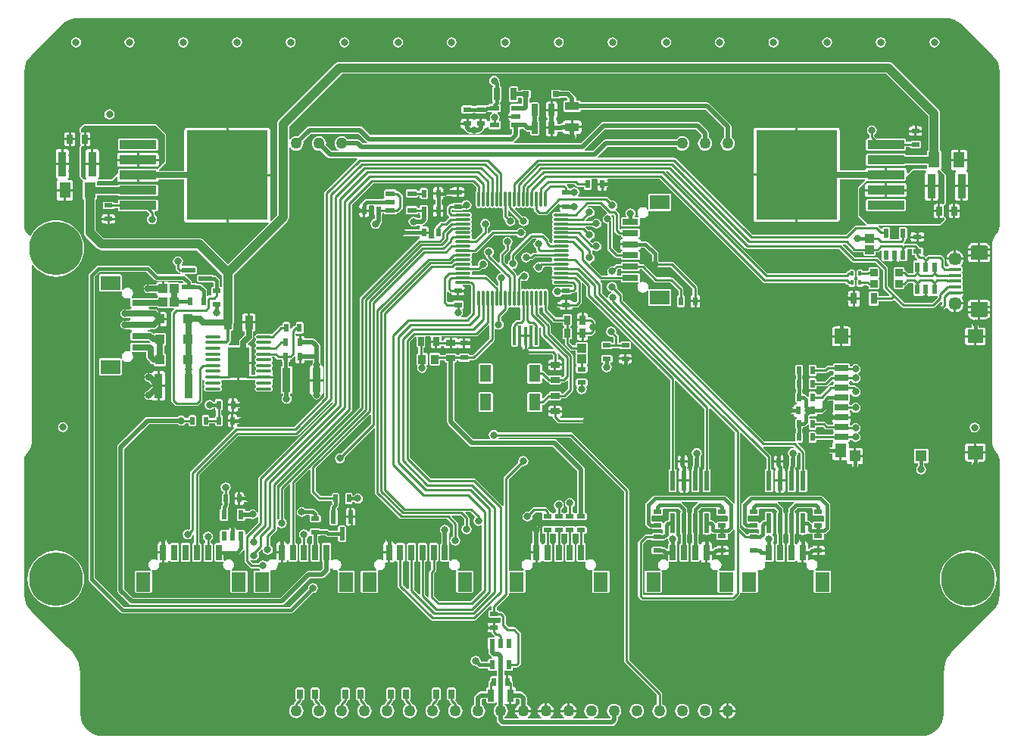
<source format=gbl>
%FSTAX23Y23*%
%MOIN*%
%SFA1B1*%

%IPPOS*%
%AMD17*
4,1,8,0.037400,-0.009800,0.037400,0.009800,0.027600,0.019700,-0.027600,0.019700,-0.037400,0.009800,-0.037400,-0.009800,-0.027600,-0.019700,0.027600,-0.019700,0.037400,-0.009800,0.0*
1,1,0.019685,0.027600,-0.009800*
1,1,0.019685,0.027600,0.009800*
1,1,0.019685,-0.027600,0.009800*
1,1,0.019685,-0.027600,-0.009800*
%
%ADD11R,0.021654X0.037401*%
%ADD12C,0.010000*%
%ADD13C,0.015000*%
%ADD14C,0.050000*%
%ADD15C,0.236220*%
%ADD16C,0.057087*%
G04~CAMADD=17~8~0.0~0.0~393.7~748.0~98.4~0.0~15~0.0~0.0~0.0~0.0~0~0.0~0.0~0.0~0.0~0~0.0~0.0~0.0~270.0~748.0~394.0*
%ADD17D17*%
%ADD18C,0.031496*%
%ADD19C,0.019685*%
%ADD21C,0.025000*%
%ADD22C,0.040000*%
%ADD32R,0.062992X0.086614*%
%ADD33R,0.027559X0.070866*%
%ADD34R,0.074803X0.039370*%
%ADD35R,0.053150X0.015748*%
%ADD36R,0.059055X0.031496*%
%ADD37R,0.051181X0.050787*%
%ADD38R,0.051181X0.062992*%
%ADD39R,0.059055X0.066929*%
%ADD40R,0.066929X0.059055*%
%ADD41R,0.070866X0.027559*%
%ADD42R,0.086614X0.062992*%
%ADD43R,0.015748X0.082677*%
%ADD44R,0.037401X0.021654*%
%ADD45R,0.037401X0.019685*%
%ADD46R,0.023622X0.086614*%
%ADD47R,0.019685X0.037401*%
%ADD48R,0.023622X0.043307*%
%ADD49R,0.023622X0.041339*%
%ADD50R,0.035433X0.035433*%
%ADD51R,0.029527X0.051181*%
%ADD52R,0.015748X0.023622*%
%ADD53R,0.039370X0.039370*%
%ADD54R,0.025591X0.041339*%
%ADD55R,0.037401X0.110236*%
%ADD56R,0.051181X0.070866*%
%ADD57R,0.358267X0.395669*%
%ADD58R,0.163386X0.039370*%
%ADD59R,0.061024X0.037401*%
%ADD60R,0.027559X0.055118*%
%ADD61R,0.041339X0.023622*%
%ADD62R,0.031496X0.025591*%
%ADD63O,0.011811X0.070866*%
%ADD64O,0.070866X0.011811*%
%ADD65R,0.041339X0.025591*%
%ADD66R,0.051181X0.074803*%
%ADD67R,0.035433X0.041339*%
%ADD68O,0.066929X0.013780*%
%ADD69R,0.094488X0.133858*%
%ADD70R,0.037401X0.061024*%
%ADD71R,0.039370X0.043307*%
%ADD72R,0.059055X0.021654*%
%ADD73R,0.039370X0.039370*%
%ADD74R,0.021654X0.059055*%
%ADD75R,0.029527X0.057087*%
%ADD76C,0.020000*%
%ADD77C,0.030000*%
%ADD78C,0.013000*%
%LNpcb_singleledrow-1*%
%LPD*%
G36*
X01928Y018D02*
X01947Y01794D01*
X01965Y01785*
X0198Y01773*
X0198Y01772*
X02116Y01636*
X02117Y01635*
X02129Y0162*
X02139Y01603*
X02144Y01584*
X02146Y01565*
X02146Y01564*
Y01475*
Y00895*
Y00887*
X02146Y00886*
X02145Y00874*
X02139Y00861*
X02134Y00855*
X02131Y00851*
X02122Y00839*
X02116Y00825*
X02114Y00811*
X02114*
Y-0007*
X02114*
X02116Y-00085*
X02122Y-00098*
X02131Y-0011*
X02134Y-00114*
X02139Y-00121*
X02145Y-00133*
X02146Y-00145*
X02146Y-00146*
Y-00155*
Y-00639*
Y-00737*
X02146Y-00738*
X02144Y-00757*
X02139Y-00776*
X02129Y-00794*
X02117Y-00808*
X02116Y-00809*
X01955Y-0097*
X01941Y-00984*
X01941Y-00984*
X01927Y-01001*
X01915Y-0102*
X01907Y-0104*
X01902Y-01061*
X019Y-01083*
X019*
Y-01262*
X019Y-01263*
X01898Y-01281*
X01893Y-01299*
X01884Y-01315*
X01873Y-01329*
X01872Y-0133*
X01871Y-01331*
X01857Y-01343*
X01839Y-01352*
X0182Y-01358*
X01801Y-0136*
X018Y-01359*
X-018*
X-01801Y-0136*
X-0182Y-01358*
X-01839Y-01352*
X-01857Y-01343*
X-01871Y-01331*
X-01872Y-0133*
X-01873Y-01329*
X-01884Y-01315*
X-01893Y-01299*
X-01898Y-01281*
X-019Y-01263*
X-019Y-01262*
Y-01083*
X-019*
X-01902Y-01061*
X-01907Y-0104*
X-01915Y-0102*
X-01927Y-01001*
X-01941Y-00984*
X-01941Y-00984*
X-01955Y-0097*
X-02116Y-00809*
X-02117Y-00808*
X-02129Y-00794*
X-02139Y-00776*
X-02144Y-00757*
X-02146Y-00738*
X-02146Y-00737*
Y-00155*
Y-00146*
X-02146Y-00145*
X-02145Y-00133*
X-02139Y-00121*
X-02134Y-00114*
X-02131Y-0011*
X-02122Y-00098*
X-02116Y-00085*
X-02114Y-0007*
X-02114*
Y00715*
X-0211Y00716*
X-02108Y00714*
X-02095Y00699*
X-02081Y00686*
X-02064Y00676*
X-02046Y00669*
X-02027Y00664*
X-02007Y00662*
X-01988Y00664*
X-01969Y00669*
X-01951Y00676*
X-01934Y00686*
X-01919Y00699*
X-01907Y00714*
X-01896Y0073*
X-01889Y00748*
X-01884Y00767*
X-01883Y00787*
X-01884Y00806*
X-01889Y00825*
X-01896Y00843*
X-01907Y0086*
X-01919Y00875*
X-01934Y00888*
X-01951Y00898*
X-01969Y00905*
X-01988Y0091*
X-02007Y00911*
X-02027Y0091*
X-02046Y00905*
X-02064Y00898*
X-02081Y00888*
X-02095Y00875*
X-02108Y0086*
X-02118Y00843*
X-02119Y00843*
X-02124Y00842*
X-02131Y00851*
X-02134Y00855*
X-02139Y00861*
X-02145Y00874*
X-02146Y00886*
X-02146Y00887*
Y00895*
Y01475*
Y01564*
X-02146Y01565*
X-02144Y01584*
X-02139Y01603*
X-02129Y0162*
X-02117Y01635*
X-02116Y01636*
X-0198Y01772*
X-0198Y01773*
X-01965Y01785*
X-01947Y01794*
X-01928Y018*
X-01909Y01802*
X-01908Y01802*
X01908*
X01909Y01802*
X01928Y018*
G37*
%LNpcb_singleledrow-2*%
%LPC*%
G36*
X-00831Y00202D02*
X-0086D01*
X-00889*
Y00152*
X-00888Y00148*
X-00886Y00145*
X-00882Y00143*
X-00879Y00142*
Y0014*
X-00877Y00133*
X-00873Y00127*
X-00867Y00123*
X-0086Y00121*
X-00853Y00123*
X-00846Y00127*
X-00842Y00133*
X-00841Y0014*
Y00142*
X-00837Y00143*
X-00834Y00145*
X-00832Y00148*
X-00831Y00152*
Y00202*
G37*
G36*
X00325Y00213D02*
X00288D01*
X00283Y00211*
X00281Y00206*
Y00187*
X00283Y00182*
X00284Y00182*
X00286Y00175*
X00286Y00175*
X00284Y00167*
X00286Y00158*
X00291Y00151*
X00298Y00146*
X00307Y00145*
X00315Y00146*
X00322Y00151*
X00327Y00158*
X00329Y00167*
X00327Y00175*
X00327Y00175*
X00329Y00182*
X0033Y00182*
X00332Y00187*
Y00206*
X0033Y00211*
X00325Y00213*
G37*
G36*
X-01536Y00247D02*
X-0155D01*
Y00187*
X-01526*
Y00237*
X-01526Y00241*
X-01529Y00244*
X-01532Y00246*
X-01536Y00247*
G37*
G36*
X-0128Y00123D02*
X-01302D01*
X-01306Y00121*
X-01308Y00117*
Y00112*
X-01313*
X-01315Y00114*
X-01322Y00118*
X-0133Y0012*
X-01339Y00118*
X-01346Y00114*
X-01351Y00106*
X-01352Y00098*
X-01351Y00089*
X-01346Y00082*
X-01339Y00077*
X-0133Y00076*
X-01322Y00077*
X-01315Y00082*
X-01313Y00084*
X-01308*
Y00079*
X-01306Y00075*
X-01302Y00073*
Y00053*
X-01303Y00052*
X-01305Y00048*
Y0004*
X-01332*
Y00048*
X-01333Y00052*
X-01338Y00054*
X-01358*
X-01362Y00052*
X-01364Y00048*
Y0001*
X-01362Y00006*
X-01358Y00004*
X-01338*
X-01333Y00006*
X-01332Y0001*
Y00018*
X-01305*
Y0001*
X-01303Y00006*
X-01299Y00004*
X-01279*
X-01274Y00006*
X-01273Y0001*
Y00048*
X-01274Y00052*
X-01279Y00054*
X-0128*
Y00073*
X-01275Y00075*
X-01274Y00079*
Y00117*
X-01275Y00121*
X-0128Y00123*
G37*
G36*
X-0156Y00177D02*
X-01586D01*
X-01606Y00157*
X-01607Y00157*
X-01613Y00153*
X-01617Y00147*
X-01618Y0014*
X-01617Y00132*
X-01613Y00126*
X-01607Y00122*
X-016Y00121*
X-01597*
X-01589Y00122*
X-01588Y00123*
X-01582Y00121*
X-01581Y00119*
X-01577Y00117*
X-01573Y00116*
X-0156*
Y00177*
G37*
G36*
X-01526D02*
X-0155D01*
Y00116*
X-01536*
X-01532Y00117*
X-01529Y00119*
X-01526Y00123*
X-01526Y00126*
Y00177*
G37*
G36*
X-0009Y0028D02*
X-00141D01*
X-00146Y00278*
X-00148Y00273*
Y00198*
X-00146Y00194*
X-00141Y00192*
X-0009*
X-00085Y00194*
X-00084Y00198*
Y00273*
X-00085Y00278*
X-0009Y0028*
G37*
G36*
X00185Y0027D02*
X0016D01*
Y00262*
X0016Y00258*
X00163Y00255*
X00166Y00253*
X0017Y00252*
X00185*
Y0027*
G37*
G36*
X00221D02*
X00195D01*
Y00252*
X00211*
X00215Y00253*
X00218Y00255*
X00221Y00258*
X00221Y00262*
Y0027*
G37*
G36*
X00495Y00321D02*
X00481D01*
X00477Y0032*
X00474Y00318*
X00471Y00314*
X00471Y00311*
Y00306*
X00495*
Y00321*
G37*
G36*
X-0156Y00247D02*
X-01573D01*
X-01577Y00246*
X-01581Y00244*
X-01582Y00241*
X-01583Y0024*
X-01588Y00238*
X-01593Y00239*
X-01595Y00238*
X-016*
X-01607Y00237*
X-01613Y00233*
X-01617Y00227*
X-01618Y0022*
X-01617Y00212*
X-01613Y00206*
X-01607Y00202*
X-01601Y00201*
X-01586Y00187*
X-0156*
Y00247*
G37*
G36*
X00436Y00317D02*
X00398D01*
X00394Y00315*
X00392Y00311*
Y00291*
X00394Y00286*
X00398Y00284*
X004*
X00402Y00279*
X00401Y00279*
X00396Y00272*
X00395Y00263*
X00396Y00255*
X00401Y00248*
X00408Y00243*
X00417Y00241*
X00425Y00243*
X00433Y00248*
X00437Y00255*
X00439Y00263*
X00437Y00272*
X00433Y00279*
X00432Y00279*
X00433Y00284*
X00436*
X0044Y00286*
X00442Y00291*
Y00311*
X0044Y00315*
X00436Y00317*
G37*
G36*
X00528Y00296D02*
X00471D01*
Y00291*
X00471Y00287*
X00474Y00284*
X00477Y00281*
X00481Y00281*
X00486*
Y00263*
X00487Y00258*
X0049Y00254*
X00494Y00251*
X005Y0025*
X00505Y00251*
X00509Y00254*
X00512Y00258*
X00513Y00263*
Y00281*
X00518*
X00522Y00281*
X00525Y00284*
X00528Y00287*
X00528Y00291*
Y00296*
G37*
G36*
X-01235Y00024D02*
X-0125D01*
Y0001*
X-01249Y00006*
X-01247Y00003*
X-01244Y00001*
X-0124Y0*
X-01235*
Y00024*
G37*
G36*
X00221Y00065D02*
X0016D01*
Y00058*
X0016Y00054*
X00163Y0005*
X00166Y00048*
X0017Y00047*
X00175*
X00179Y00045*
X0018Y0004*
X00183Y00037*
X00198Y00021*
X00202Y00019*
X00206Y00018*
X00326*
X00331Y00019*
X00334Y00021*
X00337Y00025*
X00337Y00029*
X00337Y00033*
X00334Y00037*
X00331Y00039*
X00326Y0004*
X00212*
X00211Y00042*
X00211Y00044*
X00213Y00048*
X00215Y00048*
X00218Y0005*
X00221Y00054*
X00221Y00058*
Y00065*
G37*
G36*
X-01235Y00058D02*
X-0124D01*
X-01244Y00057*
X-01247Y00055*
X-01249Y00052*
X-0125Y00048*
Y00034*
X-01235*
Y00058*
G37*
G36*
X02072Y-00071D02*
X02044D01*
Y-00106*
X02083*
Y-00081*
X02082Y-00077*
X0208Y-00074*
X02076Y-00072*
X02072Y-00071*
G37*
G36*
X02037Y0002D02*
X02028Y00018D01*
X02021Y00013*
X02016Y00006*
X02015Y-00001*
X02016Y-0001*
X02021Y-00017*
X02028Y-00022*
X02037Y-00024*
X02045Y-00022*
X02053Y-00017*
X02057Y-0001*
X02059Y-00001*
X02057Y00006*
X02053Y00013*
X02045Y00018*
X02037Y0002*
G37*
G36*
X-01976Y00022D02*
X-01984Y0002D01*
X-01992Y00015*
X-01996Y00008*
X-01998Y0*
X-01996Y-00008*
X-01992Y-00015*
X-01984Y-0002*
X-01976Y-00022*
X-01967Y-0002*
X-0196Y-00015*
X-01955Y-00008*
X-01954Y0*
X-01955Y00008*
X-0196Y00015*
X-01967Y0002*
X-01976Y00022*
G37*
G36*
X-01397Y00054D02*
X-01417D01*
X-01421Y00052*
X-01423Y00048*
Y0004*
X-01438*
X-01441Y00045*
X-01448Y0005*
X-01456Y00051*
X-01465Y0005*
X-01471Y00045*
X-01604*
X-0161Y00044*
X-01615Y00041*
X-01733Y-00077*
X-01737Y-00082*
X-01738Y-00088*
Y-00718*
X-01737Y-00724*
X-01733Y-0073*
X-01684Y-00779*
X-01679Y-00782*
X-01673Y-00784*
X-01013*
X-01007Y-00782*
X-01002Y-00779*
X-00888Y-00665*
X-00836*
X-0083Y-00664*
X-00825Y-00661*
X-00805Y-00641*
X-00801Y-00636*
X-008Y-00629*
Y-00621*
X-00795Y-00619*
X-00793Y-00622*
X-00792Y-00623*
X-00791Y-00624*
X-00786Y-00628*
X-00784Y-00628*
X-00783Y-00629*
X-00776Y-0063*
X-00776Y-0063*
X-00775Y-0063*
X-00774Y-0063*
X-00774Y-0063*
X-00769Y-00629*
X-00766Y-00634*
X-00768Y-00637*
Y-00724*
X-00766Y-00729*
X-00761Y-0073*
X-00698*
X-00694Y-00729*
X-00692Y-00724*
Y-00637*
X-00694Y-00633*
X-00698Y-00631*
X-0076*
X-00762Y-00626*
X-00759Y-00624*
X-00758Y-00623*
X-00757Y-00622*
X-00753Y-00616*
X-00753Y-00615*
X-00752Y-00614*
X-00751Y-00607*
X-00751Y-00606*
X-00751Y-00605*
X-00752Y-00598*
X-00753Y-00597*
X-00753Y-00595*
X-00757Y-00589*
X-00758Y-00589*
X-00759Y-00588*
X-00765Y-00584*
X-00766Y-00583*
X-00767Y-00583*
X-00774Y-00581*
X-00774Y-00581*
X-00775Y-00581*
X-00776Y-00581*
X-00776Y-00581*
X-00783Y-00583*
X-00784Y-00583*
X-00786Y-00584*
X-00791Y-00588*
X-00796Y-00586*
X-00796Y-00585*
Y-00515*
X-00798Y-00511*
X-00803Y-00509*
X-0083*
X-00835Y-00511*
X-00837Y-00515*
Y-00586*
X-00835Y-00591*
X-00833Y-00592*
Y-00623*
X-00843Y-00633*
X-00895*
X-00901Y-00634*
X-00907Y-00638*
X-0102Y-00751*
X-01666*
X-01706Y-00711*
Y-00095*
X-01597Y00013*
X-01471*
X-01465Y00009*
X-01456Y00007*
X-01448Y00009*
X-01441Y00013*
X-01438Y00018*
X-01423*
Y0001*
X-01421Y00006*
X-01417Y00004*
X-01397*
X-01393Y00006*
X-01391Y0001*
Y00048*
X-01393Y00052*
X-01397Y00054*
G37*
G36*
X00185Y00093D02*
X0017D01*
X00166Y00093*
X00163Y0009*
X0016Y00087*
X0016Y00083*
Y00075*
X00185*
Y00093*
G37*
G36*
X00211D02*
X00195D01*
Y00075*
X00221*
Y00083*
X00221Y00087*
X00218Y0009*
X00215Y00093*
X00211Y00093*
G37*
G36*
X-01233Y00127D02*
X-01239D01*
X-01243Y00126*
X-01246Y00124*
X-01248Y00121*
X-01249Y00117*
Y00103*
X-01233*
Y00127*
G37*
G36*
X-0009Y00154D02*
X-00141D01*
X-00146Y00152*
X-00148Y00147*
Y00072*
X-00146Y00068*
X-00141Y00066*
X-0009*
X-00085Y00068*
X-00084Y00072*
Y00147*
X-00085Y00152*
X-0009Y00154*
G37*
G36*
X-01233Y00093D02*
X-01249D01*
Y00079*
X-01248Y00075*
X-01246Y00072*
X-01243Y0007*
X-01239Y00069*
X-01233*
Y00093*
G37*
G36*
X-01217Y00127D02*
X-01223D01*
Y00098*
Y00069*
X-01217*
X-01213Y0007*
X-0121Y00072*
X-01208Y00075*
X-01207Y00079*
Y00084*
X-01188*
X-01183Y00085*
X-01179Y00088*
X-01176Y00093*
X-01175Y00098*
X-01176Y00103*
X-01179Y00108*
X-01183Y00111*
X-01188Y00112*
X-01207*
Y00117*
X-01208Y00121*
X-0121Y00124*
X-01213Y00126*
X-01217Y00127*
G37*
G36*
X-01139Y00502D02*
X-01153D01*
Y00466*
X-01129*
Y00492*
X-0113Y00496*
X-01132Y00499*
X-01135Y00501*
X-01139Y00502*
G37*
G36*
X02103Y005D02*
X02061D01*
Y00475*
X02083*
X02091Y00477*
X02097Y00481*
X02102Y00488*
X02103Y00496*
Y005*
G37*
G36*
X00306Y00503D02*
X00298D01*
X00294Y00502*
X00291Y005*
X00288Y00497*
X00288Y00493*
Y00477*
X00306*
Y00503*
G37*
G36*
X-00925Y00463D02*
X-00944D01*
X-00949Y00461*
X-00951Y00456*
Y00449*
X-00951*
X-00956Y00448*
X-00959Y00445*
X-00972Y00433*
X-00972Y00432*
X-00977Y00434*
Y00456*
X-00979Y00461*
X-00984Y00463*
X-01003*
X-01008Y00461*
X-0101Y00456*
Y00449*
X-01015*
X-0102Y00448*
X-01023Y00445*
X-01058Y0041*
X-01059*
X-0106Y00411*
X-01065Y00412*
X-01119*
X-01124Y00411*
X-01128Y00408*
X-01131Y00404*
X-01132Y00399*
X-01131Y00394*
X-01128Y0039*
X-01127Y00389*
Y00383*
X-01128Y00383*
X-01131Y00379*
X-01132Y00374*
X-01131Y00368*
X-01128Y00364*
X-01127Y00364*
Y00358*
X-01128Y00357*
X-01131Y00353*
X-01132Y00348*
X-01131Y00343*
X-01128Y00339*
X-01127Y00338*
Y00332*
X-01128Y00332*
X-01131Y00327*
X-01132Y00322*
X-01131Y00317*
X-01128Y00313*
X-01127Y00313*
Y00307*
X-01128Y00306*
X-01131Y00302*
X-01132Y00297*
X-01131Y00292*
X-01128Y00287*
X-01127Y00287*
Y00281*
X-01128Y0028*
X-01131Y00276*
X-01132Y00271*
X-01131Y00266*
X-01128Y00262*
X-01127Y00261*
Y00255*
X-01128Y00255*
X-01131Y00251*
X-01132Y00246*
X-01131Y00241*
X-0113Y00239*
X-0113Y00232*
X-01131Y00232*
X-01131Y00231*
X-01147*
Y00279*
X-01199*
Y00207*
X-01157*
X-01153Y00208*
X-01151Y00209*
X-01131*
X-01131Y00208*
X-0113Y00208*
X-0113Y00201*
X-01131Y00199*
X-01132Y00194*
X-01131Y00189*
X-01128Y00185*
X-01127Y00185*
Y00179*
X-01128Y00178*
X-01131Y00174*
X-01132Y00169*
X-01131Y00164*
X-01128Y0016*
X-01124Y00157*
X-01119Y00156*
X-01065*
X-0106Y00157*
X-01056Y0016*
X-01053Y00164*
X-01052Y00169*
X-01053Y00174*
X-01056Y00178*
X-01057Y00179*
Y00185*
X-01056Y00185*
X-01053Y00189*
X-01052Y00194*
X-01053Y00199*
X-01054Y00201*
X-01054Y00208*
X-01053Y00208*
X-0105Y00213*
X-01049Y00215*
X-01092*
Y00225*
X-01049*
X-0105Y00227*
X-01053Y00232*
X-01054Y00232*
X-01054Y00239*
X-01053Y00241*
X-01052Y00246*
X-01053Y00251*
X-01056Y00255*
X-01057Y00255*
Y00261*
X-01056Y00262*
X-01053Y00266*
X-01052Y00271*
X-01053Y00276*
X-01056Y0028*
X-01057Y00281*
Y00287*
X-01056Y00287*
X-01053Y00292*
X-01052Y00297*
X-01053Y00302*
X-01056Y00306*
X-01056Y00306*
X-01055Y00311*
X-01045*
X-01036Y00302*
X-01032Y00299*
X-01028Y00298*
X-01013*
Y00291*
X-01011Y00286*
X-01009Y00286*
Y00269*
X-0101*
X-01015Y00267*
X-01017Y00262*
Y00152*
X-01015Y00147*
X-0101Y00146*
X-01008*
Y0014*
X-01012Y00134*
X-01014Y00125*
X-01012Y00117*
X-01007Y0011*
X-01Y00105*
X-00992Y00103*
X-00983Y00105*
X-00976Y0011*
X-00971Y00117*
X-00969Y00125*
X-00971Y00134*
X-00975Y0014*
Y00146*
X-00973*
X-00968Y00147*
X-00966Y00152*
Y00262*
X-00968Y00267*
X-00973Y00269*
X-00982*
Y00286*
X-0098Y00286*
X-00978Y00291*
Y00294*
X-00977Y00298*
X-00973Y00299*
X-00969Y00302*
X-00959Y00312*
X-00954Y0031*
Y00291*
X-00953Y00287*
X-00951Y00284*
X-00947Y00281*
X-00943Y00281*
X-00938*
Y0031*
X-00928*
Y00281*
X-00922*
X-00918Y00281*
X-00915Y00284*
X-00912Y00287*
X-00912Y00291*
Y00293*
X-00876*
Y00283*
X-00877Y00281*
X-00879Y00274*
Y00272*
X-00882Y00272*
X-00886Y0027*
X-00888Y00266*
X-00889Y00262*
Y00212*
X-0086*
X-00831*
Y00262*
X-00832Y00266*
X-00834Y0027*
X-00837Y00272*
X-00841Y00272*
Y00274*
X-00842Y00281*
X-00843Y00283*
Y00305*
Y00358*
X-00845Y00364*
X-00848Y00369*
X-00864Y00385*
X-00869Y00389*
X-00875Y0039*
X-00912*
Y00392*
X-00912Y00396*
X-00915Y00399*
X-00918Y00402*
X-00922Y00402*
X-00928*
Y00374*
X-00938*
Y00402*
X-00943*
X-00947Y00402*
X-00948Y00401*
X-00953Y00404*
Y00412*
X-00948Y00414*
X-00944Y00412*
X-00925*
X-0092Y00414*
X-00918Y00419*
Y00456*
X-0092Y00461*
X-00925Y00463*
G37*
G36*
X-0152Y00471D02*
X-01545D01*
Y00444*
X-0153*
X-01526Y00445*
X-01523Y00447*
X-01521Y0045*
X-0152Y00454*
Y00471*
G37*
G36*
X-01163Y00502D02*
X-01177D01*
X-01181Y00501*
X-01184Y00499*
X-01186Y00496*
X-01187Y00492*
Y00466*
X-01163*
Y00502*
G37*
G36*
X-0153Y00508D02*
X-01545D01*
Y00481*
X-0152*
Y00498*
X-01521Y00501*
X-01523Y00505*
X-01526Y00507*
X-0153Y00508*
G37*
G36*
X00828Y0055D02*
X00812D01*
Y00526*
X00817*
X00821Y00526*
X00825Y00529*
X00827Y00532*
X00828Y00536*
Y0055*
G37*
G36*
X015Y00602D02*
X01491D01*
X01487Y00601*
X01483Y00599*
X01481Y00596*
X0148Y00592*
Y0058*
X01468*
X01463Y00579*
X01458Y00576*
X01455Y00572*
X01454Y00566*
X01455Y00561*
X01458Y00557*
X01463Y00554*
X01468Y00553*
X0148*
Y00541*
X01481Y00537*
X01483Y00534*
X01487Y00531*
X01491Y00531*
X015*
Y00566*
Y00602*
G37*
G36*
X0153Y00561D02*
X0151D01*
Y00531*
X0152*
X01524Y00531*
X01527Y00534*
X0153Y00537*
X0153Y00541*
Y00561*
G37*
G36*
X01988Y0054D02*
X01954D01*
Y00507*
X01959Y00507*
X01969Y00511*
X01977Y00517*
X01983Y00525*
X01987Y00535*
X01988Y0054*
G37*
G36*
X02103Y00525D02*
X02056D01*
X02008*
Y00516*
X02008Y00515*
Y0051*
X02056*
X02103*
Y00515*
X02103Y00516*
Y00525*
G37*
G36*
X00802Y0055D02*
X00786D01*
Y00536*
X00786Y00532*
X00789Y00529*
X00792Y00526*
X00796Y00526*
X00802*
Y0055*
G37*
G36*
X-00191Y00391D02*
X-00205D01*
Y0037*
Y00349*
X-00191*
X-00188Y00349*
X-00184Y00352*
X-00182Y00355*
X-00182Y00356*
X-00173*
X-00167Y00357*
X-00163Y0036*
X-0016Y00364*
X-00159Y0037*
X-0016Y00375*
X-00163Y00379*
X-00167Y00382*
X-00173Y00383*
X-00182*
X-00182Y00384*
X-00184Y00388*
X-00188Y0039*
X-00191Y00391*
G37*
G36*
X01445Y00395D02*
X01411D01*
Y00366*
X01411Y00362*
X01414Y00359*
X01417Y00357*
X01421Y00356*
X01445*
Y00395*
G37*
G36*
X0149D02*
X01455D01*
Y00356*
X0148*
X01484Y00357*
X01487Y00359*
X01489Y00362*
X0149Y00366*
Y00395*
G37*
G36*
X00518Y00321D02*
X00505D01*
Y00306*
X00528*
Y00311*
X00528Y00314*
X00525Y00318*
X00522Y0032*
X00518Y00321*
G37*
G36*
X-00339Y00372D02*
X-00357D01*
Y00357*
X-00356Y00353*
X-00354Y0035*
X-00351Y00347*
X-00347Y00347*
X-00339*
Y00372*
G37*
G36*
X-00249Y00395D02*
X-00264D01*
Y00372*
Y00349*
X-00249*
X-00245Y00349*
X-00241Y00352*
X-00236*
X-00233Y00349*
X-00229Y00349*
X-00215*
Y0037*
Y00391*
X-00229*
X-00233Y0039*
X-00234Y00389*
X-00237Y00388*
X-0024Y0039*
X-00241Y00392*
X-00245Y00394*
X-00249Y00395*
G37*
G36*
X02034Y00395D02*
X01995D01*
Y0037*
X01996Y00366*
X01998Y00363*
X02002Y00361*
X02005Y0036*
X02034*
Y00395*
G37*
G36*
X00323Y00503D02*
X00316D01*
Y00472*
X00311*
Y00467*
X00288*
Y00451*
X00288Y00447*
X00291Y00444*
X00289Y00439*
X00288Y00437*
X00288Y00434*
Y00418*
X00311*
Y00413*
X00316*
Y00382*
X00323*
X00327Y00383*
X00331Y00385*
X00333Y00388*
X00334Y00392*
Y00402*
X00346*
X0035Y00403*
X00354Y00405*
X00364Y00415*
X00366Y00418*
X00367Y00423*
Y00462*
X00366Y00466*
X00364Y0047*
X00354Y0048*
X0035Y00482*
X00346Y00483*
X00334*
Y00493*
X00333Y00497*
X00331Y005*
X00327Y00502*
X00323Y00503*
G37*
G36*
X02051Y005D02*
X02008D01*
Y00496*
X02009Y00488*
X02014Y00481*
X0202Y00477*
X02028Y00475*
X02031*
X02032Y0047*
X02029Y00468*
X02026Y00464*
X02025Y00459*
Y00439*
X02005*
X02002Y00438*
X01998Y00436*
X01996Y00433*
X01995Y00429*
Y00405*
X02039*
X02083*
Y00429*
X02082Y00433*
X0208Y00436*
X02076Y00438*
X02072Y00439*
X02053*
Y00459*
X02052Y00464*
X02049Y00468*
X02046Y0047*
X02047Y00475*
X02051*
Y005*
G37*
G36*
X0145Y00472D02*
X01445Y00471D01*
X01441Y00468*
X01438Y00464*
X01437Y00459*
Y00443*
X01421*
X01417Y00442*
X01414Y0044*
X01411Y00437*
X01411Y00433*
Y00405*
X0145*
X0149*
Y00433*
X01489Y00437*
X01487Y0044*
X01484Y00442*
X0148Y00443*
X01464*
Y00459*
X01463Y00464*
X0146Y00468*
X01456Y00471*
X0145Y00472*
G37*
G36*
X02083Y00395D02*
X02044D01*
Y0036*
X02072*
X02076Y00361*
X0208Y00363*
X02082Y00366*
X02083Y0037*
Y00395*
G37*
G36*
X00437Y00443D02*
X00428Y00441D01*
X00421Y00436*
X00416Y00429*
X00414Y00421*
X00416Y00412*
X00421Y00405*
X00428Y004*
X00437Y00399*
X00442Y004*
X00447Y00394*
Y00371*
X00441*
X0044Y00374*
X00436Y00376*
X00398*
X00394Y00374*
X00392Y0037*
Y0035*
X00394Y00345*
X00398Y00343*
X00436*
X0044Y00345*
X00441Y00349*
X00475*
X00476Y00345*
X00481Y00343*
X00518*
X00523Y00345*
X00525Y0035*
Y0037*
X00523Y00374*
X00518Y00376*
X00481*
X00476Y00374*
X00475Y00371*
X00469*
Y00399*
X00469Y00403*
X00466Y00407*
X00458Y00415*
X00459Y00421*
X00457Y00429*
X00452Y00436*
X00445Y00441*
X00437Y00443*
G37*
G36*
X00306Y00408D02*
X00288D01*
Y00392*
X00288Y00388*
X00291Y00385*
X00294Y00383*
X00298Y00382*
X00306*
Y00408*
G37*
G36*
X02034Y-00071D02*
X02005D01*
X02002Y-00072*
X01998Y-00074*
X01996Y-00077*
X01995Y-00081*
Y-00106*
X02034*
Y-00071*
G37*
G36*
X00955Y-01215D02*
Y-01245D01*
X00984*
X00984Y-0124*
X0098Y-01232*
X00974Y-01225*
X00967Y-01219*
X00959Y-01215*
X00955Y-01215*
G37*
G36*
X00255D02*
Y-01245D01*
X00284*
X00284Y-0124*
X0028Y-01232*
X00274Y-01225*
X00267Y-01219*
X00259Y-01215*
X00255Y-01215*
G37*
G36*
X00155D02*
Y-01245D01*
X00184*
X00184Y-0124*
X0018Y-01232*
X00174Y-01225*
X00167Y-01219*
X00159Y-01215*
X00155Y-01215*
G37*
G36*
X00245D02*
X0024Y-01215D01*
X00232Y-01219*
X00225Y-01225*
X00219Y-01232*
X00215Y-0124*
X00215Y-01245*
X00245*
Y-01215*
G37*
G36*
X00945D02*
X0094Y-01215D01*
X00932Y-01219*
X00925Y-01225*
X00919Y-01232*
X00915Y-0124*
X00915Y-01245*
X00945*
Y-01215*
G37*
G36*
X00145D02*
X0014Y-01215D01*
X00132Y-01219*
X00125Y-01225*
X00119Y-01232*
X00115Y-0124*
X00115Y-01245*
X00145*
Y-01215*
G37*
G36*
X-02007Y-00544D02*
X-02027Y-00546D01*
X-02046Y-0055*
X-02064Y-00558*
X-02081Y-00568*
X-02095Y-00581*
X-02108Y-00596*
X-02118Y-00612*
X-02126Y-0063*
X-0213Y-00649*
X-02132Y-00669*
X-0213Y-00688*
X-02126Y-00707*
X-02118Y-00725*
X-02108Y-00742*
X-02095Y-00757*
X-02081Y-0077*
X-02064Y-0078*
X-02046Y-00787*
X-02027Y-00792*
X-02007Y-00793*
X-01988Y-00792*
X-01969Y-00787*
X-01951Y-0078*
X-01934Y-0077*
X-01919Y-00757*
X-01907Y-00742*
X-01896Y-00725*
X-01889Y-00707*
X-01884Y-00688*
X-01883Y-00669*
X-01884Y-00649*
X-01889Y-0063*
X-01896Y-00612*
X-01907Y-00596*
X-01919Y-00581*
X-01934Y-00568*
X-01951Y-00558*
X-01969Y-0055*
X-01988Y-00546*
X-02007Y-00544*
G37*
G36*
X-01423Y-00509D02*
X-0145D01*
X-01455Y-00511*
X-01457Y-00515*
Y-00586*
X-01455Y-00591*
X-0145Y-00593*
X-01423*
X-01418Y-00591*
X-01416Y-00586*
Y-00515*
X-01418Y-00511*
X-01423Y-00509*
G37*
G36*
X-01338Y-0046D02*
X-01347Y-00461D01*
X-01354Y-00466*
X-01359Y-00473*
X-0136Y-00482*
X-01359Y-0049*
X-01354Y-00497*
X-01349Y-005*
Y-00509*
X-01352*
X-01356Y-00511*
X-01358Y-00515*
Y-00586*
X-01356Y-00591*
X-01352Y-00593*
X-01324*
X-0132Y-00591*
X-01318Y-00586*
Y-00515*
X-0132Y-00511*
X-01324Y-00509*
X-01327*
Y-005*
X-01322Y-00497*
X-01318Y-0049*
X-01316Y-00482*
X-01318Y-00473*
X-01322Y-00466*
X-0133Y-00461*
X-01338Y-0046*
G37*
G36*
X-0154Y-00556D02*
X-01559D01*
Y-00582*
X-01564Y-00585*
X-01566Y-00584*
X-01567Y-00583*
X-01568Y-00583*
X-01575Y-00581*
X-01576Y-00581*
X-01576Y-00581*
X-01577Y-00581*
X-01578Y-00581*
X-01584Y-00583*
X-01586Y-00583*
X-01587Y-00584*
X-01593Y-00588*
X-01593Y-00589*
X-01594Y-00589*
X-01598Y-00595*
X-01599Y-00597*
X-01599Y-00598*
X-01601Y-00605*
X-016Y-00606*
X-01601Y-00607*
X-01599Y-00614*
X-01599Y-00615*
X-01598Y-00616*
X-01594Y-00622*
X-01593Y-00623*
X-01593Y-00624*
X-0159Y-00626*
X-01591Y-00631*
X-01653*
X-01658Y-00633*
X-0166Y-00637*
Y-00724*
X-01658Y-00729*
X-01653Y-0073*
X-0159*
X-01585Y-00729*
X-01584Y-00724*
Y-00637*
X-01585Y-00634*
X-01582Y-00629*
X-01578Y-0063*
X-01577Y-0063*
X-01576Y-0063*
X-01576Y-0063*
X-01575Y-0063*
X-01568Y-00629*
X-01567Y-00628*
X-01566Y-00628*
X-0156Y-00624*
X-01559Y-00623*
X-01558Y-00622*
X-01554Y-00616*
X-01554Y-00615*
X-01553Y-00614*
X-01552Y-00607*
X-01552Y-00606*
X-01552Y-00605*
X-01553Y-00601*
X-01549Y-00596*
X-0154*
Y-00556*
G37*
G36*
X02007Y-00544D02*
X01988Y-00546D01*
X01969Y-0055*
X01951Y-00558*
X01934Y-00568*
X01919Y-00581*
X01907Y-00596*
X01896Y-00612*
X01889Y-0063*
X01884Y-00649*
X01883Y-00669*
X01884Y-00688*
X01889Y-00707*
X01896Y-00725*
X01907Y-00742*
X01919Y-00757*
X01934Y-0077*
X01951Y-0078*
X01969Y-00787*
X01988Y-00792*
X02007Y-00793*
X02027Y-00792*
X02046Y-00787*
X02064Y-0078*
X02081Y-0077*
X02095Y-00757*
X02108Y-00742*
X02118Y-00725*
X02126Y-00707*
X0213Y-00688*
X02132Y-00669*
X0213Y-00649*
X02126Y-0063*
X02118Y-00612*
X02108Y-00596*
X02095Y-00581*
X02081Y-00568*
X02064Y-00558*
X02046Y-0055*
X02027Y-00546*
X02007Y-00544*
G37*
G36*
X-00295Y-0043D02*
X-00303Y-00432D01*
X-0031Y-00437*
X-00315Y-00444*
X-00317Y-00452*
X-00315Y-00461*
X-00311Y-00467*
Y-0051*
X-00313Y-00511*
X-00315Y-00515*
Y-00586*
X-00313Y-00591*
X-00309Y-00593*
X-00281*
X-00279Y-00592*
X-00277Y-00594*
X-00276Y-00596*
X-00276Y-00597*
X-00276Y-00598*
X-00278Y-00605*
X-00278Y-00606*
X-00278Y-00607*
X-00276Y-00614*
X-00276Y-00615*
X-00276Y-00616*
X-00272Y-00622*
X-00271Y-00623*
X-0027Y-00624*
X-00264Y-00628*
X-00263Y-00628*
X-00262Y-00629*
X-00255Y-0063*
X-00254Y-0063*
X-00253Y-0063*
X-00253Y-0063*
X-00252Y-0063*
X-00247Y-00629*
X-00245Y-00634*
X-00246Y-00637*
Y-00724*
X-00244Y-00729*
X-0024Y-0073*
X-00177*
X-00172Y-00729*
X-0017Y-00724*
Y-00637*
X-00172Y-00633*
X-00177Y-00631*
X-00238*
X-0024Y-00626*
X-00237Y-00624*
X-00236Y-00623*
X-00235Y-00622*
X-00231Y-00616*
X-00231Y-00615*
X-0023Y-00614*
X-00229Y-00607*
X-00229Y-00606*
X-00229Y-00605*
X-0023Y-00598*
X-00231Y-00597*
X-00231Y-00595*
X-00235Y-00589*
X-00236Y-00589*
X-00237Y-00588*
X-00243Y-00584*
X-00244Y-00583*
X-00245Y-00583*
X-00252Y-00581*
X-00253Y-00581*
X-00253Y-00581*
X-00254Y-00581*
X-00255Y-00581*
X-00262Y-00583*
X-00263Y-00583*
X-00264Y-00584*
X-0027Y-00588*
X-00274Y-00586*
X-00275Y-00585*
Y-00515*
X-00276Y-00511*
X-00278Y-0051*
Y-00467*
X-00274Y-00461*
X-00273Y-00452*
X-00274Y-00444*
X-00279Y-00437*
X-00286Y-00432*
X-00295Y-0043*
G37*
G36*
X-01535Y-00478D02*
X-0154Y-00479D01*
X-01545Y-00482*
X-01548Y-00486*
X-01549Y-00492*
Y-00505*
X-01549*
X-01553Y-00506*
X-01556Y-00508*
X-01558Y-00511*
X-01559Y-00515*
Y-00546*
X-01535*
Y-00551*
X-0153*
Y-00596*
X-01521*
X-01517Y-00596*
X-01514Y-00593*
X-01512Y-0059*
X-01511Y-00586*
X-01506*
X-01504Y-00591*
X-015Y-00593*
X-01472*
X-01467Y-00591*
X-01465Y-00586*
Y-00515*
X-01467Y-00511*
X-01472Y-00509*
X-015*
X-01504Y-00511*
X-01506Y-00515*
X-01511*
X-01512Y-00511*
X-01514Y-00508*
X-01517Y-00506*
X-01521Y-00505*
X-01521*
Y-00492*
X-01522Y-00486*
X-01525Y-00482*
X-0153Y-00479*
X-01535Y-00478*
G37*
G36*
X-00853Y-01147D02*
X-00879D01*
X-00883Y-01149*
X-00885Y-01154*
Y-01195*
X-00883Y-012*
X-00879Y-01202*
X-00877Y-01203*
X-00876Y-01207*
X-00874Y-01211*
X-00867Y-01218*
X-00868Y-01224*
X-00872Y-01227*
X-00877Y-01234*
X-0088Y-01241*
X-00881Y-0125*
X-0088Y-01258*
X-00877Y-01265*
X-00872Y-01272*
X-00865Y-01277*
X-00858Y-0128*
X-0085Y-01281*
X-00841Y-0128*
X-00834Y-01277*
X-00827Y-01272*
X-00822Y-01265*
X-00819Y-01258*
X-00818Y-0125*
X-00819Y-01241*
X-00822Y-01234*
X-00827Y-01227*
X-00834Y-01222*
X-00838Y-01221*
Y-0122*
X-00839Y-01215*
X-00842Y-01212*
X-00849Y-01204*
X-00849Y-012*
X-00847Y-01195*
Y-01154*
X-00849Y-01149*
X-00853Y-01147*
G37*
G36*
X-0072D02*
X-00746D01*
X-0075Y-01149*
X-00752Y-01154*
Y-01195*
X-0075Y-012*
X-0075Y-01204*
X-00757Y-01212*
X-0076Y-01215*
X-00761Y-0122*
Y-01221*
X-00765Y-01222*
X-00772Y-01227*
X-00777Y-01234*
X-0078Y-01241*
X-00781Y-0125*
X-0078Y-01258*
X-00777Y-01265*
X-00772Y-01272*
X-00765Y-01277*
X-00758Y-0128*
X-0075Y-01281*
X-00741Y-0128*
X-00734Y-01277*
X-00727Y-01272*
X-00722Y-01265*
X-00719Y-01258*
X-00718Y-0125*
X-00719Y-01241*
X-00722Y-01234*
X-00727Y-01227*
X-00731Y-01224*
X-00732Y-01218*
X-00725Y-01211*
X-00723Y-01207*
X-00722Y-01203*
X-0072Y-01202*
X-00716Y-012*
X-00714Y-01195*
Y-01154*
X-00716Y-01149*
X-0072Y-01147*
G37*
G36*
X-00653D02*
X-00679D01*
X-00683Y-01149*
X-00685Y-01154*
Y-01195*
X-00683Y-012*
X-00679Y-01202*
X-00677Y-01203*
X-00676Y-01207*
X-00674Y-01211*
X-00667Y-01218*
X-00668Y-01224*
X-00672Y-01227*
X-00677Y-01234*
X-0068Y-01241*
X-00681Y-0125*
X-0068Y-01258*
X-00677Y-01265*
X-00672Y-01272*
X-00665Y-01277*
X-00658Y-0128*
X-0065Y-01281*
X-00641Y-0128*
X-00634Y-01277*
X-00627Y-01272*
X-00622Y-01265*
X-00619Y-01258*
X-00618Y-0125*
X-00619Y-01241*
X-00622Y-01234*
X-00627Y-01227*
X-00634Y-01222*
X-00638Y-01221*
Y-0122*
X-00639Y-01215*
X-00642Y-01212*
X-00649Y-01204*
X-00649Y-012*
X-00647Y-01195*
Y-01154*
X-00649Y-01149*
X-00653Y-01147*
G37*
G36*
X00945Y-01255D02*
X00915D01*
X00915Y-01259*
X00919Y-01267*
X00925Y-01274*
X00932Y-0128*
X0094Y-01284*
X00945Y-01284*
Y-01255*
G37*
G36*
X00984D02*
X00955D01*
Y-01284*
X00959Y-01284*
X00967Y-0128*
X00974Y-01274*
X0098Y-01267*
X00984Y-01259*
X00984Y-01255*
G37*
G36*
X-0092Y-01147D02*
X-00946D01*
X-0095Y-01149*
X-00952Y-01154*
Y-01195*
X-0095Y-012*
X-0095Y-01204*
X-00957Y-01212*
X-0096Y-01215*
X-00961Y-0122*
Y-01221*
X-00965Y-01222*
X-00972Y-01227*
X-00977Y-01234*
X-0098Y-01241*
X-00981Y-0125*
X-0098Y-01258*
X-00977Y-01265*
X-00972Y-01272*
X-00965Y-01277*
X-00958Y-0128*
X-0095Y-01281*
X-00941Y-0128*
X-00934Y-01277*
X-00927Y-01272*
X-00922Y-01265*
X-00919Y-01258*
X-00918Y-0125*
X-00919Y-01241*
X-00922Y-01234*
X-00927Y-01227*
X-00931Y-01224*
X-00932Y-01218*
X-00925Y-01211*
X-00923Y-01207*
X-00922Y-01203*
X-0092Y-01202*
X-00916Y-012*
X-00914Y-01195*
Y-01154*
X-00916Y-01149*
X-0092Y-01147*
G37*
G36*
X-0052D02*
X-00546D01*
X-0055Y-01149*
X-00552Y-01154*
Y-01195*
X-0055Y-012*
X-0055Y-01204*
X-00557Y-01212*
X-0056Y-01215*
X-00561Y-0122*
Y-01221*
X-00565Y-01222*
X-00572Y-01227*
X-00577Y-01234*
X-0058Y-01241*
X-00581Y-0125*
X-0058Y-01258*
X-00577Y-01265*
X-00572Y-01272*
X-00565Y-01277*
X-00558Y-0128*
X-0055Y-01281*
X-00541Y-0128*
X-00534Y-01277*
X-00527Y-01272*
X-00522Y-01265*
X-00519Y-01258*
X-00518Y-0125*
X-00519Y-01241*
X-00522Y-01234*
X-00527Y-01227*
X-00531Y-01224*
X-00532Y-01218*
X-00525Y-01211*
X-00523Y-01207*
X-00522Y-01203*
X-0052Y-01202*
X-00516Y-012*
X-00514Y-01195*
Y-01154*
X-00516Y-01149*
X-0052Y-01147*
G37*
G36*
X0055Y-01218D02*
X00541Y-01219D01*
X00534Y-01222*
X00527Y-01227*
X00522Y-01234*
X00519Y-01241*
X00518Y-0125*
X00519Y-01258*
X00522Y-01265*
X00527Y-01272*
X00534Y-01277*
X00541Y-0128*
X0055Y-01281*
X00558Y-0128*
X00565Y-01277*
X00572Y-01272*
X00577Y-01265*
X0058Y-01258*
X00581Y-0125*
X0058Y-01241*
X00577Y-01234*
X00572Y-01227*
X00565Y-01222*
X00558Y-01219*
X0055Y-01218*
G37*
G36*
X0075D02*
X00741Y-01219D01*
X00734Y-01222*
X00727Y-01227*
X00722Y-01234*
X00719Y-01241*
X00718Y-0125*
X00719Y-01258*
X00722Y-01265*
X00727Y-01272*
X00734Y-01277*
X00741Y-0128*
X0075Y-01281*
X00758Y-0128*
X00765Y-01277*
X00772Y-01272*
X00777Y-01265*
X0078Y-01258*
X00781Y-0125*
X0078Y-01241*
X00777Y-01234*
X00772Y-01227*
X00765Y-01222*
X00758Y-01219*
X0075Y-01218*
G37*
G36*
X0085D02*
X00841Y-01219D01*
X00834Y-01222*
X00827Y-01227*
X00822Y-01234*
X00819Y-01241*
X00818Y-0125*
X00819Y-01258*
X00822Y-01265*
X00827Y-01272*
X00834Y-01277*
X00841Y-0128*
X0085Y-01281*
X00858Y-0128*
X00865Y-01277*
X00872Y-01272*
X00877Y-01265*
X0088Y-01258*
X00881Y-0125*
X0088Y-01241*
X00877Y-01234*
X00872Y-01227*
X00865Y-01222*
X00858Y-01219*
X0085Y-01218*
G37*
G36*
X-00453Y-01147D02*
X-00479D01*
X-00483Y-01149*
X-00485Y-01154*
Y-01195*
X-00483Y-012*
X-00479Y-01202*
X-00477Y-01203*
X-00476Y-01207*
X-00474Y-01211*
X-00467Y-01218*
X-00468Y-01224*
X-00472Y-01227*
X-00477Y-01234*
X-0048Y-01241*
X-00481Y-0125*
X-0048Y-01258*
X-00477Y-01265*
X-00472Y-01272*
X-00465Y-01277*
X-00458Y-0128*
X-0045Y-01281*
X-00441Y-0128*
X-00434Y-01277*
X-00427Y-01272*
X-00422Y-01265*
X-00419Y-01258*
X-00418Y-0125*
X-00419Y-01241*
X-00422Y-01234*
X-00427Y-01227*
X-00434Y-01222*
X-00438Y-01221*
Y-0122*
X-00439Y-01215*
X-00442Y-01212*
X-00449Y-01204*
X-00449Y-012*
X-00447Y-01195*
Y-01154*
X-00449Y-01149*
X-00453Y-01147*
G37*
G36*
X-0032D02*
X-00346D01*
X-0035Y-01149*
X-00352Y-01154*
Y-01195*
X-0035Y-012*
X-0035Y-01204*
X-00357Y-01212*
X-0036Y-01215*
X-00361Y-0122*
Y-01221*
X-00365Y-01222*
X-00372Y-01227*
X-00377Y-01234*
X-0038Y-01241*
X-00381Y-0125*
X-0038Y-01258*
X-00377Y-01265*
X-00372Y-01272*
X-00365Y-01277*
X-00358Y-0128*
X-0035Y-01281*
X-00341Y-0128*
X-00334Y-01277*
X-00327Y-01272*
X-00322Y-01265*
X-00319Y-01258*
X-00318Y-0125*
X-00319Y-01241*
X-00322Y-01234*
X-00327Y-01227*
X-00331Y-01224*
X-00332Y-01218*
X-00325Y-01211*
X-00323Y-01207*
X-00322Y-01203*
X-0032Y-01202*
X-00316Y-012*
X-00314Y-01195*
Y-01154*
X-00316Y-01149*
X-0032Y-01147*
G37*
G36*
X-00253D02*
X-00279D01*
X-00283Y-01149*
X-00285Y-01154*
Y-01195*
X-00283Y-012*
X-00279Y-01202*
X-00277Y-01203*
X-00276Y-01207*
X-00274Y-01211*
X-00267Y-01218*
X-00268Y-01224*
X-00272Y-01227*
X-00277Y-01234*
X-0028Y-01241*
X-00281Y-0125*
X-0028Y-01258*
X-00277Y-01265*
X-00272Y-01272*
X-00265Y-01277*
X-00258Y-0128*
X-0025Y-01281*
X-00241Y-0128*
X-00234Y-01277*
X-00227Y-01272*
X-00222Y-01265*
X-00219Y-01258*
X-00218Y-0125*
X-00219Y-01241*
X-00222Y-01234*
X-00227Y-01227*
X-00234Y-01222*
X-00238Y-01221*
Y-0122*
X-00239Y-01215*
X-00242Y-01212*
X-00249Y-01204*
X-00249Y-012*
X-00247Y-01195*
Y-01154*
X-00249Y-01149*
X-00253Y-01147*
G37*
G36*
X01175Y-0024D02*
X01158D01*
Y-00278*
X01159Y-00282*
X01161Y-00285*
X01164Y-00287*
X01168Y-00288*
X01175*
Y-0024*
G37*
G36*
X01202D02*
X01185D01*
Y-00288*
X01192*
X01196Y-00287*
X01199Y-00285*
X01201Y-00282*
X01202Y-00278*
Y-0024*
G37*
G36*
X00813Y-00092D02*
X00805Y-00094D01*
X00798Y-00099*
X00793Y-00106*
X00791Y-00115*
X00793Y-00123*
X00798Y-0013*
X00796Y-00133*
Y-00168*
X00794Y-00171*
X00793Y-00177*
Y-00186*
X00791Y-00187*
X00789Y-00191*
Y-00278*
X00791Y-00283*
X00795Y-00285*
X00819*
X00823Y-00283*
X00825Y-00278*
Y-00191*
X00823Y-00187*
X00823Y-00186*
X00822Y-00181*
X00823Y-0018*
X00825Y-00177*
X00829Y-00175*
X00831Y-00171*
Y-00133*
X00829Y-0013*
X00834Y-00123*
X00836Y-00115*
X00834Y-00106*
X00829Y-00099*
X00822Y-00094*
X00813Y-00092*
G37*
G36*
X-01205Y-00286D02*
X-0121D01*
X-01214Y-00286*
X-01217Y-00289*
X-0122Y-00292*
X-0122Y-00296*
Y-00309*
X-01205*
Y-00286*
G37*
G36*
X00752Y-0024D02*
X00735D01*
Y-00278*
X00736Y-00282*
X00738Y-00285*
X00741Y-00287*
X00745Y-00288*
X00752*
Y-0024*
G37*
G36*
X00779D02*
X00762D01*
Y-00288*
X00769*
X00773Y-00287*
X00776Y-00285*
X00778Y-00282*
X00779Y-00278*
Y-0024*
G37*
G36*
X01195Y-00157D02*
X01174D01*
X01153*
Y-00171*
X01153Y-00175*
X01156Y-00178*
X01159Y-0018*
X01159Y-00181*
X0116Y-00186*
X01159Y-00188*
X01158Y-00191*
Y-0023*
X0118*
X01202*
Y-00191*
X01201Y-00188*
X01199Y-00184*
X01196Y-00182*
X01194Y-00182*
Y-00177*
X01194Y-00175*
X01195Y-00171*
Y-00157*
G37*
G36*
X0075Y-00101D02*
X00745Y-00102D01*
X00741Y-00105*
X00738Y-00109*
X00737Y-00115*
Y-00124*
X00736Y-00124*
X00732Y-00126*
X0073Y-00129*
X00729Y-00133*
Y-00147*
X0075*
X00772*
Y-00133*
X00771Y-00129*
X00769Y-00126*
X00765Y-00124*
X00764Y-00124*
Y-00115*
X00763Y-00109*
X0076Y-00105*
X00756Y-00102*
X0075Y-00101*
G37*
G36*
X01174D02*
X01168Y-00102D01*
X01164Y-00105*
X01161Y-00109*
X0116Y-00115*
Y-00124*
X01159Y-00124*
X01156Y-00126*
X01153Y-00129*
X01153Y-00133*
Y-00147*
X01174*
X01195*
Y-00133*
X01194Y-00129*
X01192Y-00126*
X01188Y-00124*
X01187Y-00124*
Y-00115*
X01186Y-00109*
X01183Y-00105*
X01179Y-00102*
X01174Y-00101*
G37*
G36*
X01535Y-00092D02*
X01514D01*
Y-00122*
X01545*
Y-00102*
X01544Y-00098*
X01542Y-00095*
X01539Y-00093*
X01535Y-00092*
G37*
G36*
X00772Y-00157D02*
X0075D01*
X00729*
Y-00171*
X0073Y-00175*
X00732Y-00178*
X00735Y-0018*
X00736Y-00181*
X00737Y-00186*
X00736Y-00188*
X00735Y-00191*
Y-0023*
X00757*
X00779*
Y-00191*
X00778Y-00188*
X00776Y-00184*
X00773Y-00182*
X00771Y-00182*
Y-00177*
X00771Y-00175*
X00772Y-00171*
Y-00157*
G37*
G36*
X01826Y-00096D02*
X01775D01*
X01771Y-00097*
X01769Y-00102*
Y-00153*
X01771Y-00157*
X01775Y-00159*
X01787*
Y-0017*
X01785Y-00171*
X0178Y-00178*
X01779Y-00187*
X0178Y-00195*
X01785Y-00202*
X01792Y-00207*
X01801Y-00209*
X01809Y-00207*
X01816Y-00202*
X01821Y-00195*
X01823Y-00187*
X01821Y-00178*
X01816Y-00171*
X01814Y-0017*
Y-00159*
X01826*
X01831Y-00157*
X01833Y-00153*
Y-00102*
X01831Y-00097*
X01826Y-00096*
G37*
G36*
X02083Y-00116D02*
X02039D01*
X01995*
Y-0014*
X01996Y-00144*
X01998Y-00148*
X02002Y-0015*
X02005Y-00151*
X02025*
Y-0017*
X02026Y-00175*
X02029Y-0018*
X02034Y-00183*
X02039Y-00184*
X02044Y-00183*
X02049Y-0018*
X02052Y-00175*
X02053Y-0017*
Y-00151*
X02072*
X02076Y-0015*
X0208Y-00148*
X02082Y-00144*
X02083Y-0014*
Y-00116*
G37*
G36*
X-00689Y-004D02*
X-0071D01*
X-00731*
Y-00425*
X-0073Y-00429*
X-00728Y-00432*
X-00725Y-00434*
X-00721Y-00435*
X-00719*
Y-00446*
X-00719Y-00451*
X-00716Y-00454*
X-00712Y-00457*
X-00708Y-00458*
X-00704Y-00457*
X-007Y-00454*
X-00698Y-00451*
X-00697Y-00446*
Y-00434*
X-00695Y-00434*
X-00692Y-00432*
X-0069Y-00429*
X-00689Y-00425*
Y-004*
G37*
G36*
X-00737Y-00434D02*
X-00758D01*
X-00763Y-00436*
X-00765Y-0044*
Y-00456*
X-00803*
X-00807Y-00452*
X-00811Y-00449*
X-00816Y-00448*
X-00842*
X-00842Y-00448*
X-00847Y-00446*
X-00884*
X-00889Y-00448*
X-00891Y-00452*
Y-0046*
X-00896Y-00461*
X-00899Y-00456*
X-00906Y-00451*
X-00915Y-0045*
X-00923Y-00451*
X-00931Y-00456*
X-00935Y-00463*
X-00937Y-00472*
X-00935Y-0048*
X-00931Y-00488*
X-00926Y-00491*
Y-00509*
X-00929*
X-00933Y-00511*
X-00935Y-00515*
Y-00586*
X-00933Y-00591*
X-00929Y-00593*
X-00901*
X-00896Y-00591*
X-00895Y-00586*
Y-00515*
X-00896Y-00511*
X-00901Y-00509*
X-00904*
Y-00491*
X-00899Y-00488*
X-00894Y-0048*
X-00894Y-00478*
X-00889Y-00477*
X-00889Y-00477*
X-00884Y-00478*
X-00879*
Y-00509*
X-00879*
X-00884Y-00511*
X-00886Y-00515*
Y-00586*
X-00884Y-00591*
X-00879Y-00593*
X-00852*
X-00847Y-00591*
X-00845Y-00586*
Y-00515*
X-00847Y-00511*
X-00852Y-00509*
X-00852*
Y-00478*
X-00847*
X-00842Y-00477*
X-00842Y-00476*
X-00822*
X-00818Y-0048*
X-00814Y-00483*
X-00809Y-00484*
X-00765*
Y-005*
X-00763Y-00504*
X-00758Y-00506*
X-00737*
X-00732Y-00504*
X-0073Y-005*
Y-0044*
X-00732Y-00436*
X-00737Y-00434*
G37*
G36*
X00323Y-00436D02*
X00286D01*
X00284Y-00437*
X0028Y-00438*
X00276Y-00437*
X00274Y-00436*
X00237*
X00234Y-00437*
X00231Y-00438*
X00227Y-00437*
X00225Y-00436*
X00187*
X00185Y-00437*
X00182Y-00438*
X00178Y-00437*
X00176Y-00436*
X00138*
X00134Y-00438*
X00132Y-00442*
Y-00462*
X00134Y-00467*
X00138Y-00469*
X00146*
Y-00509*
X00143*
X00139Y-00511*
X00137Y-00515*
X00132*
X00131Y-00511*
X00129Y-00508*
X00125Y-00506*
X00124Y-00506*
Y-00452*
X00123Y-00446*
X00119Y-00441*
X00114Y-00437*
X00108Y-00436*
X00102Y-00437*
X00096Y-00441*
X00093Y-00446*
X00091Y-00452*
Y-00506*
X0009Y-00506*
X00087Y-00508*
X00085Y-00511*
X00084Y-00515*
Y-00546*
X00108*
Y-00551*
X00113*
Y-00596*
X00122*
X00125Y-00596*
X00129Y-00593*
X00131Y-0059*
X00132Y-00586*
X00137*
X00139Y-00591*
X00143Y-00593*
X00171*
X00175Y-00591*
X00177Y-00586*
Y-00515*
X00175Y-00511*
X00171Y-00509*
X00168*
Y-00469*
X00176*
X00178Y-00468*
X00182Y-00467*
X00185Y-00468*
X00187Y-00469*
X00195*
Y-00509*
X00192*
X00188Y-00511*
X00186Y-00515*
Y-00586*
X00188Y-00591*
X00192Y-00593*
X0022*
X00225Y-00591*
X00226Y-00586*
Y-00515*
X00225Y-00511*
X0022Y-00509*
X00217*
Y-00469*
X00225*
X00227Y-00468*
X00231Y-00467*
X00234Y-00468*
X00237Y-00469*
X00244*
Y-00509*
X00242*
X00237Y-00511*
X00235Y-00515*
Y-00586*
X00237Y-00591*
X00242Y-00593*
X00269*
X00274Y-00591*
X00276Y-00586*
Y-00515*
X00274Y-00511*
X00269Y-00509*
X00267*
Y-00469*
X00274*
X00276Y-00468*
X0028Y-00467*
X00284Y-00468*
X00286Y-00469*
X00293*
Y-00509*
X00291*
X00286Y-00511*
X00284Y-00515*
Y-00586*
X00286Y-00591*
X00291Y-00593*
X00318*
X0032Y-00592*
X00322Y-00594*
X00324Y-00596*
X00324Y-00597*
X00323Y-00598*
X00322Y-00605*
X00322Y-00606*
X00322Y-00607*
X00323Y-00614*
X00324Y-00615*
X00324Y-00616*
X00328Y-00622*
X00329Y-00623*
X0033Y-00624*
X00335Y-00628*
X00337Y-00628*
X00338Y-00629*
X00345Y-0063*
X00345Y-0063*
X00346Y-0063*
X00347Y-0063*
X00347Y-0063*
X00352Y-00629*
X00355Y-00634*
X00353Y-00637*
Y-00724*
X00355Y-00729*
X0036Y-0073*
X00423*
X00427Y-00729*
X00429Y-00724*
Y-00637*
X00427Y-00633*
X00423Y-00631*
X00361*
X00359Y-00626*
X00362Y-00624*
X00363Y-00623*
X00364Y-00622*
X00368Y-00616*
X00368Y-00615*
X00369Y-00614*
X0037Y-00607*
X0037Y-00606*
X0037Y-00605*
X00369Y-00598*
X00368Y-00597*
X00368Y-00595*
X00364Y-00589*
X00363Y-00589*
X00362Y-00588*
X00356Y-00584*
X00355Y-00583*
X00354Y-00583*
X00347Y-00581*
X00347Y-00581*
X00346Y-00581*
X00345Y-00581*
X00345Y-00581*
X00338Y-00583*
X00337Y-00583*
X00335Y-00584*
X0033Y-00588*
X00325Y-00586*
X00325Y-00585*
Y-00515*
X00323Y-00511*
X00318Y-00509*
X00316*
Y-00469*
X00323*
X00328Y-00467*
X0033Y-00462*
Y-00442*
X00328Y-00438*
X00323Y-00436*
G37*
G36*
X-00546Y-00556D02*
X-00565D01*
Y-00582*
X-0057Y-00585*
X-00572Y-00584*
X-00573Y-00583*
X-00574Y-00583*
X-00581Y-00581*
X-00582Y-00581*
X-00582Y-00581*
X-00583Y-00581*
X-00583Y-00581*
X-0059Y-00583*
X-00591Y-00583*
X-00593Y-00584*
X-00599Y-00588*
X-00599Y-00589*
X-006Y-00589*
X-00604Y-00595*
X-00605Y-00597*
X-00605Y-00598*
X-00607Y-00605*
X-00606Y-00606*
X-00607Y-00607*
X-00605Y-00614*
X-00605Y-00615*
X-00604Y-00616*
X-006Y-00622*
X-00599Y-00623*
X-00599Y-00624*
X-00596Y-00626*
X-00597Y-00631*
X-00659*
X-00664Y-00633*
X-00665Y-00637*
Y-00724*
X-00664Y-00729*
X-00659Y-0073*
X-00596*
X-00591Y-00729*
X-00589Y-00724*
Y-00637*
X-00591Y-00634*
X-00588Y-00629*
X-00583Y-0063*
X-00583Y-0063*
X-00582Y-0063*
X-00582Y-0063*
X-00581Y-0063*
X-00574Y-00629*
X-00573Y-00628*
X-00572Y-00628*
X-00566Y-00624*
X-00565Y-00623*
X-00564Y-00622*
X-0056Y-00616*
X-0056Y-00615*
X-00559Y-00614*
X-00558Y-00607*
X-00558Y-00606*
X-00558Y-00605*
X-00559Y-00601*
X-00555Y-00596*
X-00546*
Y-00556*
G37*
G36*
X01377Y-00548D02*
X01353D01*
Y-00564*
X01367*
X01371Y-00563*
X01374Y-00561*
X01376Y-00558*
X01377Y-00554*
Y-00548*
G37*
G36*
X01367Y-00522D02*
X01353D01*
Y-00538*
X01377*
Y-00532*
X01376Y-00528*
X01374Y-00525*
X01371Y-00523*
X01367Y-00522*
G37*
G36*
X-00925Y-00351D02*
X-00933Y-00353D01*
X-0094Y-00358*
X-00945Y-00365*
X-00947Y-00374*
X-00945Y-00382*
X-0094Y-00389*
X-00933Y-00394*
X-00925Y-00396*
X-00916Y-00394*
X-00909Y-00389*
X-00908Y-00387*
X-00894*
X-0089Y-00392*
X-00891Y-00393*
Y-00413*
X-00889Y-00417*
X-00884Y-00419*
X-00847*
X-00842Y-00417*
X-0084Y-00413*
Y-00393*
X-00842Y-00389*
X-00847Y-00387*
X-00852*
Y-00383*
X-00853Y-00378*
X-00856Y-00374*
X-00866Y-00364*
X-0087Y-00361*
X-00875Y-0036*
X-00908*
X-00909Y-00358*
X-00916Y-00353*
X-00925Y-00351*
G37*
G36*
X-01205Y-00319D02*
X-0122D01*
Y-00333*
X-0122Y-00337*
X-01217Y-0034*
X-01214Y-00343*
X-0121Y-00343*
X-01205*
Y-00319*
G37*
G36*
X-0119Y-00286D02*
X-01195D01*
Y-00314*
Y-00343*
X-0119*
X-01187Y-00343*
X-01183Y-0034*
X-01181Y-00337*
X-0118Y-00333*
Y-00328*
X-01161*
X-01156Y-00327*
X-01151Y-00324*
X-01148Y-0032*
X-01147Y-00314*
X-01148Y-00309*
X-01151Y-00305*
X-01156Y-00302*
X-01161Y-00301*
X-0118*
Y-00296*
X-01181Y-00292*
X-01183Y-00289*
X-01187Y-00286*
X-0119Y-00286*
G37*
G36*
X-00708Y-00289D02*
X-00728D01*
X-00732Y-00291*
X-00734Y-00296*
Y-00333*
X-00732Y-00338*
X-00728Y-0034*
X-00708*
X-00704Y-00338*
X-00702Y-00333*
Y-00328*
X-00696*
X-00694Y-0033*
X-00687Y-00335*
X-00679Y-00337*
X-0067Y-00335*
X-00663Y-0033*
X-00658Y-00323*
X-00656Y-00314*
X-00658Y-00306*
X-00663Y-00299*
X-0067Y-00294*
X-00679Y-00292*
X-00687Y-00294*
X-00694Y-00299*
X-00696Y-00301*
X-00702*
Y-00296*
X-00704Y-00291*
X-00708Y-00289*
G37*
G36*
X-01259Y-00243D02*
X-01268Y-00245D01*
X-01275Y-0025*
X-0128Y-00257*
X-01282Y-00265*
X-0128Y-00274*
X-01275Y-00281*
X-01271Y-00284*
Y-0029*
X-01274Y-00291*
X-01276Y-00296*
Y-00333*
X-01274Y-00338*
X-01276Y-00342*
X-01277Y-00342*
X-0128Y-00347*
X-01281Y-00352*
Y-00359*
X-01284Y-0036*
X-01286Y-00365*
Y-00406*
X-01284Y-00411*
X-01279Y-00412*
X-01255*
X-01251Y-00411*
X-01249Y-00406*
Y-00365*
X-01251Y-0036*
X-01251Y-00355*
X-0125Y-00354*
X-01247Y-00349*
X-01246Y-00344*
Y-00338*
X-01245Y-00338*
X-01243Y-00333*
Y-00296*
X-01245Y-00291*
X-01248Y-0029*
Y-00284*
X-01244Y-00281*
X-01239Y-00274*
X-01237Y-00265*
X-01239Y-00257*
X-01244Y-0025*
X-01251Y-00245*
X-01259Y-00243*
G37*
G36*
X-00715Y-00355D02*
X-00721D01*
X-00725Y-00356*
X-00728Y-00358*
X-0073Y-00362*
X-00731Y-00366*
Y-0039*
X-00715*
Y-00355*
G37*
G36*
X-00699D02*
X-00705D01*
Y-0039*
X-00689*
Y-00366*
X-0069Y-00362*
X-00692Y-00358*
X-00695Y-00356*
X-00699Y-00355*
G37*
G36*
X-00501Y01717D02*
X-0051Y01715D01*
X-00517Y0171*
X-00522Y01703*
X-00524Y01694*
X-00522Y01686*
X-00517Y01679*
X-0051Y01674*
X-00501Y01672*
X-00493Y01674*
X-00486Y01679*
X-00481Y01686*
X-00479Y01694*
X-00481Y01703*
X-00486Y0171*
X-00493Y01715*
X-00501Y01717*
G37*
G36*
X-00265D02*
X-00274Y01715D01*
X-00281Y0171*
X-00286Y01703*
X-00287Y01694*
X-00286Y01686*
X-00281Y01679*
X-00274Y01674*
X-00265Y01672*
X-00257Y01674*
X-0025Y01679*
X-00245Y01686*
X-00243Y01694*
X-00245Y01703*
X-0025Y0171*
X-00257Y01715*
X-00265Y01717*
G37*
G36*
X-00029D02*
X-00038Y01715D01*
X-00045Y0171*
X-0005Y01703*
X-00051Y01694*
X-0005Y01686*
X-00045Y01679*
X-00038Y01674*
X-00029Y01672*
X-00021Y01674*
X-00013Y01679*
X-00009Y01686*
X-00007Y01694*
X-00009Y01703*
X-00013Y0171*
X-00021Y01715*
X-00029Y01717*
G37*
G36*
X-00738D02*
X-00746Y01715D01*
X-00753Y0171*
X-00758Y01703*
X-0076Y01694*
X-00758Y01686*
X-00753Y01679*
X-00746Y01674*
X-00738Y01672*
X-00729Y01674*
X-00722Y01679*
X-00717Y01686*
X-00716Y01694*
X-00717Y01703*
X-00722Y0171*
X-00729Y01715*
X-00738Y01717*
G37*
G36*
X-01446D02*
X-01455Y01715D01*
X-01462Y0171*
X-01467Y01703*
X-01469Y01694*
X-01467Y01686*
X-01462Y01679*
X-01455Y01674*
X-01446Y01672*
X-01438Y01674*
X-01431Y01679*
X-01426Y01686*
X-01424Y01694*
X-01426Y01703*
X-01431Y0171*
X-01438Y01715*
X-01446Y01717*
G37*
G36*
X-0121D02*
X-01219Y01715D01*
X-01226Y0171*
X-01231Y01703*
X-01232Y01694*
X-01231Y01686*
X-01226Y01679*
X-01219Y01674*
X-0121Y01672*
X-01202Y01674*
X-01194Y01679*
X-0119Y01686*
X-01188Y01694*
X-0119Y01703*
X-01194Y0171*
X-01202Y01715*
X-0121Y01717*
G37*
G36*
X-00974D02*
X-00982Y01715D01*
X-0099Y0171*
X-00994Y01703*
X-00996Y01694*
X-00994Y01686*
X-0099Y01679*
X-00982Y01674*
X-00974Y01672*
X-00965Y01674*
X-00958Y01679*
X-00953Y01686*
X-00952Y01694*
X-00953Y01703*
X-00958Y0171*
X-00965Y01715*
X-00974Y01717*
G37*
G36*
X00206D02*
X00198Y01715D01*
X00191Y0171*
X00186Y01703*
X00184Y01694*
X00186Y01686*
X00191Y01679*
X00198Y01674*
X00206Y01672*
X00215Y01674*
X00222Y01679*
X00227Y01686*
X00228Y01694*
X00227Y01703*
X00222Y0171*
X00215Y01715*
X00206Y01717*
G37*
G36*
X00442D02*
X00434Y01715D01*
X00427Y0171*
X00422Y01703*
X0042Y01694*
X00422Y01686*
X00427Y01679*
X00434Y01674*
X00442Y01672*
X00451Y01674*
X00458Y01679*
X00463Y01686*
X00465Y01694*
X00463Y01703*
X00458Y0171*
X00451Y01715*
X00442Y01717*
G37*
G36*
X00679D02*
X0067Y01715D01*
X00663Y0171*
X00658Y01703*
X00656Y01694*
X00658Y01686*
X00663Y01679*
X0067Y01674*
X00679Y01672*
X00687Y01674*
X00694Y01679*
X00699Y01686*
X00701Y01694*
X00699Y01703*
X00694Y0171*
X00687Y01715*
X00679Y01717*
G37*
G36*
X-01564Y01002D02*
X-01728D01*
X-01732Y01*
X-01734Y00996*
Y00987*
X-01751*
X-01753Y0099*
X-01757Y00992*
X-01795*
X-01799Y0099*
X-01801Y00986*
Y00966*
X-01799Y00961*
X-01795Y0096*
X-01757*
X-01753Y00961*
X-01751Y00965*
X-01734*
Y00956*
X-01732Y00952*
X-01728Y0095*
X-01605*
X-01595Y0094*
Y00934*
X-016Y00931*
X-01605Y00923*
X-01606Y00915*
X-01605Y00906*
X-016Y00899*
X-01593Y00894*
X-01584Y00893*
X-01576Y00894*
X-01568Y00899*
X-01564Y00906*
X-01562Y00915*
X-01564Y00923*
X-01568Y00931*
X-01573Y00934*
Y00944*
X-01573Y00945*
X-01569Y0095*
X-01564*
X-0156Y00952*
X-01558Y00956*
Y00996*
X-0156Y01*
X-01564Y01002*
G37*
G36*
X01974Y01057D02*
X0195D01*
Y01007*
X01951Y01003*
X01953Y01*
X01956Y00998*
X0196Y00997*
X01974*
Y01057*
G37*
G36*
X-01932Y01039D02*
X-01963D01*
Y00998*
X-01942*
X-01939Y00999*
X-01935Y01001*
X-01933Y01004*
X-01932Y01008*
Y01039*
G37*
G36*
X-01973D02*
X-02004D01*
Y01008*
X-02003Y01004*
X-02001Y01001*
X-01997Y00999*
X-01994Y00998*
X-01973*
Y01039*
G37*
G36*
X02008Y01057D02*
X01984D01*
Y00997*
X01998*
X02001Y00998*
X02005Y01*
X02007Y01003*
X02008Y01007*
Y01057*
G37*
G36*
X00392Y01065D02*
X00376D01*
Y01052*
X00377Y01048*
X00379Y01044*
X00382Y01042*
X00386Y01041*
X00392*
Y01065*
G37*
G36*
X01994Y01222D02*
X01973D01*
Y01182*
X02004*
Y01212*
X02003Y01216*
X02001Y01219*
X01997Y01222*
X01994Y01222*
G37*
G36*
X01963D02*
X01942D01*
X01939Y01222*
X01935Y01219*
X01933Y01216*
X01932Y01212*
Y01182*
X01963*
Y01222*
G37*
G36*
X-01771Y014D02*
X-0178Y01398D01*
X-01787Y01393*
X-01792Y01386*
X-01793Y01377*
X-01792Y01369*
X-01787Y01362*
X-0178Y01357*
X-01771Y01355*
X-01763Y01357*
X-01755Y01362*
X-01751Y01369*
X-01749Y01377*
X-01751Y01386*
X-01755Y01393*
X-01763Y01398*
X-01771Y014*
G37*
G36*
X-01951Y01263D02*
X-01969D01*
Y01248*
X-01969Y01244*
X-01966Y0124*
X-01963Y01238*
X-01959Y01237*
X-01951*
Y01263*
G37*
G36*
X-01934Y01299D02*
X-01941D01*
Y01273*
X-01923*
Y01289*
X-01924Y01293*
X-01926Y01296*
X-0193Y01298*
X-01934Y01299*
G37*
G36*
X-01951D02*
X-01959D01*
X-01963Y01298*
X-01966Y01296*
X-01969Y01293*
X-01969Y01289*
Y01273*
X-01951*
Y01299*
G37*
G36*
X-01923Y01263D02*
X-01941D01*
Y01237*
X-01934*
X-0193Y01238*
X-01926Y0124*
X-01924Y01244*
X-01923Y01248*
Y01263*
G37*
G36*
X-0196Y01223D02*
X-01974D01*
Y01163*
X-0195*
Y01213*
X-01951Y01217*
X-01953Y0122*
X-01956Y01223*
X-0196Y01223*
G37*
G36*
X-0195Y01153D02*
X-01979D01*
X-02008*
Y01103*
X-02007Y01099*
X-02005Y01096*
X-02001Y01093*
X-01999Y01093*
X-01999Y01093*
X-01999Y01088*
X-02001Y01086*
X-02003Y01083*
X-02004Y01079*
Y01049*
X-01968*
X-01932*
Y01079*
X-01933Y01083*
X-01935Y01086*
X-01939Y01089*
X-01942Y01089*
X-01953*
X-01955Y01094*
X-01953Y01096*
X-01951Y01099*
X-0195Y01103*
Y01153*
G37*
G36*
X-01919Y01717D02*
X-01927Y01715D01*
X-01934Y0171*
X-01939Y01703*
X-01941Y01694*
X-01939Y01686*
X-01934Y01679*
X-01927Y01674*
X-01919Y01672*
X-0191Y01674*
X-01903Y01679*
X-01898Y01686*
X-01897Y01694*
X-01898Y01703*
X-01903Y0171*
X-0191Y01715*
X-01919Y01717*
G37*
G36*
X-01683D02*
X-01691Y01715D01*
X-01698Y0171*
X-01703Y01703*
X-01705Y01694*
X-01703Y01686*
X-01698Y01679*
X-01691Y01674*
X-01683Y01672*
X-01674Y01674*
X-01667Y01679*
X-01662Y01686*
X-0166Y01694*
X-01662Y01703*
X-01667Y0171*
X-01674Y01715*
X-01683Y01717*
G37*
G36*
X02004Y01172D02*
X01968D01*
X01932*
Y01141*
X01933Y01137*
X01935Y01134*
X01939Y01132*
X01942Y01131*
X01953*
X01955Y01126*
X01953Y01125*
X01951Y01122*
X0195Y01118*
Y01067*
X01979*
X02008*
Y01118*
X02007Y01122*
X02005Y01125*
X02001Y01127*
X01999Y01127*
X01999Y01127*
X01999Y01133*
X02001Y01134*
X02003Y01137*
X02004Y01141*
Y01172*
G37*
G36*
X-01984Y01223D02*
X-01998D01*
X-02001Y01223*
X-02005Y0122*
X-02007Y01217*
X-02008Y01213*
Y01163*
X-01984*
Y01223*
G37*
G36*
X01657Y01608D02*
D01*
X-00759*
X-00766Y01608*
X-00772Y01605*
X-00778Y01601*
X-01026Y01353*
X-0103Y01347*
X-01033Y01341*
X-01034Y01334*
Y00934*
X-01059Y00908*
X-01063Y00911*
X-01063Y00912*
Y01105*
X-01247*
Y00902*
X-01073*
X-01072Y00902*
X-0107Y00897*
X-0125Y00717*
X-01358Y00824*
X-01363Y00828*
X-0137Y00831*
X-01376Y00832*
X-01797*
X-01832Y00867*
Y01002*
X-01828Y01004*
X-01826Y01008*
Y01022*
X-01734*
X-01732Y01019*
X-01728Y01017*
X-01564*
X-0156Y01019*
X-01558Y01023*
Y01062*
X-0156Y01067*
X-01564Y01069*
X-01728*
X-01732Y01067*
X-01733Y01065*
X-01826*
Y01079*
X-01826Y01081*
X-01826Y01081*
X-01822Y01084*
X-01822Y01084*
X-0182Y01084*
X-01764*
X-0176Y01085*
X-01743Y01102*
X-01738Y01101*
Y0109*
X-01737Y01086*
X-01735Y01083*
X-01732Y01081*
X-01728Y0108*
X-01651*
Y0111*
X-01641*
Y0108*
X-01564*
X-01561Y01081*
X-01557Y01083*
X-01555Y01086*
X-01554Y0109*
Y01091*
X-01442*
Y00912*
X-01441Y00908*
X-01439Y00905*
X-01435Y00902*
X-01432Y00902*
X-01257*
Y0111*
Y01318*
X-01432*
X-01435Y01317*
X-01439Y01315*
X-01441Y01311*
X-01442Y01308*
Y01129*
X-01553*
X-01554Y01134*
X-01523Y01164*
X-01522Y01169*
Y01287*
X-01523Y01291*
X-01563Y01331*
X-01567Y01333*
X-01882*
X-01887Y01331*
X-01902Y01316*
X-01903Y01315*
X-01903Y01314*
Y01312*
X-01904Y01311*
X-01903Y0131*
Y01309*
X-01903Y01308*
X-01902Y01307*
Y01305*
Y01302*
X-01902Y01302*
X-01902Y01301*
X-01901Y01299*
X-019Y01297*
X-019Y01297*
X-019Y01297*
X-01897Y01293*
X-01899Y01289*
Y01248*
X-01897Y01243*
X-019Y0124*
X-019Y01239*
X-019Y01239*
X-01901Y01237*
X-01902Y01235*
X-01902Y01235*
X-01902Y01235*
Y01103*
X-019Y01099*
X-0189Y01088*
X-01888Y01084*
X-0189Y01079*
Y01008*
X-01888Y01004*
X-01884Y01002*
Y00856*
X-01883Y00849*
X-0188Y00843*
X-01876Y00837*
X-01826Y00787*
X-01821Y00783*
X-01814Y0078*
X-01808Y00779*
X-01387*
X-01277Y00669*
Y00618*
X-0128Y00616*
X-01285*
Y00644*
X-01286Y00649*
X-01289Y00654*
X-013Y00665*
X-01304Y00668*
X-0131Y00669*
X-01314*
X-01315Y0067*
X-01319Y00672*
X-01378*
X-01383Y0067*
X-01385Y00666*
Y00644*
X-01383Y0064*
X-01378Y00638*
X-01319*
X-01317Y00638*
X-01312Y00635*
Y00616*
X-01317*
X-01322Y00614*
X-01324Y0061*
Y0059*
X-01322Y00585*
X-01323Y00581*
X-01331*
X-01335Y0058*
X-01338Y00578*
X-01338Y00578*
X-01342Y00579*
X-01343Y0058*
Y006*
X-01344Y00605*
X-01347Y0061*
X-01365Y00627*
X-01369Y0063*
X-01375Y00631*
X-01389*
X-0139Y00633*
X-01394Y00635*
X-01405*
X-0141Y00636*
X-01411Y00642*
X-01414Y00646*
X-01437Y00669*
X-01439Y0067*
X-01437Y00675*
X-01394*
X-0139Y00677*
X-01388Y00682*
Y00703*
X-0139Y00708*
X-01394Y0071*
X-01451*
X-01452Y00711*
X-01453Y00715*
X-01449Y00721*
X-01447Y0073*
X-01449Y00738*
X-01454Y00745*
X-01461Y0075*
X-0147Y00752*
X-01478Y0075*
X-01485Y00745*
X-0149Y00738*
X-01492Y0073*
X-0149Y00721*
X-01485Y00714*
X-01481Y00711*
Y007*
X-0148Y00695*
X-01477Y00692*
X-0147Y00684*
X-01467Y00682*
X-01462Y00681*
X-01461*
X-01459Y00677*
X-01461Y00673*
X-01559*
X-01594Y00708*
X-01599Y00711*
X-01604Y00712*
X-0182*
X-01826Y00711*
X-0183Y00708*
X-0186Y00679*
X-01863Y00674*
X-01864Y00669*
Y-00669*
X-01863Y-00674*
X-0186Y-00679*
X-01722Y-00816*
X-01717Y-00819*
X-01712Y-0082*
X-00974*
X-00969Y-00819*
X-00964Y-00816*
X-00878Y-0073*
X-00875Y-0073*
X-00867Y-00729*
X-0086Y-00724*
X-00855Y-00717*
X-00853Y-00708*
X-00855Y-007*
X-0086Y-00692*
X-00867Y-00688*
X-00875Y-00686*
X-00884Y-00688*
X-00891Y-00692*
X-00896Y-007*
X-00898Y-00708*
X-00897Y-0071*
X-0098Y-00793*
X-01706*
X-01836Y-00663*
Y00663*
X-01815Y00685*
X-0161*
X-01574Y00649*
X-0157Y00646*
X-01564Y00645*
X-01452*
X-01446Y0064*
X-01448Y00635*
X-01453*
X-01458Y00633*
X-01463Y00635*
X-01466Y00636*
X-01505*
X-01507Y00635*
X-01508Y00637*
X-01511Y00639*
X-01515Y0064*
X-0153*
Y0061*
X-0154*
Y0064*
X-01555*
X-01559Y00639*
X-01562Y00637*
X-01564Y00633*
X-01565Y00629*
Y00629*
X-01602*
X-01609Y00627*
X-01615Y00623*
X-01619Y00617*
X-01621Y0061*
X-01619Y00603*
X-01615Y00596*
X-01609Y00592*
X-01602Y00591*
X-01565*
Y0059*
X-01564Y00586*
X-01562Y00583*
X-01559Y00581*
X-01558Y00575*
X-01559Y00575*
X-01561Y0057*
Y00568*
X-01598*
X-01602Y00569*
X-01672*
X-01672Y00569*
X-01674Y00574*
X-0167Y0058*
X-0167Y00581*
X-01669Y00582*
X-01668Y00589*
X-01668Y00589*
X-01668Y0059*
X-01668Y00591*
X-01668Y00591*
X-01669Y00598*
X-0167Y00599*
X-0167Y00601*
X-01674Y00606*
X-01675Y00607*
X-01676Y00608*
X-01682Y00612*
X-01683Y00612*
X-01684Y00613*
X-01691Y00614*
X-01692Y00614*
X-01694Y00614*
X-01701Y00613*
X-01702Y00612*
X-01703Y00612*
X-01709Y00608*
X-0171Y00607*
X-01711Y00606*
X-01713Y00603*
X-01717Y00605*
Y00667*
X-01719Y00671*
X-01724Y00673*
X-01811*
X-01815Y00671*
X-01817Y00667*
Y00604*
X-01815Y00599*
X-01811Y00597*
X-01724*
X-0172Y00599*
X-01716Y00596*
X-01717Y00591*
X-01717Y00591*
X-01717Y0059*
X-01717Y00589*
X-01717Y00589*
X-01715Y00582*
X-01715Y00581*
X-01715Y0058*
X-01711Y00574*
X-0171Y00573*
X-01709Y00572*
X-01703Y00568*
X-01702Y00568*
X-01701Y00567*
X-01694Y00566*
X-01692Y00566*
X-01691Y00566*
X-01684Y00567*
X-01683Y00568*
X-01682Y00568*
X-01681Y00567*
X-01679Y00564*
X-01679Y00562*
Y00535*
X-01677Y0053*
X-01673Y00528*
Y00523*
X-01677Y00523*
X-0168Y0052*
X-01681Y00518*
X-01704*
X-01711Y00517*
X-01718Y00513*
X-01722Y00507*
X-01723Y005*
X-01722Y00492*
X-01718Y00486*
X-01711Y00482*
X-01704Y00481*
X-01681*
X-0168Y00479*
X-01679Y00478*
X-01679Y00473*
X-01683Y00469*
X-01704*
X-01711Y00468*
X-01718Y00464*
X-01722Y00458*
X-01723Y0045*
X-01722Y00443*
X-01718Y00437*
X-01711Y00433*
X-01704Y00431*
X-01681*
X-0168Y00429*
X-01677Y00427*
X-01673Y00426*
Y00421*
X-01677Y00419*
X-01679Y00415*
Y00387*
X-01677Y00383*
X-01673Y00381*
X-01602*
X-016Y00382*
X-01594Y00376*
X-01594Y00374*
X-01596Y00371*
X-01598*
X-01602Y00372*
X-01673*
X-01677Y0037*
X-01679Y00366*
Y00338*
X-01679Y00336*
X-01681Y00334*
X-01682Y00333*
X-01683Y00333*
X-01684Y00334*
X-01691Y00335*
X-01692Y00335*
X-01694Y00335*
X-01701Y00334*
X-01702Y00333*
X-01703Y00333*
X-01709Y00329*
X-0171Y00328*
X-01711Y00327*
X-01715Y00321*
X-01715Y0032*
X-01715Y00319*
X-01717Y00312*
X-01717Y00311*
X-01717Y00311*
X-01717Y0031*
X-01717Y00309*
X-01716Y00304*
X-0172Y00302*
X-01724Y00303*
X-01811*
X-01815Y00301*
X-01817Y00297*
Y00234*
X-01815Y00229*
X-01811Y00227*
X-01724*
X-01719Y00229*
X-01717Y00234*
Y00295*
X-01713Y00297*
X-01711Y00294*
X-0171Y00293*
X-01709Y00292*
X-01703Y00288*
X-01702Y00288*
X-01701Y00287*
X-01694Y00286*
X-01692Y00286*
X-01691Y00286*
X-01684Y00287*
X-01683Y00288*
X-01682Y00288*
X-01676Y00292*
X-01675Y00293*
X-01674Y00294*
X-0167Y003*
X-0167Y00301*
X-01669Y00302*
X-01668Y00309*
X-01668Y0031*
X-01668Y00311*
X-01668Y00311*
X-01668Y00312*
X-01669Y00319*
X-0167Y0032*
X-0167Y00321*
X-01674Y00327*
X-01672Y00331*
X-01672Y00332*
X-0161*
Y0031*
X-01608Y00302*
X-01604Y00296*
X-01592Y00283*
X-01585Y00279*
X-01578Y00278*
X-01576*
Y00275*
X-01574Y00271*
X-01569Y00269*
X-0153*
X-01525Y00271*
X-01524Y00275*
Y00318*
X-01525Y00323*
X-0153Y00325*
X-01531*
Y00358*
X-0153*
X-01525Y0036*
X-01524Y00365*
Y00408*
X-01525Y00413*
X-0153Y00414*
X-01569*
X-01574Y00413*
X-01577Y00412*
X-0158Y00414*
X-01586Y00419*
X-01593Y0042*
X-01598*
X-01602Y00421*
Y00426*
X-01598Y00427*
X-01595Y00429*
X-01593Y00431*
X-01575*
X-01568Y00433*
X-01562Y00437*
X-01555Y00444*
X-01555*
Y00476*
Y00508*
X-01555*
X-0156Y00513*
X-01566Y00517*
X-01573Y00518*
X-01593*
X-01595Y0052*
X-01598Y00523*
X-01598Y00523*
X-016Y00528*
X-01597Y0053*
X-01561*
X-01559Y00526*
X-01555Y00525*
X-01515*
X-01511Y00526*
X-0151*
X-01505Y00525*
X-01489*
X-01487Y0052*
X-01497Y00509*
X-01499Y00506*
X-015Y00501*
Y00118*
X-01499Y00113*
X-01497Y0011*
X-01484Y00097*
X-0148Y00094*
X-01476Y00094*
X-01386*
X-01382Y00094*
X-01378Y00097*
X-01366Y0011*
X-01363Y00113*
X-01362Y00118*
Y00207*
X-01357Y00209*
X-01355Y00207*
X-01354Y00201*
X-01355Y00199*
X-01356Y00194*
X-01355Y00189*
X-01352Y00185*
X-01352Y00185*
Y00179*
X-01352Y00178*
X-01355Y00174*
X-01356Y00169*
X-01355Y00164*
X-01352Y0016*
X-01348Y00157*
X-01343Y00156*
X-0129*
X-01285Y00157*
X-01281Y0016*
X-01278Y00164*
X-01277Y00169*
X-01278Y00174*
X-01281Y00178*
X-01281Y00179*
Y00185*
X-01281Y00185*
X-01278Y00189*
X-01277Y00194*
X-01278Y00199*
X-01279Y00201*
X-01278Y00208*
X-01278Y00208*
X-01277Y00209*
X-01257*
X-01255Y00208*
X-01251Y00207*
X-01209*
Y00284*
X-01204*
Y00289*
X-01147*
Y00351*
X-01148Y00355*
X-0115Y00358*
X-01153Y0036*
X-01157Y00361*
X-0116*
X-01162Y00366*
X-01145Y00384*
X-01141Y0039*
X-01139Y00397*
Y0042*
X-01135Y00421*
X-01132Y00423*
X-0113Y00427*
X-01129Y00431*
Y00456*
X-01158*
X-01187*
Y00431*
X-01186Y00427*
X-01184Y00423*
X-01181Y00421*
X-01177Y0042*
Y00405*
X-01196Y00386*
X-012Y0038*
X-01201Y00373*
Y00361*
X-01246*
X-01248Y00366*
X-01241Y00372*
X-01239Y00377*
X-01238Y00381*
Y00424*
X-01232*
X-01227Y00426*
X-01225Y00431*
Y00454*
X-01225Y00454*
X-01224Y00461*
Y00669*
X-00989Y00904*
X-00985Y0091*
X-00982Y00916*
X-00981Y00923*
Y01232*
X-00978Y01233*
X-00976Y01233*
X-00972Y01227*
X-00965Y01222*
X-00958Y01219*
X-0095Y01218*
X-00941Y01219*
X-00934Y01222*
X-00927Y01227*
X-00922Y01234*
X-00919Y01241*
X-00918Y0125*
X-00919Y01257*
X-00884Y01292*
X-00676*
X-00641Y01258*
X-00638Y01256*
X-0064Y01251*
X-00657*
X-00667Y01261*
X-00672Y01265*
X-00679Y01266*
X-00723*
X-00727Y01272*
X-00734Y01277*
X-00741Y0128*
X-0075Y01281*
X-00758Y0128*
X-00765Y01277*
X-00772Y01272*
X-00777Y01265*
X-0078Y01258*
X-00781Y0125*
X-0078Y01241*
X-00777Y01234*
X-00772Y01227*
X-00765Y01222*
X-00763Y01222*
X-00764Y01217*
X-00794*
X-00819Y01242*
X-00818Y0125*
X-00819Y01258*
X-00822Y01265*
X-00827Y01272*
X-00834Y01277*
X-00841Y0128*
X-0085Y01281*
X-00858Y0128*
X-00865Y01277*
X-00872Y01272*
X-00877Y01265*
X-0088Y01258*
X-00881Y0125*
X-0088Y01241*
X-00877Y01234*
X-00872Y01227*
X-00865Y01222*
X-00858Y01219*
X-0085Y01218*
X-00842Y01219*
X-00812Y01189*
X-00807Y01185*
X-008Y01184*
X-00683*
X-00681Y01179*
X-00822Y01037*
X-00825Y01034*
X-00826Y0103*
Y00134*
X-00959Y00001*
X-01208*
X-01211Y00006*
X-01211Y00006*
X-0121Y0001*
Y00015*
X-0119*
X-01185Y00016*
X-01181Y00019*
X-01178Y00024*
X-01177Y00029*
X-01178Y00034*
X-01181Y00039*
X-01185Y00042*
X-0119Y00043*
X-0121*
Y00048*
X-01211Y00052*
X-01213Y00055*
X-01216Y00057*
X-0122Y00058*
X-01225*
Y00029*
Y-00001*
X-01223Y-00004*
X-01415Y-00195*
X-01417Y-00199*
X-01418Y-00203*
Y-00447*
X-01422Y-00451*
X-01427Y-0045*
X-01435Y-00451*
X-01442Y-00456*
X-01447Y-00463*
X-01449Y-00472*
X-01447Y-0048*
X-01442Y-00488*
X-01435Y-00492*
X-01427Y-00494*
X-01418Y-00492*
X-01411Y-00488*
X-01406Y-0048*
X-01404Y-00472*
X-01405Y-00469*
X-01404Y-00468*
X-01399Y-00471*
Y-00509*
X-01401*
X-01406Y-00511*
X-01408Y-00515*
Y-00586*
X-01406Y-00591*
X-01401Y-00593*
X-01374*
X-01369Y-00591*
X-01367Y-00586*
Y-00515*
X-01369Y-00511*
X-01374Y-00509*
X-01376*
Y-00211*
X-01205Y-0004*
X-00949*
X-00945Y-00039*
X-00941Y-00037*
X-00793Y0011*
X-00788Y00108*
X-00787Y00106*
X-01112Y-00218*
X-01115Y-00222*
X-01116Y-00226*
Y-00375*
X-01121Y-00375*
X-01121Y-00375*
X-01126Y-00368*
X-01133Y-00363*
X-01141Y-00361*
X-0115Y-00363*
X-01157Y-00368*
X-01158Y-00369*
X-01174*
Y-00365*
X-01176Y-0036*
X-01181Y-00358*
X-01204*
X-01209Y-0036*
X-01211Y-00365*
Y-00406*
X-01209Y-00411*
X-01204Y-00412*
X-01181*
X-01176Y-00411*
X-01174Y-00406*
Y-00402*
X-01153*
X-0115Y-00404*
X-01141Y-00406*
X-01133Y-00404*
X-01126Y-00399*
X-01121Y-00392*
X-01121Y-00392*
X-01116Y-00392*
Y-00418*
X-01169Y-00472*
X-01174Y-0047*
Y-00459*
X-01176Y-00455*
X-01181Y-00453*
X-01204*
X-01209Y-00455*
X-0121Y-00454*
X-01211Y-00452*
X-01212Y-00451*
X-01214Y-0045*
X-01216Y-00449*
Y-00433*
X-01217Y-00427*
X-0122Y-00423*
X-01225Y-0042*
X-0123Y-00419*
X-01235Y-0042*
X-0124Y-00423*
X-01243Y-00427*
X-01244Y-00433*
Y-00449*
X-01246Y-0045*
X-01248Y-00451*
X-01249Y-00452*
X-0125Y-00454*
X-01251Y-00455*
X-01251*
X-01255Y-00453*
X-01279*
X-01284Y-00455*
X-01286Y-00459*
Y-005*
X-01284Y-00504*
X-01286Y-00509*
X-01303*
X-01307Y-00511*
X-01309Y-00515*
Y-00586*
X-01307Y-00591*
X-01303Y-00593*
X-01275*
X-01273Y-00592*
X-01271Y-00594*
X-0127Y-00596*
X-0127Y-00597*
X-01271Y-00598*
X-01272Y-00605*
X-01272Y-00606*
X-01272Y-00607*
X-01271Y-00614*
X-0127Y-00615*
X-0127Y-00616*
X-01266Y-00622*
X-01265Y-00623*
X-01264Y-00624*
X-01258Y-00628*
X-01257Y-00628*
X-01256Y-00629*
X-01249Y-0063*
X-01248Y-0063*
X-01248Y-0063*
X-01247Y-0063*
X-01246Y-0063*
X-01241Y-00629*
X-01239Y-00634*
X-0124Y-00637*
Y-00724*
X-01238Y-00729*
X-01234Y-0073*
X-01171*
X-01166Y-00729*
X-01164Y-00724*
Y-00637*
X-01166Y-00633*
X-01171Y-00631*
X-01232*
X-01234Y-00626*
X-01231Y-00624*
X-0123Y-00623*
X-01229Y-00622*
X-01225Y-00616*
X-01225Y-00615*
X-01224Y-00614*
X-01223Y-00607*
X-01223Y-00606*
X-01223Y-00605*
X-01224Y-00598*
X-01225Y-00597*
X-01225Y-00595*
X-01229Y-00589*
X-0123Y-00589*
X-01231Y-00588*
X-01237Y-00584*
X-01238Y-00583*
X-01239Y-00583*
X-01246Y-00581*
X-01247Y-00581*
X-01248Y-00581*
X-01248Y-00581*
X-01249Y-00581*
X-01256Y-00583*
X-01257Y-00583*
X-01258Y-00584*
X-01264Y-00588*
X-01268Y-00586*
X-01269Y-00585*
Y-00564*
X-0121*
X-01205Y-00563*
X-012Y-0056*
X-01183Y-00543*
X-01181Y-0054*
X-01176Y-00541*
Y-0059*
X-01175Y-00594*
X-01172Y-00597*
X-01152Y-00617*
X-01149Y-0062*
X-01145Y-00621*
X-01113*
X-0111Y-00625*
X-01109Y-00626*
X-01111Y-00631*
X-01131*
X-01136Y-00633*
X-01138Y-00637*
Y-00724*
X-01136Y-00729*
X-01131Y-0073*
X-01068*
X-01064Y-00729*
X-01062Y-00724*
Y-00637*
X-01063Y-00634*
X-01061Y-00629*
X-01056Y-0063*
X-01055Y-0063*
X-01055Y-0063*
X-01054Y-0063*
X-01053Y-0063*
X-01046Y-00629*
X-01045Y-00628*
X-01044Y-00628*
X-01038Y-00624*
X-01038Y-00623*
X-01036Y-00622*
X-01033Y-00616*
X-01032Y-00615*
X-01032Y-00614*
X-0103Y-00607*
X-0103Y-00606*
X-0103Y-00605*
X-01031Y-00601*
X-01027Y-00596*
X-01018*
Y-00556*
X-01037*
Y-00582*
X-01042Y-00585*
X-01044Y-00584*
X-01045Y-00583*
X-01046Y-00583*
X-01053Y-00581*
X-01054Y-00581*
X-01055Y-00581*
X-01055Y-00581*
X-01056Y-00581*
X-01063Y-00583*
X-01064Y-00583*
X-01065Y-00584*
X-01071Y-00588*
X-01072Y-00589*
X-01073Y-00589*
X-01074Y-00592*
X-01079Y-00594*
X-01086Y-00589*
X-01095Y-00587*
X-01103Y-00589*
X-0111Y-00594*
X-01113Y-00598*
X-0114*
X-0115Y-00588*
X-0115Y-00586*
X-01144Y-00584*
X-01143Y-00585*
X-01135Y-00587*
X-01126Y-00585*
X-01119Y-0058*
X-01114Y-00573*
X-01112Y-00565*
X-01114Y-00556*
X-01116Y-00552*
X-01101Y-00537*
X-01097Y-0054*
X-01095Y-00548*
X-0109Y-00555*
X-01083Y-0056*
X-01075Y-00562*
X-01066Y-0056*
X-01059Y-00555*
X-01054Y-00548*
X-01052Y-0054*
X-01054Y-00531*
X-01059Y-00524*
X-01063Y-00521*
Y-00482*
X-01037Y-00456*
X-01034Y-00452*
X-01033Y-00448*
Y-0044*
X-01028Y-00439*
X-01022Y-00443*
X-01013Y-00445*
X-01005Y-00443*
X-00998Y-00438*
X-00993Y-00431*
X-00991Y-00423*
X-00993Y-00414*
X-00998Y-00407*
X-01002Y-00404*
Y-00274*
X-0098Y-00252*
X-00975Y-00254*
Y-00509*
X-00978*
X-00982Y-00511*
X-00984Y-00515*
X-00989*
X-0099Y-00511*
X-00992Y-00508*
X-00996Y-00506*
X-01Y-00505*
X-01*
Y-00492*
X-01001Y-00486*
X-01004Y-00482*
X-01008Y-00479*
X-01013Y-00478*
X-01019Y-00479*
X-01023Y-00482*
X-01026Y-00486*
X-01027Y-00492*
Y-00505*
X-01027*
X-01031Y-00506*
X-01034Y-00508*
X-01036Y-00511*
X-01037Y-00515*
Y-00546*
X-01013*
Y-00551*
X-01008*
Y-00596*
X-01*
X-00996Y-00596*
X-00992Y-00593*
X-0099Y-0059*
X-00989Y-00586*
X-00984*
X-00982Y-00591*
X-00978Y-00593*
X-0095*
X-00946Y-00591*
X-00944Y-00586*
Y-00515*
X-00946Y-00511*
X-0095Y-00509*
X-00953*
Y-00247*
X-00891Y-00186*
X-00887Y-00188*
Y-00285*
X-00886Y-00289*
X-00883Y-00293*
X-00854Y-00322*
X-0085Y-00325*
X-00846Y-00326*
X-00793*
Y-00333*
X-00791Y-00338*
X-00794Y-00342*
X-00795Y-00342*
X-00798Y-00347*
X-00799Y-00352*
Y-0036*
X-008Y-00361*
X-00802Y-00366*
Y-00425*
X-008Y-00429*
X-00796Y-00431*
X-00774*
X-0077Y-00429*
X-00768Y-00425*
Y-00366*
X-0077Y-00361*
X-00769Y-00356*
X-00767Y-00354*
X-00764Y-00349*
X-00763Y-00344*
Y-00338*
X-00763Y-00338*
X-00761Y-00333*
Y-00296*
X-00763Y-00291*
X-00767Y-00289*
X-00787*
X-00791Y-00291*
X-00793Y-00296*
Y-00303*
X-00841*
X-00864Y-0028*
Y-00181*
X-00625Y00057*
X-00621Y00055*
Y00014*
X-00752Y-00116*
X-00757Y-00115*
X-00766Y-00117*
X-00773Y-00122*
X-00778Y-00129*
X-0078Y-00137*
X-00778Y-00146*
X-00773Y-00153*
X-00766Y-00158*
X-00757Y-00159*
X-00749Y-00158*
X-00742Y-00153*
X-00737Y-00146*
X-00735Y-00137*
X-00736Y-00132*
X-00608Y-00004*
X-00604Y-00006*
Y-00288*
X-00603Y-00293*
X-006Y-00296*
X-00496Y-00401*
X-00492Y-00404*
X-00488Y-00404*
X-00285*
X-00261Y-00429*
Y-00481*
X-00265Y-00484*
X-0027Y-00491*
X-00272Y-005*
X-0027Y-00508*
X-00265Y-00515*
X-00258Y-0052*
X-0025Y-00522*
X-00241Y-0052*
X-00234Y-00515*
X-00229Y-00508*
X-00227Y-005*
X-00229Y-00491*
X-00234Y-00484*
X-00238Y-00481*
Y-00425*
X-00239Y-0042*
X-00242Y-00417*
X-00265Y-00393*
X-00263Y-00388*
X-00226*
X-00211Y-00404*
Y-00431*
X-00215Y-00434*
X-0022Y-00441*
X-00222Y-0045*
X-0022Y-00458*
X-00215Y-00465*
X-00208Y-0047*
X-002Y-00472*
X-00191Y-0047*
X-00184Y-00465*
X-00179Y-00458*
X-00177Y-0045*
X-00179Y-00441*
X-00184Y-00434*
X-00188Y-00431*
Y-004*
X-00189Y-00395*
X-00192Y-00392*
X-00206Y-00377*
X-00204Y-00372*
X-00184*
X-00162Y-00394*
X-00163Y-00397*
X-00168Y-00404*
X-00169Y-00413*
X-00168Y-00421*
X-00163Y-00429*
X-00156Y-00433*
X-00147Y-00435*
X-00139Y-00433*
X-00136Y-00432*
X-00132Y-00434*
Y-00716*
X-00182Y-00766*
X-0032*
X-00343Y-00743*
Y-00644*
X-00336Y-00637*
X-00334Y-00634*
X-00333Y-00629*
Y-00593*
X-0033*
X-00326Y-00591*
X-00324Y-00586*
Y-00515*
X-00326Y-00511*
X-0033Y-00509*
X-00358*
X-00362Y-00511*
X-00364Y-00515*
Y-00586*
X-00362Y-00591*
X-00358Y-00593*
X-00355*
Y-00625*
X-00362Y-00631*
X-00364Y-00635*
X-00365Y-00639*
Y-00747*
X-00367Y-00748*
X-0037Y-00749*
X-00382Y-00737*
Y-00593*
X-00379*
X-00375Y-00591*
X-00373Y-00586*
Y-00515*
X-00375Y-00511*
X-00379Y-00509*
X-00407*
X-00412Y-00511*
X-00413Y-00515*
Y-00586*
X-00412Y-00591*
X-00407Y-00593*
X-00404*
Y-00735*
X-00409Y-00737*
X-00431Y-00716*
Y-00593*
X-00429*
X-00424Y-00591*
X-00422Y-00586*
Y-00515*
X-00424Y-00511*
X-00429Y-00509*
X-00456*
X-00461Y-00511*
X-00463Y-00515*
Y-00586*
X-00461Y-00591*
X-00456Y-00593*
X-00454*
Y-00714*
X-00459Y-00716*
X-0048Y-00694*
Y-00593*
X-00478*
X-00473Y-00591*
X-00471Y-00586*
Y-00515*
X-00473Y-00511*
X-00478Y-00509*
X-00505*
X-0051Y-00511*
X-00512Y-00515*
X-00517*
X-00518Y-00511*
X-0052Y-00508*
X-00523Y-00506*
X-00527Y-00505*
X-00527*
Y-00492*
X-00528Y-00486*
X-00531Y-00482*
X-00536Y-00479*
X-00541Y-00478*
X-00546Y-00479*
X-00551Y-00482*
X-00554Y-00486*
X-00555Y-00492*
Y-00505*
X-00555*
X-00559Y-00506*
X-00562Y-00508*
X-00564Y-00511*
X-00565Y-00515*
Y-00546*
X-00541*
Y-00551*
X-00536*
Y-00596*
X-00527*
X-00523Y-00596*
X-0052Y-00593*
X-00518Y-0059*
X-00517Y-00586*
X-00512*
X-0051Y-00591*
X-00505Y-00593*
X-00503*
Y-00699*
X-00502Y-00703*
X-005Y-00707*
X-00358Y-00848*
X-00355Y-0085*
X-0035Y-00851*
X-00165*
X-00161Y-0085*
X-00157Y-00848*
X-00095Y-00786*
X-0009Y-00788*
X-0009Y-00789*
Y-00806*
X-00098*
X-00102Y-00808*
X-00104Y-00812*
Y-00832*
X-00102Y-00837*
X-00098Y-00839*
X-0006*
X-00056Y-00837*
X-00051Y-00838*
Y-0086*
X-00056Y-00862*
X-00056Y-00862*
X-0006Y-00861*
X-00074*
Y-00881*
X-00084*
Y-00861*
X-00098*
X-00102Y-00862*
X-00105Y-00864*
X-00107Y-00868*
X-00108Y-0087*
X-00118*
X-00122Y-00871*
X-00126Y-00873*
X-00128Y-00877*
X-00129Y-00881*
X-00128Y-00886*
X-00126Y-00889*
X-00122Y-00892*
X-00118Y-00893*
X-00108*
X-00107Y-00895*
X-00105Y-00898*
X-00102Y-00901*
X-00098Y-00901*
X-0009*
X-00089Y-00905*
X-00087Y-00909*
X-00077Y-00919*
X-00075Y-0092*
X-00077Y-00925*
X-00099*
X-00103Y-00927*
X-00105Y-00932*
Y-00973*
X-00103Y-00978*
X-00103Y-00978*
Y-00992*
X-00102Y-00998*
X-00098Y-01004*
X-00091Y-01011*
X-00086Y-01015*
X-00086Y-01015*
X-00086Y-0102*
X-00099*
X-00103Y-01021*
X-00105Y-01026*
Y-01033*
X-00133*
X-00137Y-0103*
X-00139Y-01021*
X-00144Y-01014*
X-00151Y-01009*
X-0016Y-01007*
X-00168Y-01009*
X-00175Y-01014*
X-0018Y-01021*
X-00182Y-0103*
X-0018Y-01038*
X-00175Y-01045*
X-00168Y-0105*
X-0016Y-01052*
X-00157Y-01051*
X-00152Y-01056*
X-00148Y-01059*
X-00142Y-01061*
X-00105*
Y-01067*
X-00103Y-01072*
X-00099Y-01074*
X-00075*
X-00071Y-01072*
X-00066Y-01074*
Y-01094*
X-00069Y-01096*
X-00089*
X-00093Y-01098*
X-00095Y-01103*
Y-01113*
X-00097Y-01114*
X-001Y-01117*
X-00102Y-0112*
X-00103Y-01125*
Y-01146*
X-00107*
X-00111Y-01147*
X-00113Y-01152*
Y-01164*
X-00138*
X-00144Y-01166*
X-0015Y-01169*
X-00161Y-0118*
X-00165Y-01186*
X-00166Y-01192*
Y-01223*
X-00172Y-01227*
X-00177Y-01234*
X-0018Y-01241*
X-00181Y-0125*
X-0018Y-01258*
X-00177Y-01265*
X-00172Y-01272*
X-00165Y-01277*
X-00158Y-0128*
X-0015Y-01281*
X-00141Y-0128*
X-00134Y-01277*
X-00127Y-01272*
X-00122Y-01265*
X-00119Y-01258*
X-00118Y-0125*
X-00119Y-01241*
X-00122Y-01234*
X-00127Y-01227*
X-00133Y-01223*
Y-01199*
X-00131Y-01197*
X-00113*
Y-01209*
X-00111Y-01214*
X-00107Y-01216*
X-00077*
X-00072Y-01214*
X-00071Y-01209*
X-00066Y-0121*
Y-01223*
X-00072Y-01227*
X-00077Y-01234*
X-0008Y-01241*
X-00081Y-0125*
X-0008Y-01258*
X-00077Y-01265*
X-00072Y-01272*
X-00066Y-01276*
Y-0129*
X-00065Y-01296*
X-00061Y-01301*
X-00051Y-01311*
X-00046Y-01315*
X-0004Y-01316*
X0044*
X00446Y-01315*
X00451Y-01311*
X00461Y-01301*
X00465Y-01296*
X00466Y-0129*
Y-01276*
X00472Y-01272*
X00477Y-01265*
X0048Y-01258*
X00481Y-0125*
X0048Y-01241*
X00477Y-01234*
X00472Y-01227*
X00465Y-01222*
X00458Y-01219*
X0045Y-01218*
X00441Y-01219*
X00434Y-01222*
X00427Y-01227*
X00422Y-01234*
X00419Y-01241*
X00418Y-0125*
X00419Y-01258*
X00422Y-01265*
X00427Y-01272*
X00433Y-01276*
Y-01283*
X00433Y-01283*
X00362*
X00361Y-01278*
X00365Y-01277*
X00372Y-01272*
X00377Y-01265*
X0038Y-01258*
X00381Y-0125*
X0038Y-01241*
X00377Y-01234*
X00372Y-01227*
X00365Y-01222*
X00358Y-01219*
X0035Y-01218*
X00341Y-01219*
X00334Y-01222*
X00327Y-01227*
X00322Y-01234*
X00319Y-01241*
X00318Y-0125*
X00319Y-01258*
X00322Y-01265*
X00327Y-01272*
X00334Y-01277*
X00338Y-01278*
X00337Y-01283*
X00271*
X0027Y-01278*
X00274Y-01274*
X0028Y-01267*
X00284Y-01259*
X00284Y-01255*
X0025*
X00215*
X00215Y-01259*
X00219Y-01267*
X00225Y-01274*
X00229Y-01278*
X00228Y-01283*
X00171*
X0017Y-01278*
X00174Y-01274*
X0018Y-01267*
X00184Y-01259*
X00184Y-01255*
X0015*
X00115*
X00115Y-01259*
X00119Y-01267*
X00125Y-01274*
X00129Y-01278*
X00128Y-01283*
X00071*
X0007Y-01278*
X00074Y-01274*
X0008Y-01267*
X00084Y-01259*
X00084Y-01255*
X0005*
X00015*
X00015Y-01259*
X00019Y-01267*
X00025Y-01274*
X00029Y-01278*
X00028Y-01283*
X-00033*
X-00033Y-01283*
Y-01276*
X-00027Y-01272*
X-00022Y-01265*
X-00019Y-01258*
X-00018Y-0125*
X-00019Y-01241*
X-00022Y-01234*
X-00027Y-01227*
X-00032Y-01224*
X-00032Y-01219*
X-00028Y-01217*
X-00026Y-01219*
X-00022Y-01219*
X-00012*
Y-01181*
X-00002*
Y-01219*
X00007*
X0001Y-01219*
X00014Y-01216*
X00016Y-01213*
X00017Y-01209*
Y-01197*
X00031*
X00033Y-01199*
Y-01218*
X00032Y-01219*
X00025Y-01225*
X00019Y-01232*
X00015Y-0124*
X00015Y-01245*
X0005*
X00084*
X00084Y-0124*
X0008Y-01232*
X00074Y-01225*
X00067Y-01219*
X00066Y-01218*
Y-01192*
X00065Y-01186*
X00061Y-0118*
X0005Y-01169*
X00044Y-01166*
X00038Y-01164*
X00017*
Y-01152*
X00016Y-01148*
X00014Y-01145*
X0001Y-01143*
X00007Y-01142*
X00003*
Y-01125*
X00002Y-0112*
X0Y-01117*
X0Y-01116*
Y-01103*
X-00001Y-01099*
X-00003Y-01096*
X-00006Y-01093*
X-0001Y-01093*
X-00015*
Y-01122*
X-00025*
Y-01093*
X-0003*
X-00033Y-0109*
Y-01074*
X-00029Y-01072*
X-00024Y-01074*
X0*
X00003Y-01072*
X00005Y-01067*
Y-01058*
X0002*
X00025Y-01057*
X00028Y-01055*
X00036Y-01047*
X00039Y-01043*
X00039Y-01039*
Y-00911*
X00039Y-00907*
X00036Y-00903*
X00016Y-00883*
X00013Y-00881*
X00009Y-0088*
X-00015*
X-00028Y-00867*
Y-00832*
X-00029Y-00828*
X-00032Y-00824*
X-00042Y-00814*
X-00045Y-00812*
X-0005Y-00811*
X-00054*
X-00056Y-00808*
X-0006Y-00806*
X-00068*
Y-00794*
X-00017Y-00742*
X-00014Y-00739*
X-00013Y-00735*
Y-00733*
X-00009Y-0073*
X00053*
X00057Y-00729*
X00059Y-00724*
Y-00637*
X00058Y-00634*
X0006Y-00629*
X00065Y-0063*
X00066Y-0063*
X00066Y-0063*
X00067Y-0063*
X00068Y-0063*
X00075Y-00629*
X00076Y-00628*
X00077Y-00628*
X00083Y-00624*
X00084Y-00623*
X00085Y-00622*
X00089Y-00616*
X00089Y-00615*
X00089Y-00614*
X00091Y-00607*
X00091Y-00606*
X00091Y-00605*
X0009Y-00601*
X00094Y-00596*
X00103*
Y-00556*
X00084*
Y-00582*
X00079Y-00585*
X00077Y-00584*
X00076Y-00583*
X00075Y-00583*
X00068Y-00581*
X00067Y-00581*
X00066Y-00581*
X00066Y-00581*
X00065Y-00581*
X00058Y-00583*
X00057Y-00583*
X00056Y-00584*
X0005Y-00588*
X00049Y-00589*
X00048Y-00589*
X00044Y-00595*
X00044Y-00597*
X00043Y-00598*
X00042Y-00605*
X00042Y-00606*
X00042Y-00607*
X00043Y-00614*
X00044Y-00615*
X00044Y-00616*
X00048Y-00622*
X00049Y-00623*
X0005Y-00624*
X00053Y-00626*
X00051Y-00631*
X-00009*
X-00013Y-00628*
Y-00229*
X00044Y-00171*
X0005Y-00172*
X00058Y-0017*
X00065Y-00165*
X0007Y-00158*
X00072Y-0015*
X0007Y-00141*
X00065Y-00134*
X00058Y-00129*
X0005Y-00127*
X00041Y-00129*
X00034Y-00134*
X00029Y-00141*
X00027Y-0015*
X00028Y-00155*
X-00032Y-00217*
X-00035Y-0022*
X-00036Y-00225*
Y-00345*
X-00041Y-00346*
X-00042Y-00345*
X-00159Y-00228*
X-00162Y-00225*
X-00167Y-00225*
X-00359*
X-00449Y-00134*
Y00377*
X-00427Y00399*
X-00421Y00399*
X-0042Y00398*
Y00357*
X-00418Y00352*
X-00414Y0035*
X-00412*
Y00326*
X-00413*
X-00417Y00324*
X-00419Y00319*
Y00278*
X-00417Y00273*
X-00417Y00273*
X-00416Y0027*
X-00417Y00261*
X-00416Y00253*
X-00411Y00246*
X-00404Y00241*
X-00395Y00239*
X-00387Y00241*
X-00379Y00246*
X-00375Y00253*
X-00373Y00261*
X-00375Y0027*
X-00374Y00273*
X-00373Y00273*
X-00371Y00278*
Y00319*
X-00373Y00324*
X-00377Y00326*
X-0039*
Y0035*
X-00388*
X-00384Y00352*
X-00382Y00357*
Y00398*
X-0038Y00401*
X-00359*
X-00357Y00398*
Y00382*
X-00334*
Y00377*
X-00329*
Y00347*
X-00321*
X-00317Y00347*
X-00314Y0035*
X-00312Y00353*
X-00311Y00357*
Y00358*
X-003*
X-00299Y00355*
X-00297Y00352*
X-00294Y00349*
X-0029Y00349*
X-00274*
Y00372*
Y00395*
X-0029*
X-00294Y00394*
X-00297Y00392*
X-00299Y00388*
X-003Y00384*
Y00381*
X-00311*
Y00398*
X-00309Y00401*
X-00158*
X-00154Y00402*
X-0015Y00404*
X-00104Y0045*
X-00099Y00448*
Y00392*
X-00173Y00318*
X-00185*
X-00187Y00322*
X-00191Y00324*
X-00229*
X-00233Y00322*
X-00235Y00318*
X-00242*
X-00244Y00322*
X-00249Y00324*
X-0029*
X-00294Y00322*
X-00296Y00318*
X-00316*
Y00319*
X-00318Y00324*
X-00322Y00326*
X-00358*
X-00362Y00324*
X-00364Y00319*
Y00278*
X-00362Y00273*
X-00358Y00272*
X-00322*
X-00318Y00273*
X-00316Y00278*
Y00295*
X-00296*
Y00292*
X-00294Y00287*
X-0029Y00285*
X-00286*
Y00023*
X-00284Y00017*
X-00281Y00012*
X-00187Y-00081*
X-00182Y-00085*
X-00176Y-00086*
X00181*
X00288Y-00193*
Y-00377*
X00286*
X00284Y-00378*
X0028Y-00379*
X00276Y-00378*
X00274Y-00377*
X00267*
Y-00353*
X00271Y-0035*
X00276Y-00343*
X00278Y-00334*
X00276Y-00326*
X00271Y-00318*
X00264Y-00314*
X00255Y-00312*
X00247Y-00314*
X0024Y-00318*
X00235Y-00326*
X00233Y-00334*
X00235Y-00343*
X0024Y-0035*
X00244Y-00353*
Y-00377*
X00237*
X00234Y-00378*
X00231Y-00379*
X00227Y-00378*
X00225Y-00377*
X00217*
Y-00363*
X00222Y-0036*
X00227Y-00352*
X00228Y-00344*
X00227Y-00336*
X00222Y-00328*
X00215Y-00324*
X00206Y-00322*
X00198Y-00324*
X00191Y-00328*
X00186Y-00336*
X00184Y-00344*
X00186Y-00352*
X00191Y-0036*
X00195Y-00363*
Y-00377*
X00187*
X00185Y-00378*
X00182Y-00379*
X00178Y-00378*
X00176Y-00377*
X00172*
X00168Y-00374*
X00167Y-00369*
X00165Y-00366*
X00155Y-00356*
X00151Y-00353*
X00147Y-00352*
X00098*
X00094Y-00353*
X0009Y-00356*
X00074Y-00372*
X00068Y-00371*
X0006Y-00373*
X00053Y-00378*
X00048Y-00385*
X00046Y-00393*
X00048Y-00402*
X00053Y-00409*
X0006Y-00414*
X00068Y-00415*
X00077Y-00414*
X00084Y-00409*
X00089Y-00402*
X00091Y-00393*
X0009Y-00388*
X00103Y-00375*
X00131*
X00133Y-0038*
X00132Y-00383*
Y-00403*
X00134Y-00408*
X00138Y-0041*
X00176*
X00178Y-00409*
X00182Y-00408*
X00185Y-00409*
X00187Y-0041*
X00225*
X00227Y-00409*
X00231Y-00408*
X00234Y-00409*
X00237Y-0041*
X00274*
X00276Y-00409*
X0028Y-00408*
X00284Y-00409*
X00286Y-0041*
X00323*
X00328Y-00408*
X0033Y-00403*
Y-00383*
X00328Y-00379*
X00323Y-00377*
X00321*
Y-00187*
X0032Y-0018*
X00316Y-00175*
X00199Y-00058*
X00194Y-00054*
X00188Y-00053*
X-00057*
X-0006Y-00048*
X-00058Y-00046*
X00255*
X00493Y-00284*
Y-0103*
X00494Y-01034*
X00497Y-01037*
X00638Y-01179*
Y-01221*
X00634Y-01222*
X00627Y-01227*
X00622Y-01234*
X00619Y-01241*
X00618Y-0125*
X00619Y-01258*
X00622Y-01265*
X00627Y-01272*
X00634Y-01277*
X00641Y-0128*
X0065Y-01281*
X00658Y-0128*
X00665Y-01277*
X00672Y-01272*
X00677Y-01265*
X0068Y-01258*
X00681Y-0125*
X0068Y-01241*
X00677Y-01234*
X00672Y-01227*
X00665Y-01222*
X00661Y-01221*
Y-01175*
X0066Y-0117*
X00657Y-01167*
X00516Y-01025*
Y-0028*
X00515Y-00275*
X00512Y-00272*
X00267Y-00027*
X00264Y-00024*
X0026Y-00023*
X-00061*
X-00064Y-00019*
X-00071Y-00014*
X-0008Y-00012*
X-00088Y-00014*
X-00095Y-00019*
X-001Y-00026*
X-00102Y-00035*
X-001Y-00043*
X-00097Y-00048*
X-00099Y-00053*
X-00169*
X-00253Y0003*
Y00285*
X-00249*
X-00244Y00287*
X-00242Y00292*
Y00295*
X-00235*
X-00233Y00291*
X-00229Y00289*
X-00191*
X-00187Y00291*
X-00185Y00295*
X-00169*
X-00165Y00296*
X-00161Y00299*
X-0008Y00379*
X-00078Y00383*
X-00077Y00387*
Y00432*
X-00072Y00435*
X-00067Y00432*
X-00059Y0043*
X-0005Y00432*
X-00043Y00437*
X-00038Y00444*
X-00036Y00452*
X-00038Y00461*
X-00043Y00468*
X-00047Y00471*
Y00487*
X-00021Y00513*
X-00019Y00517*
X-00018Y00521*
Y00525*
X-00013Y00527*
X-00009Y00527*
X-00005Y00528*
X-00001Y0053*
X00001*
X00005Y00528*
X00009Y00527*
X00014Y00528*
X00018Y0053*
X0002*
X00024Y00528*
X00029Y00527*
X00032Y00527*
X00037Y00525*
Y00475*
X00034Y00471*
X00023*
X00019Y0047*
X00015Y00468*
X00003Y00456*
X00001Y00453*
X0Y00448*
Y00448*
X0Y00447*
X-00002Y00442*
Y0036*
X0Y00355*
X00003Y00353*
X00019*
X00024Y00355*
X00026Y0036*
Y00442*
X00024Y00446*
X00024Y00446*
X00028Y00449*
X00037*
X00038Y00448*
X0004Y00446*
X00041Y00444*
X0004Y00442*
Y00406*
X00059*
X00077*
Y00442*
X00076Y00444*
X00077Y00446*
X00078Y00447*
X00079Y00448*
X0008Y00449*
X00089*
X00093Y00446*
X00091Y00442*
Y0036*
X00093Y00355*
X00098Y00353*
X00114*
X00118Y00355*
X0012Y0036*
Y0044*
X00125Y00442*
X00128Y00439*
Y00409*
X00129Y00405*
X00131Y00401*
X00185Y00347*
X00183Y00343*
X00183Y00343*
X00179Y00343*
X0007*
Y0035*
X0007Y0035*
X00074Y00353*
X00076Y00356*
X00077Y0036*
Y00396*
X00059*
X0004*
Y0036*
X00041Y00356*
X00043Y00353*
X00047Y0035*
X00047Y0035*
Y00332*
X00048Y00328*
X00051Y00324*
X00054Y00322*
X00059Y00321*
X00174*
X00179Y00316*
Y00298*
X0017*
X00166Y00297*
X00163Y00295*
X0016Y00292*
X0016Y00288*
Y0028*
X00221*
Y00288*
X00221Y00292*
X00218Y00295*
X00215Y00297*
X00211Y00298*
X00202*
Y0032*
X00201Y00324*
X00201Y00325*
X00205Y00327*
X0023Y00302*
Y00229*
X00223Y00221*
X00221Y00221*
X00217Y00222*
X00216Y00226*
X00211Y00227*
X0017*
X00165Y00226*
X00162Y00225*
X00143Y00244*
X0014Y00246*
X00135Y00247*
X00132Y0025*
Y00273*
X0013Y00278*
X00125Y0028*
X00074*
X0007Y00278*
X00068Y00273*
Y00198*
X0007Y00194*
X00074Y00192*
X00125*
X0013Y00194*
X00132Y00198*
Y00217*
X00137Y00219*
X00147Y00208*
X00155Y002*
X00159Y00198*
X00163Y00197*
X00163Y00195*
X00165Y00191*
X0017Y00189*
X00211*
X00216Y00191*
X00218Y00195*
Y00197*
X00226*
X0023Y00198*
X00234Y002*
X00236Y00202*
X00242Y00208*
X00246Y00206*
Y0017*
X00225Y00149*
X00218*
Y0015*
X00216Y00155*
X00211Y00157*
X0017*
X00165Y00155*
X00163Y0015*
X00163Y00149*
X00159Y00148*
X00155Y00145*
X00137Y00127*
X00132Y00129*
Y00147*
X0013Y00152*
X00125Y00154*
X00074*
X0007Y00152*
X00068Y00147*
Y00072*
X0007Y00068*
X00074Y00066*
X00125*
X0013Y00068*
X00132Y00072*
Y00095*
X00135Y00099*
X0014Y00099*
X00143Y00102*
X00162Y00121*
X00165Y0012*
X0017Y00118*
X00211*
X00216Y0012*
X00218Y00125*
Y00126*
X0023*
X00234Y00127*
X00238Y00129*
X00266Y00157*
X00268Y00161*
X00269Y00165*
Y00313*
X00268Y00318*
X00266Y00321*
X0017Y00417*
Y00447*
X00169Y00452*
X00167Y00455*
X00119Y00503*
Y00525*
X00124Y00527*
X00127Y00527*
X00131Y00527*
X00136Y00525*
Y00513*
X00137Y00509*
X00139Y00505*
X00181Y00464*
X00184Y00462*
X00188Y00461*
X00224*
Y00451*
X00226Y00447*
X00231Y00445*
Y0044*
X00226Y00438*
X00224Y00434*
Y00392*
X00226Y00388*
X00231Y00386*
X00232*
Y00368*
X00233Y00363*
X00236Y0036*
X00254Y00341*
X00258Y00339*
X00262Y00338*
X0028*
Y00329*
X00282Y00325*
Y00324*
X0028Y00319*
Y0028*
X00282Y00275*
X00283Y00275*
X00283Y0027*
X00281Y00265*
Y00246*
X00283Y00241*
X00288Y00239*
X00325*
X0033Y00241*
X00332Y00246*
Y00265*
X0033Y0027*
X0033Y00275*
X00331Y00275*
X00333Y0028*
Y00319*
X00331Y00324*
Y00325*
X00333Y00329*
Y00369*
X00331Y00373*
X00326Y00375*
X00287*
X00282Y00373*
X0028Y00369*
Y0036*
X00267*
X00255Y00372*
Y00386*
X00256*
X00261Y00388*
X00263Y00392*
Y00434*
X00261Y00438*
X00256Y0044*
Y00445*
X00261Y00447*
X00263Y00451*
Y00493*
X00261Y00497*
X00256Y00499*
X00231*
X00226Y00497*
X00224Y00493*
Y00483*
X00193*
X00158Y00518*
Y00534*
X00159Y00539*
Y00598*
X00158Y00603*
X00156Y00607*
X00152Y00609*
X00147Y0061*
X00142Y00609*
X00141Y00608*
X00137Y00607*
X00134Y00608*
X00132Y00609*
X00127Y0061*
X00123Y00609*
X00121Y00608*
X00118Y00607*
X00114Y00608*
X00112Y00609*
X00108Y0061*
X00103Y00609*
X00102Y00608*
X00098Y00607*
X00094Y00608*
X00093Y00609*
X00088Y0061*
X00083Y00609*
X00082Y00608*
X00078Y00607*
X00075Y00608*
X00073Y00609*
X00068Y0061*
X00064Y00609*
X00062Y00608*
X00059Y00607*
X00055Y00608*
X00053Y00609*
X00049Y0061*
X00045Y00609*
X0004Y00612*
Y00643*
X00045Y00645*
X00046Y00644*
X00055Y00643*
X00063Y00644*
X0007Y00649*
X00075Y00656*
X00077Y00665*
X00075Y00673*
X0007Y00681*
X00063Y00685*
X00055Y00687*
X00046Y00685*
X00039Y00681*
X00035Y00675*
X00032Y00673*
X00026Y00666*
X00021Y00668*
Y00671*
X0002Y00675*
X00017Y00679*
X00003Y00693*
X00005Y00698*
X00012Y00699*
X00019Y00704*
X00024Y00711*
X00026Y0072*
X00024Y00728*
X00019Y00736*
X00015Y00739*
Y00755*
X00091Y00831*
X00106*
X00107Y00826*
X00102Y00822*
X00097Y00815*
X00095Y00807*
X00097Y00798*
X00102Y00791*
X00106Y00788*
Y00783*
X00107Y00779*
X0011Y00775*
X00111Y00774*
X00109Y00769*
X00096*
X00092Y00768*
X00088Y00765*
X00085Y00762*
X00078Y00763*
X00078Y00763*
X00071Y00768*
X00062Y0077*
X00054Y00768*
X00047Y00763*
X00042Y00756*
X0004Y00748*
X00042Y00739*
X00047Y00732*
X00054Y00727*
X00062Y00725*
X00071Y00727*
X00078Y00732*
X00081Y00736*
X00086*
X0009Y00737*
X00094Y0074*
X00101Y00746*
X00174*
X00177Y00741*
X00176Y00738*
X00177Y00734*
X00174Y00729*
X00131*
X00127Y00728*
X00123Y00726*
X00123Y00725*
X00118Y00726*
X00109Y00725*
X00102Y0072*
X00097Y00713*
X00095Y00704*
X00097Y00696*
X00102Y00689*
X00109Y00684*
X00118Y00682*
X00126Y00684*
X00133Y00689*
X00138Y00696*
X0014Y00704*
X00142Y00707*
X00174*
X00177Y00702*
X00176Y00698*
X00177Y00694*
X00178Y00692*
X00179Y00688*
X00178Y00685*
X00177Y00683*
X00176Y00679*
X00177Y00674*
X00179Y00672*
X00177Y0067*
X00173Y00665*
X00173Y00664*
X00218*
Y00654*
X00173*
X00173Y00653*
X00177Y00647*
X00179Y00646*
X00177Y00644*
X00176Y00639*
X00177Y00635*
X0018Y00631*
X00184Y00628*
X00188Y00627*
X00248*
X00252Y00628*
X00263*
X00266Y00625*
Y00619*
X00261Y00617*
X00256Y00619*
X00219*
X00214Y00617*
X0021Y00616*
X00209Y00616*
X002Y00618*
X00192Y00616*
X00185Y00612*
X0018Y00604*
X00178Y00596*
X0018Y00588*
X0018Y00587*
X00185Y0058*
X00192Y00575*
X00194Y00575*
X002Y00574*
X00209Y00575*
X00216Y0058*
X00219Y00585*
X00219Y00585*
X00256*
X00261Y00586*
X00263Y00591*
X00269*
X00273Y00592*
X00277Y00594*
X00281Y00597*
X00286Y00595*
Y00555*
X0028Y0055*
X00267*
X00266Y00554*
X00264Y00557*
X0026Y00559*
X00256Y0056*
X00243*
Y00539*
Y00518*
X00256*
X0026Y00519*
X00264Y00521*
X00266Y00524*
X00267Y00528*
X00285*
X00289Y00529*
X00293Y00531*
X00305Y00543*
X00307Y00546*
X00308Y00551*
Y00633*
X00313Y00635*
X00327Y00621*
Y00582*
X00328Y00578*
X0033Y00574*
X00645Y00259*
X00696Y00209*
Y-00185*
X00695*
X00691Y-00187*
X00689Y-00191*
Y-00278*
X00691Y-00283*
X00695Y-00285*
X00719*
X00723Y-00283*
X00725Y-00278*
Y-00191*
X00723Y-00187*
X00719Y-00185*
X00718*
Y00203*
X00723Y00205*
X00846Y00082*
Y-00185*
X00845*
X00841Y-00187*
X00839Y-00191*
Y-00278*
X00841Y-00283*
X00845Y-00285*
X00869*
X00873Y-00283*
X00875Y-00278*
Y-00191*
X00873Y-00187*
X00869Y-00185*
X00868*
Y0008*
X00873Y00082*
X0098Y-00024*
Y-00335*
X00976Y-00337*
X00975Y-00337*
X00974Y-00334*
X00944Y-00305*
X0094Y-00302*
X00935Y-00301*
X00629*
X00624Y-00302*
X0062Y-00305*
X0059Y-00334*
X00587Y-00339*
X00586Y-00344*
Y-00423*
X00587Y-00428*
X0059Y-00432*
X006Y-00442*
X00604Y-00445*
X0061Y-00446*
X00616*
X00616Y-00447*
X00621Y-00449*
X00658*
X0066Y-00448*
X00665Y-00451*
Y-00465*
X00661Y-00469*
X00658Y-00467*
X00621*
X00616Y-00469*
X00615Y-00473*
X0059*
X00586Y-00473*
X00582Y-00476*
X00559Y-00499*
X00556Y-00503*
X00555Y-00507*
Y-00744*
X00556Y-00748*
X00559Y-00752*
X00566Y-00759*
X0057Y-00762*
X00574Y-00763*
X00972*
X00976Y-00762*
X0098Y-00759*
X01Y-0074*
X01002Y-00736*
X01003Y-00732*
X01003Y-00729*
X01009Y-00728*
X01009Y-00729*
X01013Y-0073*
X01076*
X01081Y-00729*
X01083Y-00724*
Y-00637*
X01081Y-00634*
X01084Y-00629*
X01089Y-0063*
X01089Y-0063*
X0109Y-0063*
X01091Y-0063*
X01091Y-0063*
X01098Y-00629*
X01099Y-00628*
X01101Y-00628*
X01106Y-00624*
X01107Y-00623*
X01108Y-00622*
X01112Y-00616*
X01112Y-00615*
X01113Y-00614*
X01114Y-00607*
X01114Y-00606*
X01114Y-00605*
X01113Y-00598*
X01112Y-00597*
X01112Y-00596*
X01114Y-00594*
X01116Y-00592*
X01118Y-00593*
X01145*
X0115Y-00591*
X01152Y-00586*
Y-00515*
X0115Y-00511*
X01149Y-00505*
X01152Y-005*
X01154Y-00492*
X01152Y-00483*
X01148Y-00477*
X01147Y-00472*
X01149Y-00467*
Y-0038*
X01147Y-00376*
X01142Y-00374*
X01118*
X01114Y-00376*
X01112Y-0038*
Y-0041*
X01111*
X01105Y-00411*
X01101Y-00414*
X01093Y-00422*
X01091Y-00423*
X01087Y-00421*
X01086Y-00418*
X01081Y-00416*
X01044*
X01042Y-00417*
X01037Y-00414*
Y-00392*
X01042Y-00389*
X01044Y-0039*
X01081*
X01086Y-00388*
X01088Y-00383*
Y-00364*
X01087Y-00363*
X01091Y-00358*
X01155*
X01166Y-00369*
Y-00375*
X01164Y-00376*
X01162Y-0038*
Y-00467*
X01164Y-00472*
X01167Y-00473*
Y-00509*
X01167*
X01162Y-00511*
X0116Y-00515*
Y-00586*
X01162Y-00591*
X01167Y-00593*
X01194*
X01199Y-00591*
X01201Y-00586*
Y-00515*
X01199Y-00511*
X01194Y-00509*
X01194*
Y-00473*
X01197Y-00472*
X01199Y-00467*
Y-0038*
X01197Y-00376*
X01194Y-00375*
Y-00363*
X01193Y-00358*
X0119Y-00354*
X01171Y-00334*
X01169Y-00333*
X01171Y-00328*
X0124*
X01241Y-00333*
X0124Y-00334*
X01221Y-00353*
X01218Y-00358*
X01217Y-00363*
Y-00375*
X01214Y-00376*
X01212Y-0038*
Y-00467*
X01214Y-00472*
X01216Y-00473*
Y-00509*
X01216*
X01211Y-00511*
X0121Y-00515*
Y-00586*
X01211Y-00591*
X01216Y-00593*
X01244*
X01248Y-00591*
X0125Y-00586*
X01255*
X01256Y-0059*
X01258Y-00593*
X01261Y-00596*
X01265Y-00596*
X01274*
Y-00551*
X01284*
Y-00596*
X01293*
X01297Y-00601*
X01296Y-00605*
X01296Y-00606*
X01296Y-00607*
X01297Y-00614*
X01298Y-00615*
X01298Y-00616*
X01302Y-00622*
X01303Y-00623*
X01304Y-00624*
X0131Y-00628*
X01311Y-00628*
X01312Y-00629*
X01319Y-0063*
X0132Y-0063*
X0132Y-0063*
X01321Y-0063*
X01322Y-0063*
X01326Y-00629*
X01329Y-00634*
X01328Y-00637*
Y-00724*
X0133Y-00729*
X01334Y-0073*
X01397*
X01402Y-00729*
X01404Y-00724*
Y-00637*
X01402Y-00633*
X01397Y-00631*
X01336*
X01334Y-00626*
X01337Y-00624*
X01337Y-00623*
X01339Y-00622*
X01342Y-00616*
X01343Y-00615*
X01343Y-00614*
X01345Y-00607*
X01345Y-00606*
X01345Y-00605*
X01343Y-00598*
X01343Y-00597*
X01342Y-00595*
X01339Y-00589*
X01337Y-00589*
X01337Y-00588*
X01331Y-00584*
X0133Y-00583*
X01329Y-00583*
X01322Y-00581*
X01321Y-00581*
X0132Y-00581*
X0132Y-00581*
X01319Y-00581*
X01312Y-00583*
X01311Y-00583*
X0131Y-00584*
X01308Y-00585*
X01303Y-00582*
Y-00564*
X01312*
X01318Y-00563*
X01322Y-00561*
X01322Y-00561*
X01325Y-00563*
X01329Y-00564*
X01343*
Y-00543*
Y-00522*
X01329*
X01325Y-00523*
X01322Y-00525*
X0132Y-00528*
X0132Y-00529*
X01315Y-0053*
X01311Y-00533*
X01308Y-00536*
X01303Y-00534*
Y-00515*
X01302Y-00511*
X013Y-00508*
X01297Y-00506*
X01293Y-00505*
X01293*
Y-00492*
X01292Y-00486*
X01289Y-00482*
X01284Y-00479*
X01282Y-00479*
X01283Y-00474*
X01292*
X01297Y-00472*
X01298Y-00468*
X01301Y-00467*
X01301Y-00467*
X01304Y-00466*
X01307Y-00469*
X01312Y-0047*
X01323*
Y-00491*
X01325Y-00495*
X01329Y-00497*
X01367*
X01371Y-00495*
X01373Y-00491*
Y-0047*
X01374*
X01379Y-00469*
X01383Y-00466*
X01397Y-00452*
X014Y-00448*
X01401Y-00442*
Y-00344*
X014Y-00339*
X01397Y-00334*
X01368Y-00305*
X01363Y-00302*
X01358Y-00301*
X01053*
X01047Y-00302*
X01043Y-00305*
X01013Y-00334*
X0101Y-00339*
X01009Y-00344*
Y-00423*
X0101Y-00428*
X01013Y-00432*
X01023Y-00442*
X01028Y-00445*
X01033Y-00446*
X01039*
X01039Y-00447*
X01044Y-00449*
X01081*
X01083Y-00448*
X01088Y-00451*
Y-00465*
X01084Y-00469*
X01081Y-00467*
X01044*
X01039Y-00469*
X01038Y-00473*
X01032*
X01003Y-00444*
Y-00026*
X01008Y-00024*
X01119Y-00135*
Y-00185*
X01118*
X01114Y-00187*
X01112Y-00191*
Y-00278*
X01114Y-00283*
X01118Y-00285*
X01142*
X01147Y-00283*
X01149Y-00278*
Y-00191*
X01147Y-00187*
X01142Y-00185*
X01141*
Y-0013*
X01141Y-00126*
X01138Y-00122*
X01106Y-00091*
X01108Y-00086*
X01238*
X0124Y-00088*
X01237Y-00093*
X01237Y-00092*
X01228Y-00094*
X01221Y-00099*
X01216Y-00106*
X01215Y-00115*
X01216Y-00123*
X01221Y-0013*
X01219Y-00133*
Y-00168*
X01217Y-00171*
X01216Y-00177*
Y-00186*
X01214Y-00187*
X01212Y-00191*
Y-00278*
X01214Y-00283*
X01218Y-00285*
X01242*
X01247Y-00283*
X01249Y-00278*
Y-00191*
X01247Y-00187*
X01246Y-00186*
X01245Y-00181*
X01246Y-0018*
X01248Y-00177*
X01252Y-00175*
X01254Y-00171*
Y-00133*
X01253Y-0013*
X01257Y-00123*
X01259Y-00115*
X01258Y-00112*
X01263Y-0011*
X01269Y-00116*
Y-00185*
X01268*
X01264Y-00187*
X01262Y-00191*
Y-00278*
X01264Y-00283*
X01268Y-00285*
X01292*
X01297Y-00283*
X01299Y-00278*
Y-00191*
X01297Y-00187*
X01292Y-00185*
X01291*
Y-00111*
X01291Y-00107*
X01288Y-00103*
X01259Y-00074*
X01261Y-0007*
X01273*
X01278Y-00068*
X0128Y-00063*
Y-00026*
X01278Y-00021*
X01277Y-00021*
Y-00009*
X01278Y-00009*
X0128Y-00004*
Y0*
X01283*
X01288Y00001*
X01293Y00004*
X01301Y00012*
X01306Y0001*
Y-00004*
X01308Y-00009*
X01312Y-00011*
X01332*
X01337Y-00009*
X01339Y-00004*
Y00002*
X01367*
X01377Y-00007*
X01381Y-00009*
X01385Y-0001*
X01414*
Y-00015*
X01416Y-00019*
Y-00022*
X01414Y-00027*
Y-00033*
X01339*
Y-00026*
X01337Y-00021*
X01332Y-00019*
X01312*
X01308Y-00021*
X01306Y-00026*
Y-00063*
X01308Y-00068*
X01312Y-0007*
X01332*
X01337Y-00068*
X01339Y-00063*
Y-00056*
X01414*
Y-00058*
X01416Y-00063*
X01415Y-00064*
X01414Y-00065*
X01413Y-00066*
X01411Y-00068*
X01411Y-00072*
Y-0009*
X01387*
X01382Y-00091*
X01378Y-00094*
X01375Y-00098*
X01374Y-00103*
X01375Y-00109*
X01378Y-00113*
X01382Y-00116*
X01387Y-00117*
X01411*
Y-00135*
X01411Y-00139*
X01414Y-00142*
X01417Y-00144*
X01421Y-00145*
X01441*
Y-00103*
X01451*
Y-00145*
X01472*
X01474Y-00146*
Y-00153*
X01474Y-00157*
X01477Y-0016*
X0148Y-00162*
X01484Y-00163*
X01496*
Y-00187*
X01497Y-00192*
X015Y-00196*
X01504Y-00199*
X01509Y-002*
X01515Y-00199*
X01519Y-00196*
X01522Y-00192*
X01523Y-00187*
Y-00163*
X01535*
X01539Y-00162*
X01542Y-0016*
X01544Y-00157*
X01545Y-00153*
Y-00132*
X01509*
Y-00127*
X01504*
Y-00092*
X01484*
X01482Y-00091*
Y-00072*
X01481Y-00068*
X01484Y-00063*
X01484Y-00063*
X01486Y-00058*
Y-00055*
X01493*
X01496Y-00059*
X01503Y-00064*
X01512Y-00065*
X0152Y-00064*
X01528Y-00059*
X01532Y-00052*
X01534Y-00043*
X01532Y-00035*
X01528Y-00028*
X01525Y-00026*
Y-00021*
X01528Y-00019*
X01532Y-00012*
X01534Y-00003*
X01532Y00004*
X01528Y00011*
X0152Y00016*
X01512Y00018*
X01503Y00016*
X01496Y00011*
X01493Y00007*
X01486*
Y00016*
X01485Y00019*
X01487Y0002*
X01489Y00024*
X0149Y00027*
Y00038*
X0145*
Y00048*
X0149*
Y00059*
X01489Y00063*
X01487Y00066*
X01485Y00068*
X01486Y00071*
Y00074*
X01493*
X01496Y0007*
X01503Y00065*
X01512Y00064*
X0152Y00065*
X01528Y0007*
X01532Y00077*
X01534Y00086*
X01532Y00094*
X01528Y00101*
X0152Y00106*
X01512Y00108*
X01503Y00106*
X01496Y00101*
X01493Y00097*
X01486*
Y00102*
X01485Y00104*
X01485Y00108*
X01485Y00112*
X01486Y00114*
Y00146*
X01485Y00149*
X01486Y00151*
X01486Y00151*
X01491Y00149*
X01491Y00147*
X01496Y0014*
X01503Y00135*
X01512Y00134*
X0152Y00135*
X01528Y0014*
X01532Y00147*
X01534Y00156*
X01532Y00164*
X01528Y00171*
X0152Y00176*
X01517Y00177*
X01512Y00181*
X01509Y00183*
X01505Y00184*
X01486*
Y00189*
X01484Y00193*
Y00196*
X01486Y00201*
Y00204*
X01493*
X01496Y002*
X01503Y00195*
X01512Y00194*
X0152Y00195*
X01528Y002*
X01532Y00207*
X01534Y00216*
X01532Y00224*
X01528Y00231*
X01525Y00233*
Y00238*
X01528Y0024*
X01532Y00247*
X01534Y00256*
X01532Y00264*
X01528Y00271*
X0152Y00276*
X01512Y00278*
X01503Y00276*
X01496Y00271*
X01493Y00267*
X01486*
Y00275*
X01484Y0028*
X0148Y00282*
X01421*
X01416Y0028*
X01414Y00275*
Y00271*
X01391*
X01387Y0027*
X01383Y00268*
X01377Y00261*
X01339*
Y00269*
X01337Y00273*
X01332Y00275*
X01312*
X01308Y00273*
X01306Y00269*
Y00231*
X01308Y00227*
X01312Y00225*
X01332*
X01337Y00227*
X01339Y00231*
Y00239*
X01381*
X01386Y0024*
X01389Y00242*
X01396Y00249*
X01414*
Y00244*
X01416Y00239*
Y00237*
X01414Y00232*
Y00228*
X01407*
X01403Y00227*
X01399Y00224*
X01377Y00202*
X01339*
Y0021*
X01337Y00214*
X01332Y00216*
X01312*
X01308Y00214*
X01306Y0021*
Y00172*
X01308Y00168*
X01312Y00166*
X01332*
X01337Y00168*
X01339Y00172*
Y0018*
X01381*
X01386Y0018*
X01389Y00183*
X01409Y00203*
X01414Y00201*
Y00201*
X01416Y00196*
Y00193*
X01414Y00189*
Y00184*
X01403*
X01399Y00183*
X01395Y00181*
X01357Y00143*
X01339*
Y0015*
X01337Y00155*
X01332Y00157*
X01312*
X01308Y00155*
X01306Y0015*
Y00135*
X01301Y00133*
X01293Y00142*
X01288Y00145*
X01283Y00146*
X0128*
Y0015*
X01278Y00155*
X01277Y00155*
Y00167*
X01278Y00168*
X0128Y00172*
Y0021*
X01278Y00214*
X01277Y00214*
Y00226*
X01278Y00227*
X0128Y00231*
Y00269*
X01278Y00273*
X01273Y00275*
X01253*
X01249Y00273*
X01247Y00269*
Y00231*
X01249Y00227*
X0125Y00226*
Y00214*
X01249Y00214*
X01247Y0021*
Y00172*
X01249Y00168*
X0125Y00167*
Y00155*
X01249Y00155*
X01247Y0015*
Y00113*
X01249Y00108*
X01253Y00107*
X01253Y00102*
X0125*
X01247Y00101*
X01243Y00099*
X01241Y00095*
X0124Y00091*
Y00086*
X01224*
X01219Y00085*
X01214Y00082*
X01211Y00078*
X0121Y00073*
X01211Y00067*
X01214Y00063*
X01219Y0006*
X01224Y00059*
X0124*
Y00054*
X01241Y0005*
X01243Y00047*
X01247Y00045*
X0125Y00044*
X01253*
X01253Y00039*
X01249Y00037*
X01247Y00032*
Y-00004*
X01249Y-00009*
X0125Y-00009*
Y-00021*
X01249Y-00021*
X01247Y-00026*
Y-00059*
X01244Y-00063*
X01242*
X0111*
X00487Y00559*
Y00582*
X00486Y00586*
X00484Y0059*
X00462Y00612*
X00463Y00618*
X00461Y00626*
X00456Y00633*
X00449Y00638*
X0044Y0064*
X00432Y00638*
X00425Y00633*
X0042Y00626*
X00418Y00618*
X0042Y00609*
X00425Y00602*
X00432Y00597*
X00437Y00596*
Y00591*
X00436Y00591*
X00429Y00586*
X00424Y00579*
X00423Y00572*
X00418Y0057*
X00397Y00591*
Y00629*
X00396Y00634*
X00393Y00637*
X00389Y00642*
X00389Y00642*
X00391Y00646*
X00479*
Y00644*
X00481Y00639*
X00486Y00637*
X00556*
X00556Y00637*
X00558Y00633*
X00554Y00627*
X00554Y00625*
X00553Y00624*
X00552Y00618*
X00552Y00617*
X00552Y00616*
X00552Y00616*
X00552Y00615*
X00553Y00608*
X00554Y00607*
X00554Y00606*
X00558Y006*
X00559Y00599*
X0056Y00598*
X00566Y00594*
X00567Y00594*
X00568Y00593*
X00575Y00592*
X00576Y00592*
X00578Y00592*
X00585Y00593*
X00586Y00594*
X00587Y00594*
X00593Y00598*
X00594Y00599*
X00595Y006*
X00597Y00603*
X00601Y00601*
Y00539*
X00603Y00535*
X00608Y00533*
X00695*
X00699Y00535*
X00701Y00539*
Y00602*
X00699Y00607*
X00695Y00609*
X00608*
X00605Y00608*
X006Y0061*
X00601Y00615*
X00601Y00616*
X00601Y00616*
X00601Y00617*
X00601Y00618*
X006Y00624*
X00599Y00625*
X00599Y00627*
X00595Y00633*
X00594Y00633*
X00593Y00634*
X00587Y00638*
X00586Y00639*
X00585Y00639*
X00578Y00641*
X00576Y0064*
X00575Y00641*
X00568Y00639*
X00567Y00639*
X00566Y00638*
X00565Y0064*
X00563Y00642*
X00563Y00644*
Y00671*
X00561Y00676*
X00557Y00678*
X00486*
X00481Y00676*
X00479Y00671*
Y00669*
X00462*
X00459Y00674*
X00462Y00678*
X00464Y00686*
X00462Y00691*
X00467Y00696*
X00479*
Y00693*
X00481Y00688*
X00486Y00687*
X00557*
X00561Y00688*
X00563Y00693*
Y00696*
X00571*
X00625Y00641*
X00629Y00639*
X00633Y00638*
X00696*
X00732Y00601*
Y0058*
X00728Y00578*
X00726Y00573*
Y00536*
X00728Y00531*
X00733Y00529*
X00754*
X00759Y00531*
X00761Y00536*
Y00573*
X00759Y00578*
X00755Y0058*
Y00606*
X00754Y0061*
X00752Y00614*
X00708Y00657*
X00705Y00659*
X007Y0066*
X00638*
X00584Y00715*
X0058Y00717*
X00576Y00718*
X00563*
Y00721*
X00561Y00725*
X00557Y00727*
X00486*
X00481Y00725*
X00479Y00721*
Y00718*
X00462*
X00458Y00717*
X00454Y00715*
X00447Y00707*
X00441Y00708*
X00433Y00706*
X00426Y00702*
X00421Y00694*
X00419Y00686*
X00421Y00678*
X00423Y00674*
X00421Y00669*
X00394*
X00344Y00719*
X00346Y00725*
X0035Y00726*
X00357Y0073*
X00362Y00738*
X00364Y00746*
X00362Y00754*
X00357Y00762*
X00353Y00765*
Y00776*
X00352Y00777*
X00357Y00779*
X00363Y00776*
X00371Y00774*
X0038Y00776*
X00387Y0078*
X00392Y00788*
X00394Y00796*
X00392Y00804*
X00387Y00812*
X0038Y00816*
X00371Y00818*
X00363Y00816*
X00356Y00812*
X00352Y00811*
X00344Y00819*
X00346Y00825*
X0035Y00826*
X00357Y0083*
X00362Y00838*
X00364Y00846*
X00362Y00854*
X00357Y00862*
X0035Y00866*
X00341Y00868*
X00336Y00867*
X00324Y00879*
X00326Y00884*
X00353*
X00356Y0088*
X00363Y00876*
X00371Y00874*
X0038Y00876*
X00387Y0088*
X00392Y00888*
X00394Y00896*
X00392Y00904*
X00387Y00912*
X0038Y00916*
X00371Y00918*
X00363Y00916*
X00356Y00912*
X00352Y00906*
X00325*
X00323Y00911*
X00336Y00925*
X00341Y00924*
X0035Y00926*
X00357Y0093*
X00362Y00938*
X00364Y00946*
X00362Y00954*
X00357Y00962*
X0035Y00966*
X00341Y00968*
X00335Y00967*
X00333Y00971*
X00336Y00975*
X00387*
X00419Y00943*
X00417Y00937*
X00413Y00936*
X00406Y00932*
X00401Y00924*
X00399Y00916*
X00401Y00908*
X00406Y009*
X00413Y00896*
X0042Y00894*
Y00786*
X00421Y00782*
X00423Y00778*
X00453Y00748*
X00457Y00746*
X00461Y00745*
X00479*
Y00742*
X00481Y00738*
X00486Y00736*
X00557*
X00561Y00738*
X00563Y00742*
Y0077*
X00561Y00774*
X00557Y00776*
Y00781*
X00561Y00782*
X00564Y00784*
X00566Y00788*
X00567Y00791*
Y00791*
X00582*
X00616Y00758*
Y00716*
X00617Y00711*
X0062Y00706*
X00624Y00703*
X00629Y00702*
X00635Y00703*
X00637Y00705*
X007*
X00795Y00609*
Y00583*
X00792Y00583*
X00789Y00581*
X00786Y00577*
X00786Y00573*
Y0056*
X00807*
X00828*
Y00573*
X00827Y00577*
X00825Y00581*
X00821Y00583*
X00818Y00583*
Y00614*
X00817Y00618*
X00815Y00622*
X00712Y00724*
X00709Y00726*
X00704Y00727*
X00643*
Y00763*
X00642Y00769*
X00639Y00773*
X00597Y00815*
X00593Y00818*
X00587Y00819*
X00567*
Y00819*
X00566Y00823*
X00564Y00826*
X00561Y00828*
X00557Y00829*
Y00834*
X00561Y00836*
X00563Y00841*
Y00868*
X00561Y00873*
X00557Y00875*
X00486*
X00481Y00873*
X00481Y00872*
X00476Y0087*
X00473Y00872*
Y00936*
X00472Y0094*
X00469Y00944*
X00459Y00954*
X00458Y00955*
X00457Y0096*
X00457Y00961*
X00457Y00961*
X00462Y00968*
X00464Y00976*
X00462Y00984*
X00457Y00992*
X0045Y00996*
X00441Y00998*
X00437Y00997*
X00423Y01011*
X00419Y01014*
X00415Y01015*
X00292*
X00291Y0102*
X00296Y01026*
X00297Y01035*
X00296Y01043*
X00291Y01051*
X00284Y01055*
X00275Y01057*
X00267Y01055*
X0026Y01051*
X00256Y01052*
X00254*
X00249Y01053*
X00248Y01057*
X00246Y01061*
X0024Y01066*
X00242Y01071*
X00274*
X00283Y01062*
X00287Y0106*
X00291Y01059*
X00317*
Y01052*
X00319Y01047*
X00323Y01045*
X00345*
X0035Y01047*
X00351Y01052*
Y01089*
X00354Y01093*
X00373*
X00376Y01089*
Y01075*
X00397*
Y0107*
X00402*
Y01041*
X00408*
X00412Y01042*
X00415Y01044*
X00417Y01048*
X00418Y01052*
Y01057*
X00435*
X0044Y01058*
X00444Y01061*
X00447Y01065*
X00448Y0107*
X00447Y01076*
X00444Y0108*
X0044Y01083*
X00435Y01084*
X00419*
X00418Y01089*
X00422Y01093*
X00649*
X01103Y00638*
X01107Y00636*
X01111Y00635*
X01468*
X01475Y00628*
X01479Y00626*
X01482Y00625*
Y00624*
X01484Y0062*
X01488Y00618*
X01504*
X01508Y0062*
X0151Y00624*
Y00648*
X01508Y00652*
X01506Y00653*
Y00659*
X01508Y0066*
X0151Y00664*
Y00688*
X01508Y00692*
X01504Y00694*
X01488*
X01484Y00692*
X01482Y00688*
Y00687*
X01479Y00686*
X01475Y00684*
X01468Y00677*
X01124*
X00678Y01124*
X0068Y01128*
X00688*
X01028Y00788*
X01032Y00786*
X01036Y00785*
X01439*
X01496Y00728*
X01499Y00726*
X01504Y00725*
X01599*
X01632Y00691*
Y00616*
X01633Y00612*
X01636Y00608*
X01661Y00583*
X01659Y00578*
X01613*
Y00592*
X01611Y00597*
X01607Y00599*
X01577*
X01573Y00597*
X01571Y00592*
Y00541*
X01573Y00536*
X01577Y00534*
X01607*
X01611Y00536*
X01613Y00541*
Y00555*
X0167*
X01674Y00556*
X01678Y00559*
X01681Y00562*
X01716Y00528*
X01719Y00526*
X01724Y00525*
X01854*
X01858Y00526*
X01862Y00528*
X01887Y00553*
X01892Y00551*
Y0054*
X01875Y00524*
X01873Y0052*
X01872Y00516*
X01873Y00511*
X01875Y00508*
X01879Y00505*
X01883Y00504*
X01888Y00505*
X01891Y00508*
X0191Y00526*
X01915Y00526*
X01916Y00525*
X01922Y00517*
X0193Y00511*
X01939Y00507*
X01944Y00507*
Y00545*
X01949*
Y0055*
X01988*
X01987Y00555*
X01983Y00564*
X01979Y00569*
X01979Y00572*
X01981Y00575*
X01983Y00577*
X01985Y0058*
X01986Y00584*
Y00587*
X01949*
Y00597*
X01986*
Y006*
X01985Y00604*
X01983Y00607*
X01982Y00608*
X01982Y0061*
Y00625*
X0198Y0063*
Y00631*
X01982Y00635*
Y00651*
X0198Y00656*
Y00656*
X01982Y00661*
Y00677*
X0198Y00681*
Y00682*
X01982Y00687*
Y00702*
X0198Y00707*
X01977Y00708*
X01976Y00713*
X01977Y00714*
X01983Y00722*
X01987Y00732*
X01988Y00737*
X01949*
X01911*
X01912Y00732*
X01916Y00722*
X01922Y00714*
X01923Y00713*
X01921Y00708*
X01918Y00707*
X01918Y00706*
X0191*
X01905Y00711*
Y00736*
X01904Y0074*
X01902Y00744*
X01892Y00754*
X01888Y00756*
X01884Y00757*
X01834*
X01829Y00756*
X01826Y00754*
X01821Y00749*
X01817Y00754*
X01813Y00756*
X01811Y00757*
X01808Y00761*
X01808Y00762*
X01809Y00764*
Y00785*
X01807Y0079*
X01802Y00792*
X01793*
X01792Y00794*
X01782Y00804*
X01778Y00806*
X01774Y00807*
X01729*
X01728Y00807*
X01725Y00812*
X01729Y00815*
X01731Y00819*
X01732Y00823*
Y00826*
X01733*
X01738Y00828*
X01739Y00833*
Y00874*
X01738Y00879*
X01733Y0088*
X01709*
X01705Y00879*
X01703Y00874*
Y00833*
X01703Y00832*
X017Y00827*
X01668*
X01664Y00832*
X01665Y00833*
Y00874*
X01663Y00879*
X01658Y0088*
X01635*
X0163Y00879*
X01628Y00874*
X01623Y00872*
X01613Y00883*
X01615Y00888*
X01615Y00888*
X01882*
X01887Y0089*
X01907Y00909*
X01909Y00914*
Y0092*
X01908Y00921*
X01908Y00922*
X01907Y00923*
X01907Y00925*
X01906Y00925*
X01905Y00926*
X019Y00929*
X01899Y00932*
Y00973*
X019Y00976*
X01905Y00979*
X01906Y00979*
X01907Y0098*
X01907Y00981*
X01908Y00983*
X01908Y00983*
X01909Y00984*
Y01026*
Y01087*
Y01111*
X01907Y01115*
X0189Y01132*
X01888Y01137*
X0189Y01141*
Y01212*
X01888Y01217*
X01884Y01218*
Y01381*
X01883Y01388*
X0188Y01395*
X01876Y014*
X01676Y01601*
X0167Y01605*
X01664Y01608*
X01657Y01608*
G37*
G36*
X-01073Y01318D02*
X-01247D01*
Y01115*
X-01063*
Y01308*
X-01064Y01311*
X-01066Y01315*
X-01069Y01317*
X-01073Y01318*
G37*
G36*
X00695Y01028D02*
X00608D01*
X00603Y01026*
X00601Y01022*
Y0096*
X00597Y00958*
X00595Y00961*
X00594Y00962*
X00593Y00963*
X00587Y00967*
X00586Y00967*
X00585Y00968*
X00578Y00969*
X00576Y00969*
X00575Y00969*
X00568Y00968*
X00567Y00967*
X00566Y00967*
X0056Y00963*
X00559Y00962*
X00558Y00961*
X00554Y00955*
X00554Y00954*
X00553Y00953*
X00552Y00946*
X00552Y00946*
X00552Y00945*
X00552Y00944*
X00552Y00944*
X00553Y00937*
X00554Y00936*
X00554Y00934*
X00558Y00929*
X00556Y00924*
X00556Y00924*
X00542*
X00539Y00929*
X00542Y00933*
X00544Y00941*
X00542Y0095*
X00537Y00957*
X0053Y00962*
X00521Y00963*
X00513Y00962*
X00506Y00957*
X00501Y0095*
X00499Y00941*
X00501Y00933*
X00503Y00929*
X00501Y00924*
X00486*
X00481Y00922*
X00479Y00917*
Y0089*
X00481Y00885*
X00486Y00883*
X00557*
X00561Y00885*
X00563Y0089*
Y00917*
X00563Y00919*
X00565Y00922*
X00566Y00923*
X00567Y00923*
X00568Y00922*
X00575Y00921*
X00576Y00921*
X00578Y00921*
X00585Y00922*
X00586Y00923*
X00587Y00923*
X00593Y00927*
X00594Y00928*
X00595Y00929*
X00599Y00934*
X00599Y00936*
X006Y00937*
X00601Y00944*
X00601Y00944*
X00601Y00945*
X00601Y00946*
X00601Y00946*
X006Y00951*
X00605Y00954*
X00608Y00952*
X00695*
X00699Y00954*
X00701Y00959*
Y01022*
X00699Y01026*
X00695Y01028*
G37*
G36*
X02051Y00811D02*
X02028D01*
X0202Y0081*
X02014Y00805*
X02009Y00799*
X02008Y00791*
Y00786*
X02051*
Y00811*
G37*
G36*
X02093Y0056D02*
X02061D01*
Y00535*
X02103*
Y0055*
X02102Y00554*
X021Y00557*
X02097Y00559*
X02093Y0056*
G37*
G36*
X02103Y00776D02*
X02056D01*
X02008*
Y00771*
X02008Y0077*
Y00761*
X02056*
X02103*
Y0077*
X02103Y00771*
Y00776*
G37*
G36*
X02083Y00811D02*
X02061D01*
Y00786*
X02103*
Y00791*
X02102Y00799*
X02097Y00805*
X02091Y0081*
X02083Y00811*
G37*
G36*
X01784Y00877D02*
X01779Y00876D01*
X01776Y00874*
X01773Y0087*
X01772Y00866*
Y00859*
X01765*
X01761Y00858*
X01758Y00856*
X01756Y00852*
X01755Y00848*
Y00842*
X01784*
X01813*
Y00848*
X01812Y00852*
X0181Y00856*
X01806Y00858*
X01802Y00859*
X01795*
Y00866*
X01794Y0087*
X01792Y00874*
X01788Y00876*
X01784Y00877*
G37*
G36*
X01813Y00832D02*
X01789D01*
Y00816*
X01802*
X01806Y00817*
X0181Y00819*
X01812Y00823*
X01813Y00827*
Y00832*
G37*
G36*
X01779D02*
X01755D01*
Y00827*
X01756Y00823*
X01758Y00819*
X01761Y00817*
X01765Y00816*
X01779*
Y00832*
G37*
G36*
X02103Y00751D02*
X02061D01*
Y00727*
X02093*
X02097Y00727*
X021Y00729*
X02102Y00733*
X02103Y00737*
Y00751*
G37*
G36*
X02051D02*
X02008D01*
Y00737*
X02009Y00733*
X02011Y00729*
X02014Y00727*
X02018Y00727*
X02051*
Y00751*
G37*
G36*
X01611Y00704D02*
X01575D01*
X01571Y00702*
X01569Y00697*
Y00691*
X01566Y0069*
X01562Y00688*
X01562Y00687*
X01546*
Y00688*
X01544Y00692*
X01539Y00694*
X01524*
X01519Y00692*
X01517Y00688*
Y00664*
X01519Y0066*
X01521Y00659*
Y00653*
X01519Y00652*
X01517Y00648*
Y00624*
X01519Y0062*
X01524Y00618*
X01539*
X01544Y0062*
X01546Y00624*
Y00625*
X01562*
X01562Y00624*
X01566Y00622*
X01569Y00621*
Y00615*
X01571Y0061*
X01575Y00608*
X01611*
X01615Y0061*
X01617Y00615*
Y0065*
X01615Y00655*
Y00657*
X01617Y00662*
Y00697*
X01615Y00702*
X01611Y00704*
G37*
G36*
X0152Y00602D02*
X0151D01*
Y00571*
X0153*
Y00592*
X0153Y00596*
X01527Y00599*
X01524Y00601*
X0152Y00602*
G37*
G36*
X01954Y0078D02*
Y00747D01*
X01988*
X01987Y00752*
X01983Y00761*
X01977Y00769*
X01969Y00775*
X01959Y00779*
X01954Y0078*
G37*
G36*
X01944D02*
X01939Y00779D01*
X0193Y00775*
X01922Y00769*
X01916Y00761*
X01912Y00752*
X01911Y00747*
X01944*
Y0078*
G37*
G36*
X00233Y0056D02*
X00219D01*
X00215Y00559*
X00212Y00557*
X0021Y00554*
X00209Y0055*
X00194*
X00193Y00551*
X00188Y00552*
X00184Y00551*
X00181Y00549*
X00178Y00545*
X00177Y00541*
X00178Y00537*
X00181Y00533*
X00183Y00531*
X00186Y00529*
X0019Y00528*
X00209*
X0021Y00524*
X00212Y00521*
X00215Y00519*
X00219Y00518*
X00233*
Y00539*
Y0056*
G37*
G36*
X01151Y01717D02*
X01143Y01715D01*
X01135Y0171*
X01131Y01703*
X01129Y01694*
X01131Y01686*
X01135Y01679*
X01143Y01674*
X01151Y01672*
X0116Y01674*
X01167Y01679*
X01172Y01686*
X01173Y01694*
X01172Y01703*
X01167Y0171*
X0116Y01715*
X01151Y01717*
G37*
G36*
X01387D02*
X01379Y01715D01*
X01372Y0171*
X01367Y01703*
X01365Y01694*
X01367Y01686*
X01372Y01679*
X01379Y01674*
X01387Y01672*
X01396Y01674*
X01403Y01679*
X01408Y01686*
X01409Y01694*
X01408Y01703*
X01403Y0171*
X01396Y01715*
X01387Y01717*
G37*
G36*
X-01757Y00937D02*
X-01771D01*
Y00922*
X-01747*
Y00927*
X-01748Y00931*
X-0175Y00934*
X-01753Y00936*
X-01757Y00937*
G37*
G36*
X02051Y0056D02*
X02018D01*
X02014Y00559*
X02011Y00557*
X02009Y00554*
X02008Y0055*
Y00535*
X02051*
Y0056*
G37*
G36*
X01959Y00983D02*
X01951D01*
Y00957*
X01969*
Y00973*
X01969Y00977*
X01966Y0098*
X01963Y00982*
X01959Y00983*
G37*
G36*
X01941D02*
X01934D01*
X0193Y00982*
X01926Y0098*
X01924Y00977*
X01923Y00973*
Y00957*
X01941*
Y00983*
G37*
G36*
X00915Y01717D02*
X00906Y01715D01*
X00899Y0171*
X00894Y01703*
X00893Y01694*
X00894Y01686*
X00899Y01679*
X00906Y01674*
X00915Y01672*
X00923Y01674*
X00931Y01679*
X00935Y01686*
X00937Y01694*
X00935Y01703*
X00931Y0171*
X00923Y01715*
X00915Y01717*
G37*
G36*
X-01781Y00937D02*
X-01795D01*
X-01799Y00936*
X-01802Y00934*
X-01804Y00931*
X-01805Y00927*
Y00922*
X-01781*
Y00937*
G37*
G36*
X01624Y01717D02*
X01615Y01715D01*
X01608Y0171*
X01603Y01703*
X01601Y01694*
X01603Y01686*
X01608Y01679*
X01615Y01674*
X01624Y01672*
X01632Y01674*
X01639Y01679*
X01644Y01686*
X01646Y01694*
X01644Y01703*
X01639Y0171*
X01632Y01715*
X01624Y01717*
G37*
G36*
X0186D02*
X01851Y01715D01*
X01844Y0171*
X01839Y01703*
X01838Y01694*
X01839Y01686*
X01844Y01679*
X01851Y01674*
X0186Y01672*
X01868Y01674*
X01875Y01679*
X0188Y01686*
X01882Y01694*
X0188Y01703*
X01875Y0171*
X01868Y01715*
X0186Y01717*
G37*
G36*
X-01747Y00912D02*
X-01805D01*
Y00907*
X-01804Y00903*
X-01802Y009*
X-01799Y00898*
X-01795Y00897*
X-01787*
Y0088*
X-01786Y00876*
X-01784Y00872*
X-0178Y0087*
X-01776Y00869*
X-01772Y0087*
X-01768Y00872*
X-01766Y00876*
X-01765Y0088*
Y00897*
X-01757*
X-01753Y00898*
X-0175Y009*
X-01748Y00903*
X-01747Y00907*
Y00912*
G37*
G36*
X01941Y00947D02*
X01923D01*
Y00932*
X01924Y00928*
X01926Y00924*
X0193Y00922*
X01934Y00921*
X01941*
Y00947*
G37*
G36*
X01969D02*
X01951D01*
Y00921*
X01959*
X01963Y00922*
X01966Y00924*
X01969Y00928*
X01969Y00932*
Y00947*
G37*
%LNpcb_singleledrow-3*%
%LPD*%
G36*
X0098Y-00451D02*
Y-00628D01*
X00975Y-00631*
X00974Y-00631*
X00912*
X00911Y-00626*
X00914Y-00624*
X00914Y-00623*
X00915Y-00622*
X00919Y-00616*
X00919Y-00615*
X0092Y-00614*
X00922Y-00607*
X00921Y-00606*
X00922Y-00605*
X0092Y-00598*
X00919Y-00597*
X00919Y-00595*
X00915Y-00589*
X00914Y-00589*
X00914Y-00588*
X00908Y-00584*
X00906Y-00583*
X00905Y-00583*
X00898Y-00581*
X00898Y-00581*
X00897Y-00581*
X00897Y-00581*
X00896Y-00581*
X00889Y-00583*
X00888Y-00583*
X00887Y-00584*
X00885Y-00585*
X0088Y-00582*
Y-00564*
X00889*
X00895Y-00563*
X00899Y-00561*
X00899Y-00561*
X00902Y-00563*
X00906Y-00564*
X0092*
Y-00543*
Y-00522*
X00906*
X00902Y-00523*
X00899Y-00525*
X00897Y-00528*
X00896Y-00529*
X00892Y-0053*
X00887Y-00533*
X00885Y-00536*
X0088Y-00534*
Y-00515*
X00879Y-00511*
X00877Y-00508*
X00873Y-00506*
X0087Y-00505*
X0087*
Y-00492*
X00869Y-00486*
X00866Y-00482*
X00861Y-00479*
X00859Y-00479*
X0086Y-00474*
X00869*
X00873Y-00472*
X00875Y-00468*
X00878Y-00467*
X00878Y-00467*
X0088Y-00466*
X00884Y-00469*
X00889Y-0047*
X009*
Y-00491*
X00901Y-00495*
X00906Y-00497*
X00943*
X00948Y-00495*
X0095Y-00491*
Y-0047*
X0095*
X00956Y-00469*
X0096Y-00466*
X00974Y-00452*
X00975Y-0045*
X0098Y-00451*
G37*
G36*
X01832Y01371D02*
Y01218D01*
X01828Y01217*
X01826Y01212*
Y01198*
X01734*
X01732Y01202*
X01728Y01204*
X01564*
X0156Y01202*
X01558Y01197*
Y01158*
X0156Y01153*
X01564Y01151*
X01728*
X01732Y01153*
X01733Y01155*
X01826*
Y01141*
X01826Y0114*
X01826Y0114*
X01822Y01136*
X01822Y01136*
X0182Y01137*
X01764*
X0176Y01135*
X01743Y01118*
X01738Y0112*
Y0113*
X01737Y01134*
X01735Y01138*
X01732Y0114*
X01728Y01141*
X01651*
Y01111*
X01641*
Y01141*
X01564*
X01561Y0114*
X01557Y01138*
X01555Y01134*
X01554Y0113*
Y0113*
X01442*
Y01309*
X01441Y01312*
X01439Y01316*
X01435Y01318*
X01432Y01319*
X01257*
Y01111*
Y00903*
X01432*
X01435Y00903*
X01439Y00906*
X01441Y00909*
X01442Y00913*
Y01092*
X01553*
X01554Y01087*
X01523Y01056*
X01522Y01052*
Y00934*
X01523Y00929*
X0156Y00892*
X01558Y00887*
X01514*
X01509Y00886*
X01506Y00884*
X01469Y00847*
X01057*
X00722Y01183*
X00718Y01185*
X00714Y01186*
X00379*
X00377Y01191*
X0042Y01233*
X00723*
X00727Y01227*
X00734Y01222*
X00741Y01219*
X0075Y01218*
X00758Y01219*
X00765Y01222*
X00772Y01227*
X00777Y01234*
X0078Y01241*
X00781Y0125*
X0078Y01258*
X00777Y01265*
X00772Y01272*
X00765Y01277*
X00758Y0128*
X0075Y01281*
X00741Y0128*
X00734Y01277*
X00727Y01272*
X00723Y01266*
X00413*
X00407Y01265*
X00401Y01261*
X00357Y01217*
X0032*
X00319Y01222*
X00321Y01223*
X0041Y01312*
X0081*
X00833Y01288*
Y01276*
X00827Y01272*
X00822Y01265*
X00819Y01258*
X00818Y0125*
X00819Y01241*
X00822Y01234*
X00827Y01227*
X00834Y01222*
X00841Y01219*
X0085Y01218*
X00858Y01219*
X00865Y01222*
X00872Y01227*
X00877Y01234*
X0088Y01241*
X00881Y0125*
X0088Y01258*
X00877Y01265*
X00872Y01272*
X00866Y01276*
Y01295*
X00865Y01301*
X00861Y01307*
X00828Y0134*
X00823Y01343*
X00816Y01345*
X00403*
X00397Y01343*
X00392Y0134*
X00303Y01251*
X0001*
X00008Y01256*
X00011Y01258*
X00029Y01275*
X00032Y01281*
X00034Y01287*
Y01312*
X00038*
X00042Y01314*
X00043Y01314*
X0005*
X00057Y01307*
X00062Y01303*
X00068Y01302*
X0008*
Y01291*
X00082Y01286*
X00086Y01284*
X00114*
X00118Y01286*
X0012Y01291*
Y01346*
X00118Y01351*
X00116Y01351*
Y01364*
X00118Y01365*
X0012Y0137*
Y01425*
X00118Y01429*
X00114Y01431*
X00086*
X00082Y01429*
X00077Y01431*
Y01447*
X00081Y01449*
X00083Y01453*
Y01479*
X00081Y01483*
X00076Y01485*
X00045*
X0004Y01483*
X0004Y01482*
X00028*
Y01494*
X00026Y01498*
X00021Y015*
X-00005*
X-0001Y01498*
X-00012Y01494*
Y01438*
X-0001Y01434*
X-00005Y01432*
X00021*
X00026Y01434*
X00028Y01438*
Y0145*
X0004*
X0004Y01449*
X00044Y01447*
Y01426*
X00039Y01423*
X00038Y01423*
X-00002*
X-00007Y01421*
X-00009Y01417*
Y01393*
X-00009Y01393*
X-00009Y01392*
X-00008Y01388*
X-0001Y01387*
X-0001Y01385*
X-00012Y01383*
X-00013Y01379*
Y01379*
X-00029*
X-00033Y01378*
X-00037Y01376*
X-00039Y01372*
X-0004Y01368*
X-00039Y01363*
X-00037Y0136*
X-00033Y01357*
X-00029Y01356*
X-00013*
Y01356*
X-00012Y01352*
X-0001Y0135*
X-0001Y01349*
X-00008Y01347*
X-00009Y01343*
X-00009Y01342*
X-00009Y01342*
Y01318*
X-00007Y01314*
X-00002Y01312*
X00001*
Y01294*
X-00006Y01286*
X-00623*
X-00657Y0132*
X-00663Y01324*
X-00669Y01325*
X-0089*
X-00897Y01324*
X-00902Y0132*
X-00942Y0128*
X-0095Y01281*
X-00958Y0128*
X-00965Y01277*
X-00972Y01272*
X-00976Y01266*
X-00978Y01266*
X-00981Y01267*
Y01323*
X-00748Y01556*
X01646*
X01832Y01371*
G37*
G36*
X009Y-00362D02*
X009Y-00364D01*
Y-00383*
X00901Y-00388*
X00906Y-0039*
X00943*
X00945Y-00389*
X0095Y-00392*
Y-00414*
X00945Y-00417*
X00943Y-00416*
X00906*
X00901Y-00418*
X009Y-00421*
X00896Y-00423*
X00895Y-00422*
X00886Y-00414*
X00882Y-00411*
X00876Y-0041*
X00875*
Y-0038*
X00873Y-00376*
X00869Y-00374*
X00845*
X00841Y-00376*
X00839Y-0038*
Y-00467*
X00841Y-00472*
X00845Y-00474*
X00852*
X00853Y-00479*
X00851Y-00479*
X00846Y-00482*
X00843Y-00486*
X00842Y-00492*
Y-00505*
X00842*
X00838Y-00506*
X00835Y-00508*
X00833Y-00511*
X00832Y-00515*
X00827*
X00825Y-00511*
X0082Y-00509*
X0082*
Y-00473*
X00823Y-00472*
X00825Y-00467*
Y-0038*
X00823Y-00376*
X00821Y-00375*
Y-00369*
X00832Y-00357*
X00897*
X009Y-00362*
G37*
G36*
X01323D02*
X01323Y-00364D01*
Y-00383*
X01325Y-00388*
X01329Y-0039*
X01367*
X01369Y-00389*
X01374Y-00392*
Y-00414*
X01369Y-00417*
X01367Y-00416*
X01329*
X01325Y-00418*
X01323Y-00421*
X01319Y-00423*
X01318Y-00422*
X01309Y-00414*
X01305Y-00411*
X013Y-0041*
X01299*
Y-0038*
X01297Y-00376*
X01292Y-00374*
X01268*
X01264Y-00376*
X01262Y-0038*
Y-00467*
X01264Y-00472*
X01268Y-00474*
X01275*
X01276Y-00479*
X01274Y-00479*
X01269Y-00482*
X01266Y-00486*
X01265Y-00492*
Y-00505*
X01265*
X01261Y-00506*
X01258Y-00508*
X01256Y-00511*
X01255Y-00515*
X0125*
X01248Y-00511*
X01244Y-00509*
X01244*
Y-00473*
X01247Y-00472*
X01249Y-00467*
Y-0038*
X01247Y-00376*
X01244Y-00375*
Y-00369*
X01256Y-00357*
X0132*
X01323Y-00362*
G37*
G36*
X00818Y-00333D02*
X00817Y-00334D01*
X00798Y-00353*
X00795Y-00358*
X00794Y-00363*
Y-00375*
X00791Y-00376*
X00789Y-0038*
Y-00467*
X00791Y-00472*
X00793Y-00473*
Y-00509*
X00793*
X00788Y-00511*
X00786Y-00515*
Y-00586*
X00788Y-00591*
X00793Y-00593*
X0082*
X00825Y-00591*
X00827Y-00586*
X00832*
X00833Y-0059*
X00835Y-00593*
X00838Y-00596*
X00842Y-00596*
X00851*
Y-00551*
X00861*
Y-00596*
X0087*
X00873Y-00601*
X00873Y-00605*
X00873Y-00606*
X00873Y-00607*
X00874Y-00614*
X00875Y-00615*
X00875Y-00616*
X00879Y-00622*
X0088Y-00623*
X00881Y-00624*
X00887Y-00628*
X00888Y-00628*
X00889Y-00629*
X00896Y-0063*
X00897Y-0063*
X00897Y-0063*
X00898Y-0063*
X00898Y-0063*
X00903Y-00629*
X00906Y-00634*
X00904Y-00637*
Y-00724*
X00906Y-00729*
X00911Y-0073*
X0097*
X00972Y-00735*
X00967Y-0074*
X00579*
X00578Y-00739*
Y-00512*
X00595Y-00495*
X00615*
X00616Y-00498*
X00621Y-005*
X00658*
X00663Y-00498*
X00663Y-00498*
X00667*
X00672Y-00496*
X00677Y-00493*
X00682Y-00489*
X00686Y-00491*
X00686Y-00492*
X00688Y-005*
X00691Y-00505*
X0069Y-00511*
X0069*
X0069*
X00688Y-00515*
Y-00537*
X0068*
X00677Y-00533*
X00672Y-0053*
X00667Y-00529*
X00663*
X00663Y-00528*
X00658Y-00526*
X00621*
X00616Y-00528*
X00614Y-00533*
Y-00553*
X00616Y-00557*
X00621Y-00559*
X00658*
X00662Y-00557*
X00665Y-0056*
X00669Y-00563*
X00675Y-00564*
X00688*
Y-00585*
X00688Y-00586*
X00683Y-00588*
X00677Y-00584*
X00676Y-00583*
X00675Y-00583*
X00668Y-00581*
X00667Y-00581*
X00667Y-00581*
X00666Y-00581*
X00666Y-00581*
X00659Y-00583*
X00658Y-00583*
X00656Y-00584*
X0065Y-00588*
X0065Y-00589*
X00649Y-00589*
X00645Y-00595*
X00644Y-00597*
X00644Y-00598*
X00642Y-00605*
X00643Y-00606*
X00642Y-00607*
X00644Y-00614*
X00644Y-00615*
X00645Y-00616*
X00649Y-00622*
X0065Y-00623*
X0065Y-00624*
X00653Y-00626*
X00652Y-00631*
X0059*
X00585Y-00633*
X00584Y-00637*
Y-00724*
X00585Y-00729*
X0059Y-0073*
X00653*
X00658Y-00729*
X0066Y-00724*
Y-00637*
X00658Y-00634*
X00661Y-00629*
X00666Y-0063*
X00666Y-0063*
X00667Y-0063*
X00667Y-0063*
X00668Y-0063*
X00675Y-00629*
X00676Y-00628*
X00677Y-00628*
X00683Y-00624*
X00684Y-00623*
X00685Y-00622*
X00689Y-00616*
X00689Y-00615*
X0069Y-00614*
X00691Y-00607*
X00691Y-00606*
X00691Y-00605*
X0069Y-00598*
X00689Y-00597*
X00689Y-00596*
X0069Y-00594*
X00693Y-00592*
X00694Y-00593*
X00722*
X00727Y-00591*
X00728Y-00586*
Y-00515*
X00727Y-00511*
X00726Y-00505*
X00729Y-005*
X0073Y-00492*
X00729Y-00483*
X00724Y-00477*
X00723Y-00472*
X00725Y-00467*
Y-0038*
X00723Y-00376*
X00719Y-00374*
X00695*
X00691Y-00376*
X00689Y-0038*
Y-0041*
X00687*
X00682Y-00411*
X00678Y-00414*
X00669Y-00422*
X00668Y-00423*
X00664Y-00421*
X00663Y-00418*
X00658Y-00416*
X00621*
X00619Y-00417*
X00614Y-00414*
Y-00392*
X00619Y-00389*
X00621Y-0039*
X00658*
X00663Y-00388*
X00664Y-00383*
Y-00364*
X00664Y-00363*
X00667Y-00358*
X00732*
X00743Y-00369*
Y-00375*
X00741Y-00376*
X00739Y-0038*
Y-00467*
X00741Y-00472*
X00744Y-00473*
Y-00509*
X00744*
X00739Y-00511*
X00737Y-00515*
Y-00586*
X00739Y-00591*
X00744Y-00593*
X00771*
X00776Y-00591*
X00778Y-00586*
Y-00515*
X00776Y-00511*
X00771Y-00509*
X00771*
Y-00473*
X00773Y-00472*
X00775Y-00467*
Y-0038*
X00773Y-00376*
X00771Y-00375*
Y-00363*
X0077Y-00358*
X00767Y-00354*
X00747Y-00334*
X00746Y-00333*
X00747Y-00328*
X00816*
X00818Y-00333*
G37*
G36*
X-0018Y00625D02*
Y00504D01*
X-00201Y00483*
X-00223*
X-00224Y00488*
X-00222Y0049*
X-00217Y00497*
X-00216Y00505*
X-00217Y00514*
X-00219Y00517*
Y00518*
X-00217Y00522*
X-00214Y00523*
X-00212Y00528*
Y0055*
X-00214Y00554*
X-00219Y00556*
X-00256*
X-00261Y00554*
X-00263Y0055*
X-0028*
X-00286Y00555*
Y00595*
X-00281Y00597*
X-00277Y00594*
X-00273Y00592*
X-00269Y00591*
X-00267*
X-00266Y00587*
X-00264Y00584*
X-0026Y00582*
X-00256Y00581*
X-00243*
Y00602*
X-00233*
Y00581*
X-00219*
X-00215Y00582*
X-00212Y00584*
X-00211Y00584*
X-00211Y00584*
X-00205Y00586*
X-00205Y00586*
X-00205Y00586*
X-002Y00585*
X-00196Y00586*
X-00192Y00588*
X-0019Y00592*
X-00189Y00596*
X-0019Y006*
X-00192Y00604*
X-00198Y0061*
X-00202Y00612*
X-00206Y00613*
X-0021Y00616*
X-0021Y00617*
X-00212Y0062*
X-00215Y00622*
X-00215Y00622*
X-00215Y00627*
X-00188*
X-00184Y00628*
X-00183*
X-0018Y00625*
G37*
G36*
X0045Y00931D02*
Y00866D01*
X00451Y00862*
X00453Y00858*
X00465Y00846*
X00469Y00844*
X00473Y00843*
X00479*
Y00841*
X00481Y00836*
X00486Y00834*
Y00829*
X00482Y00828*
X00479Y00826*
X00476Y00823*
X00476Y00819*
Y0081*
X00521*
Y008*
X00476*
Y00791*
X00476Y00788*
X00479Y00784*
X00482Y00782*
X00486Y00781*
Y00776*
X00481Y00774*
X00479Y0077*
Y00767*
X00466*
X00443Y00791*
Y00906*
X00442Y00909*
X00444Y00916*
X00442Y00924*
X00438Y0093*
X00441Y00935*
X00447*
X0045Y00931*
G37*
G36*
X-01528Y01287D02*
Y01169D01*
X-01562Y01135*
X-01564Y01136*
X-01728*
X-01732Y01134*
X-01734Y01129*
Y0112*
X-01764Y0109*
X-0182*
X-01822Y01095*
X-01821Y01096*
X-01819Y01099*
X-01818Y01103*
Y01153*
X-01847*
X-01876*
Y01103*
X-01875Y01099*
X-01873Y01096*
X-01872Y01095*
X-01873Y0109*
X-01882*
X-01896Y01103*
Y01235*
X-01892Y01237*
X-01884*
Y01268*
Y01299*
X-01892*
X-01896Y01302*
Y01307*
X-01897Y01311*
X-01882Y01326*
X-01567*
X-01528Y01287*
G37*
G36*
X01902Y01111D02*
Y00984D01*
X01897Y00982*
X01896Y00982*
X01892Y00983*
X01884*
Y00952*
Y00921*
X01892*
X01896Y00922*
X01897Y00923*
X01902Y0092*
Y00914*
X01882Y00894*
X01567*
X01528Y00934*
Y01052*
X01562Y01086*
X01564Y01085*
X01728*
X01732Y01086*
X01734Y01091*
Y011*
X01764Y0113*
X0182*
X01822Y01125*
X01821Y01125*
X01819Y01122*
X01818Y01118*
Y01067*
X01847*
Y01062*
Y01067*
X01876*
Y01118*
X01875Y01122*
X01873Y01125*
X01872Y01125*
X01873Y0113*
X01882*
X01902Y01111*
G37*
G36*
X-00158Y01057D02*
Y0104D01*
X-00159Y01035*
Y00976*
X-00158Y00971*
X-00156Y00967*
X-00152Y00965*
X-00147Y00964*
X-00142Y00965*
X-00141Y00966*
X-00137Y00967*
X-00134Y00966*
X-00132Y00965*
X-00127Y00964*
X-00123Y00965*
X-00121Y00966*
X-00118Y00967*
X-00114Y00966*
X-00112Y00965*
X-00108Y00964*
X-00103Y00965*
X-00102Y00966*
X-00098Y00967*
X-00094Y00966*
X-00093Y00965*
X-00088Y00964*
X-00083Y00965*
X-00082Y00966*
X-00078Y00967*
X-00075Y00966*
X-00073Y00965*
X-00068Y00964*
X-00064Y00965*
X-00062Y00966*
X-00059Y00967*
X-00055Y00966*
X-00053Y00965*
X-00049Y00964*
X-00045Y00964*
X-0004Y00962*
Y00927*
X-00039Y00923*
X-00037Y00919*
X-00029Y00911*
X-0003Y00906*
X-00028Y00898*
X-00023Y0089*
X-00016Y00886*
X-00008Y00884*
X0Y00886*
X00007Y0089*
X00012Y00898*
X00014Y00906*
X00012Y00914*
X00007Y00922*
X0Y00926*
X-00008Y00928*
X-00013Y00927*
X-00018Y00932*
Y00953*
X-00013Y00955*
X0003Y00911*
X00029Y00906*
X00031Y00898*
X00036Y0089*
X00043Y00886*
X00051Y00884*
X0006Y00886*
X00067Y0089*
X00072Y00898*
X00074Y00906*
X00072Y00914*
X00067Y00922*
X0006Y00926*
X00051Y00928*
X00046Y00927*
X00013Y0096*
X00015Y00965*
X00019Y00967*
X00023Y00966*
X00024Y00965*
X00029Y00964*
X00034Y00965*
X00035Y00966*
X00039Y00967*
X00043Y00966*
X00044Y00965*
X00049Y00964*
X00053Y00965*
X00055Y00966*
X00059Y00967*
X00062Y00966*
X00064Y00965*
X00068Y00964*
X00073Y00965*
X00075Y00966*
X00078Y00967*
X00082Y00966*
X00083Y00965*
X00088Y00964*
X00092Y00964*
X00097Y00962*
Y00956*
X00097Y00952*
X001Y00948*
X00112Y00936*
X00115Y00934*
X0012Y00933*
X00149*
X00153Y00934*
X00157Y00936*
X00204Y00983*
X00205Y00983*
X00209Y00981*
Y00977*
X00238*
Y00967*
X00209*
Y00961*
X0021Y00957*
X00212Y00954*
X00215Y00952*
X00215Y00952*
X00215Y00947*
X00188*
X00184Y00946*
X0018Y00943*
X00177Y00939*
X00176Y00935*
X00177Y0093*
X0018Y00926*
Y00923*
X00177Y0092*
X00176Y00915*
X00177Y0091*
X0018Y00906*
Y00904*
X00177Y009*
X00176Y00895*
X00177Y00891*
X00178Y00889*
X00179Y00885*
X00178Y00882*
X00177Y0088*
X00176Y00875*
X00177Y00871*
X00178Y00869*
X00179Y00866*
X00178Y00862*
X00177Y0086*
X00176Y00856*
X00177Y00851*
X00178Y0085*
X00179Y00846*
X00178Y00842*
X00177Y00841*
X00176Y00836*
X00177Y00831*
X0018Y00828*
Y00825*
X00177Y00821*
X00176Y00816*
X00177Y00815*
X00173Y0081*
X0017Y0081*
X00164Y00815*
Y00822*
X00163Y00827*
X00161Y0083*
X00141Y0085*
X00138Y00852*
X00133Y00853*
X00086*
X00082Y00852*
X00078Y0085*
X-00003Y00767*
X-00006Y00764*
X-00007Y00759*
Y00739*
X-00011Y00736*
X-00016Y00728*
X-00017Y00721*
X-00022Y00719*
X-00032Y00729*
Y00755*
X-00011Y00775*
X-00009Y00779*
X-00008Y00783*
Y00798*
X-00004Y00801*
X0Y00808*
X00002Y00816*
X0Y00825*
X-00004Y00832*
X-00011Y00837*
X-00019Y00839*
X-00028Y00837*
X-00035Y00832*
X-0004Y00825*
X-00041Y00816*
X-0004Y00808*
X-00035Y00801*
X-0003Y00798*
Y00788*
X-00051Y00767*
X-00053Y00764*
X-00054Y00759*
Y00727*
X-00059Y00724*
X-00087Y00752*
X-00086Y00755*
X-00081Y00763*
X-0008Y00771*
X-00081Y0078*
X-00086Y00787*
X-00093Y00792*
X-00102Y00793*
X-0011Y00792*
X-00118Y00787*
X-00122Y0078*
X-00124Y00771*
X-00122Y00763*
X-00118Y00755*
X-00113Y00752*
Y00751*
X-00112Y00747*
X-0011Y00744*
X-00049Y00683*
X-00051Y00678*
X-00056Y00676*
X-00063Y00672*
X-00068Y00664*
X-0007Y00656*
X-00068Y00648*
X-00063Y0064*
X-0006Y00638*
Y00624*
X-00065Y00622*
X-0011Y00667*
X-00113Y00669*
X-00118Y0067*
X-00174*
X-00175Y00672*
X-00177Y00675*
X-00176Y00679*
X-00177Y00682*
X-00174Y00687*
X-00147*
X-00143Y00688*
X-00139Y0069*
X-00133Y00697*
X-00127Y00696*
X-00119Y00698*
X-00112Y00702*
X-00107Y0071*
X-00105Y00718*
X-00107Y00726*
X-00112Y00734*
X-00119Y00738*
X-00127Y0074*
X-00136Y00738*
X-00143Y00734*
X-00148Y00726*
X-0015Y00718*
X-00149Y00713*
X-00152Y0071*
X-00174*
X-00177Y00715*
X-00176Y00718*
X-00177Y00723*
X-0018Y00727*
Y00729*
X-00177Y00733*
X-00176Y00738*
X-00177Y00742*
X-00178Y00744*
X-00179Y00748*
X-00178Y00751*
X-00177Y00753*
X-00176Y00757*
X-00177Y00761*
X-00174Y00766*
X-00163*
X-00159Y00767*
X-00155Y00769*
X-0008Y00845*
X0002*
X00023Y0084*
X0003Y00835*
X00039Y00834*
X00047Y00835*
X00055Y0084*
X00059Y00847*
X00061Y00856*
X00059Y00864*
X00055Y00871*
X00047Y00876*
X00039Y00878*
X0003Y00876*
X00023Y00871*
X0002Y00867*
X-00084*
X-00088Y00866*
X-00092Y00864*
X-00102Y00854*
X-00107Y00856*
X-00106Y00858*
Y00877*
X-00102Y00879*
X-00097Y00887*
X-00095Y00895*
X-00097Y00904*
X-00102Y00911*
X-00109Y00916*
X-00118Y00917*
X-00126Y00916*
X-00133Y00911*
X-00138Y00904*
X-0014Y00895*
X-00138Y00887*
X-00133Y00879*
X-00129Y00877*
Y00862*
X-00164Y00828*
X-00174*
X-00177Y00833*
X-00176Y00836*
X-00177Y00841*
X-00178Y00842*
X-00179Y00846*
X-00178Y0085*
X-00177Y00851*
X-00176Y00856*
X-00177Y0086*
X-0018Y00864*
Y00867*
X-00177Y00871*
X-00176Y00875*
X-00177Y0088*
X-00178Y00882*
X-00179Y00885*
X-00178Y00889*
X-00177Y00891*
X-00176Y00895*
X-00177Y009*
X-0018Y00904*
Y00906*
X-00177Y0091*
X-00176Y00915*
X-00177Y0092*
X-0018Y00923*
Y00926*
X-00177Y0093*
X-00176Y00935*
X-00177Y00939*
X-0018Y00943*
X-00184Y00946*
X-00188Y00947*
X-00248*
X-00252Y00946*
X-00263*
X-00266Y00949*
Y00955*
X-00261Y00957*
X-00256Y00955*
X-00219*
X-00214Y00957*
X-0021Y00958*
X-00209Y00957*
X-002Y00956*
X-00192Y00957*
X-00185Y00962*
X-0018Y00969*
X-00178Y00978*
X-0018Y00986*
X-00185Y00994*
X-00192Y00998*
X-002Y01*
X-00209Y00998*
X-00216Y00994*
X-00219Y00989*
X-00219Y00989*
X-00256*
X-00261Y00987*
X-00263Y00983*
X-00269*
X-00273Y00982*
X-00277Y0098*
X-00285Y00972*
X-00287Y00968*
X-00288Y00964*
Y00944*
X-00287Y0094*
X-00285Y00936*
X-00277Y00929*
X-00277Y00923*
X-00277Y00923*
X-00278Y00922*
X-00295Y00904*
X-00311*
X-00313Y00904*
X-00315Y00909*
X-00315Y00909*
X-00312Y00914*
X-00311Y00919*
Y00926*
X-0031Y00926*
X-00306Y00928*
X-00304Y00932*
X-00303Y00936*
Y00949*
X-00324*
X-00345*
Y00936*
X-00345Y00932*
X-00342Y00928*
X-00339Y00926*
X-00338Y00926*
Y00919*
X-00337Y00914*
X-00334Y00909*
X-0033Y00906*
X-00324Y00905*
X-0032Y00906*
X-00318Y00901*
Y00901*
X-00332Y00887*
X-00335Y00884*
X-00335Y00881*
X-0034Y00879*
X-00342Y00875*
Y00837*
X-00341Y00835*
X-00344Y0083*
X-00363*
X-00367Y00835*
X-00366Y00837*
Y00851*
X-00387*
Y00861*
X-00366*
Y00875*
X-00367Y00878*
X-00369Y00882*
X-00373Y00884*
X-00376Y00885*
X-00392*
X-00392Y0089*
X-00391Y0089*
X-00386Y00893*
X-00376Y00903*
X-00372Y00909*
X-00371Y00915*
Y00933*
X-0037Y00936*
Y00973*
X-00372Y00978*
X-00376Y00979*
X-00398*
X-00403Y00978*
X-00405Y00973*
Y00965*
X-00413*
Y00966*
X-00415Y00971*
X-0042Y00973*
X-00461*
X-00466Y00971*
X-00468Y00966*
Y00942*
X-00466Y00938*
X-00461Y00936*
X-0042*
X-00415Y00938*
X-00413Y00942*
Y00943*
X-00405*
Y00936*
X-00404Y00933*
Y00922*
X-00404Y00921*
X-00418*
X-00424Y00925*
X-00433Y00927*
X-00441Y00925*
X-00448Y00921*
X-00453Y00913*
X-00455Y00905*
X-00453Y00897*
X-00448Y00889*
X-00441Y00885*
X-00433Y00883*
X-00424Y00885*
X-00418Y00889*
X-00405*
X-00402Y00884*
X-00402Y00884*
X-00405Y00882*
X-00408Y00878*
X-00408Y00875*
Y0087*
X-00482*
X-00487Y00869*
X-00492Y00866*
X-00495Y00861*
X-00496Y00856*
X-00495Y00851*
X-00492Y00846*
X-00487Y00843*
X-00482Y00842*
X-00408*
Y00837*
X-00408Y00833*
X-00411Y00829*
X-00413Y00827*
X-00667Y00573*
X-0067Y00569*
X-00671Y00565*
Y00088*
X-01021Y-00261*
X-01024Y-00265*
X-01024Y-00269*
Y-00404*
X-01028Y-00407*
X-01033Y-00405*
Y-00256*
X-00707Y0007*
X-00704Y00074*
X-00703Y00078*
Y0098*
X-0061Y01073*
X-00174*
X-00158Y01057*
G37*
G36*
X01414Y00114D02*
X01415Y00112D01*
X01416Y00108*
X01415Y00104*
X01414Y00102*
Y00071*
X01416Y00068*
X01414Y00066*
X01411Y00063*
X01411Y00059*
Y00057*
X01403*
X01398Y00056*
X01393Y00053*
X0139Y00048*
X01389Y00043*
X0139Y00038*
X01393Y00033*
X01398Y0003*
X01403Y00029*
X01411*
Y00027*
X01411Y00024*
X01414Y0002*
X01416Y00019*
X01414Y00016*
Y00011*
X0139*
X01379Y00022*
X01376Y00024*
X01372Y00025*
X01339*
Y00032*
X01337Y00037*
X01332Y00039*
X01312*
X01312Y00039*
X01308Y00042*
X01308Y00045*
X01312Y00048*
X01313Y00048*
X01335*
X0134Y00049*
X01342Y00054*
Y00059*
X01362*
X01367Y0006*
X01371Y00063*
X01381Y00073*
X01384Y00077*
X01385Y00083*
Y00106*
X01395Y00116*
X01414*
Y00114*
G37*
G36*
X015Y00773D02*
X01504Y00771D01*
X01508Y0077*
X01548*
Y00762*
X01549Y00757*
X01554Y00755*
X01593*
X01598Y00757*
X016Y00762*
Y0077*
X01609*
X01613Y00771*
X01617Y00773*
X01623Y00779*
X01628Y00777*
Y00738*
X0163Y00733*
X01635Y00732*
X01658*
X01659Y00732*
X01659Y00732*
X01664Y00733*
X01665Y00731*
X01666Y0073*
X01668Y00729*
X01672Y00728*
X01672*
Y0072*
X01673Y00716*
X01676Y00712*
X01679Y0071*
X01684Y00709*
X01688Y0071*
X01692Y00712*
X01694Y00716*
X01695Y0072*
Y00728*
X01696*
X01699Y00729*
X01702Y0073*
X01703Y00731*
X01704Y00733*
X01704Y00733*
X01705Y00733*
X01709Y00732*
X01733*
X01738Y00733*
X01739Y00738*
Y00779*
X01739Y0078*
X01743Y00785*
X01759*
Y00764*
X0176Y00759*
X01765Y00757*
X01768*
X01772Y00756*
X01773Y00752*
X01776Y00748*
X01785Y00738*
X01785Y00737*
X01784Y00733*
X01772*
X01768Y00731*
X01766Y00727*
Y00684*
X01766Y00682*
X01763Y00677*
X01744*
X01734Y00688*
X0173Y0069*
X01727Y00691*
Y00697*
X01726Y00702*
X01721Y00704*
X01686*
X01681Y00702*
X01679Y00697*
Y00662*
X01681Y00657*
Y00655*
X01679Y0065*
Y00615*
X01681Y0061*
X01686Y00608*
X01721*
X01726Y0061*
X01727Y00615*
Y00621*
X0173Y00622*
X01734Y00624*
X01744Y00635*
X01763*
X01766Y0063*
X01766Y00628*
Y00585*
X01768Y00581*
X01772Y00579*
X01796*
X018Y00581*
X01801Y0058*
X01802Y00578*
X01803Y00577*
X01806Y00576*
X0181Y00575*
X0181*
Y00568*
X01811Y00564*
X01813Y0056*
X01817Y00558*
X01821Y00557*
X01826Y00558*
X01829Y0056*
X01832Y00564*
X01833Y00568*
Y00575*
X01833*
X01837Y00576*
X01839Y00577*
X0184Y00578*
X01842Y0058*
X01842Y00581*
X01847Y00579*
X01871*
X01872Y00578*
Y0057*
X01849Y00547*
X01728*
X01689Y00586*
X01655Y00621*
Y00696*
X01654Y007*
X01652Y00704*
X01612Y00744*
X01608Y00746*
X01604Y00747*
X01508*
X01456Y008*
X01458Y00805*
X01469*
X015Y00773*
G37*
%LNpcb_singleledrow-4*%
%LPC*%
G36*
X00954Y-00548D02*
X0093D01*
Y-00564*
X00943*
X00947Y-00563*
X00951Y-00561*
X00953Y-00558*
X00954Y-00554*
Y-00548*
G37*
G36*
X00943Y-00522D02*
X0093D01*
Y-00538*
X00954*
Y-00532*
X00953Y-00528*
X00951Y-00525*
X00947Y-00523*
X00943Y-00522*
G37*
G36*
X01771Y01299D02*
X01747D01*
Y01294*
X01748Y0129*
X0175Y01287*
X01753Y01284*
X01757Y01284*
X01771*
Y01299*
G37*
G36*
X0017Y01313D02*
X00151D01*
Y01291*
X00151Y01287*
X00154Y01284*
X00157Y01281*
X00161Y01281*
X0017*
Y01313*
G37*
G36*
X01776Y01351D02*
X01772Y0135D01*
X01768Y01348*
X01766Y01344*
X01765Y0134*
Y01324*
X01757*
X01753Y01323*
X0175Y01321*
X01748Y01317*
X01747Y01313*
Y01309*
X01776*
X01805*
Y01313*
X01804Y01317*
X01802Y01321*
X01799Y01323*
X01795Y01324*
X01787*
Y0134*
X01786Y01344*
X01784Y01348*
X0178Y0135*
X01776Y01351*
G37*
G36*
X00296Y0135D02*
X0027D01*
Y01326*
X00306*
Y0134*
X00305Y01344*
X00303Y01347*
X003Y01349*
X00296Y0135*
G37*
G36*
X-00201Y01357D02*
X-00215D01*
X-00219Y01356*
X-00222Y01354*
X-00224Y01351*
X-00225Y01347*
Y01341*
X-00201*
Y01357*
G37*
G36*
X0017Y01435D02*
X00161D01*
X00157Y01434*
X00154Y01432*
X00151Y01429*
X00151Y01425*
Y01402*
X0017*
Y01435*
G37*
G36*
X-00078Y01547D02*
X-00087Y01546D01*
X-00094Y01541*
X-00099Y01534*
X-001Y01525*
X-00099Y01517*
X-00094Y01509*
X-00087Y01505*
X-00084Y01504*
X-00083Y01499*
X-00085Y01498*
X-00087Y01494*
Y01438*
X-00085Y01434*
X-00084Y0143*
X-00086Y01429*
X-00089Y01424*
X-00089Y01423*
X-00097*
X-00102Y01421*
X-00103Y01419*
X-0011*
X-00115Y01418*
X-00118Y01416*
X-00119Y01416*
X-00156*
X-00161Y01415*
X-00161Y01413*
X-00172*
X-00173Y01415*
X-00178Y01416*
X-00215*
X-0022Y01415*
X-00222Y0141*
Y01388*
X-0022Y01384*
X-00215Y01382*
X-00178*
X-00173Y01384*
X-00172Y01385*
X-00161*
X-00161Y01384*
X-00156Y01382*
X-00119*
X-00114Y01384*
X-00113Y01386*
X-0011Y01386*
X-00107Y01389*
X-00102Y01389*
X-00097Y01387*
X-0009*
X-00088Y01382*
X-00092Y01379*
X-00097Y01372*
X-00098Y01364*
X-00097Y01355*
X-00095Y01353*
X-00098Y01348*
X-00102Y01347*
X-00103Y01342*
X-00108Y01342*
Y01347*
X-00109Y01351*
X-00111Y01354*
X-00115Y01356*
X-00119Y01357*
X-00132*
Y01336*
X-00142*
Y01357*
X-00156*
X-0016Y01356*
X-00163Y01354*
X-00164Y01353*
X-0017*
X-0017Y01354*
X-00174Y01356*
X-00178Y01357*
X-00191*
Y01336*
X-00196*
Y01331*
X-00225*
Y01325*
X-00224Y01321*
X-00222Y01318*
X-00219Y01316*
X-00215Y01315*
X-00212*
X-00211Y01312*
X-00208Y01307*
X-00198Y01297*
X-00193Y01293*
X-00187Y01292*
X-00147*
X-00141Y01293*
X-00136Y01297*
X-00126Y01307*
X-00122Y01312*
X-00122Y01315*
X-00119*
X-00115Y01316*
X-00111Y01318*
X-00109Y01321*
X-00108Y01325*
X-00103Y01325*
Y01318*
X-00102Y01314*
X-00097Y01312*
X-00056*
X-00051Y01314*
X-00049Y01318*
Y01342*
X-00051Y01347*
X-00055Y01348*
X-00057Y01353*
X-00056Y01355*
X-00054Y01364*
X-00056Y01372*
X-00061Y01379*
X-00064Y01382*
X-00063Y01387*
X-00056*
X-00051Y01389*
X-00049Y01393*
Y01417*
X-00051Y01421*
X-00053Y01422*
X-00054Y01423*
X-00053Y01429*
Y01432*
X-00053*
X-00048Y01434*
X-00046Y01438*
Y01494*
X-00048Y01498*
X-00053Y015*
X-00053*
Y01513*
X-00054Y01519*
X-00057Y01523*
X-00056Y01525*
X-00058Y01534*
X-00063Y01541*
X-0007Y01546*
X-00078Y01547*
G37*
G36*
X00188Y01435D02*
X0018D01*
Y01402*
X00199*
Y01425*
X00198Y01429*
X00196Y01432*
X00192Y01434*
X00188Y01435*
G37*
G36*
X01805Y01299D02*
X01781D01*
Y01284*
X01795*
X01799Y01284*
X01802Y01287*
X01804Y0129*
X01805Y01294*
Y01299*
G37*
G36*
X01247Y01106D02*
X01063D01*
Y00913*
X01064Y00909*
X01066Y00906*
X01069Y00903*
X01073Y00903*
X01247*
Y01106*
G37*
G36*
X01584Y01328D02*
X01576Y01326D01*
X01568Y01321*
X01564Y01314*
X01562Y01306*
X01564Y01297*
X01568Y0129*
X01573Y01287*
Y01276*
X01573Y01276*
X01569Y01271*
X01564*
X0156Y01269*
X01558Y01264*
Y01225*
X0156Y0122*
X01564Y01218*
X01728*
X01732Y0122*
X01734Y01225*
Y01233*
X01751*
X01753Y0123*
X01757Y01228*
X01795*
X01799Y0123*
X01801Y01235*
Y01254*
X01799Y01259*
X01795Y01261*
X01757*
X01753Y01259*
X01751Y01256*
X01734*
Y01264*
X01732Y01269*
X01728Y01271*
X01605*
X01595Y01281*
Y01287*
X016Y0129*
X01605Y01297*
X01606Y01306*
X01605Y01314*
X016Y01321*
X01593Y01326*
X01584Y01328*
G37*
G36*
X0021Y01485D02*
X00179D01*
X00174Y01483*
X00172Y01479*
Y01453*
X00174Y01449*
X00179Y01447*
X0021*
X00215Y01449*
X00215Y0145*
X00239*
X00244Y01444*
X00242Y01439*
X00235*
X0023Y01437*
X00228Y01433*
Y01395*
X0023Y01391*
X00235Y01389*
X00296*
X003Y01391*
X00302Y01395*
Y01398*
X00852*
X00933Y01316*
Y01276*
X00927Y01272*
X00922Y01265*
X00919Y01258*
X00918Y0125*
X00919Y01241*
X00922Y01234*
X00927Y01227*
X00934Y01222*
X00941Y01219*
X0095Y01218*
X00958Y01219*
X00965Y01222*
X00972Y01227*
X00977Y01234*
X0098Y01241*
X00981Y0125*
X0098Y01258*
X00977Y01265*
X00972Y01272*
X00966Y01276*
Y01323*
X00965Y01329*
X00961Y01335*
X0087Y01425*
X00865Y01429*
X00859Y0143*
X00302*
Y01433*
X003Y01437*
X00296Y01439*
X00282*
Y01446*
X0028Y01453*
X00277Y01458*
X00257Y01478*
X00252Y01481*
X00246Y01482*
X00215*
X00215Y01483*
X0021Y01485*
G37*
G36*
X00199Y01392D02*
X00175D01*
X00151*
Y0137*
X00151Y01366*
X00154Y01362*
X00157Y0136*
X00157Y01358*
X00157Y01355*
X00154Y01353*
X00151Y0135*
X00151Y01346*
Y01323*
X00175*
Y01318*
X0018*
Y01281*
X00188*
X00192Y01281*
X00196Y01284*
X00198Y01287*
X00199Y01291*
Y01302*
X00216*
X0022Y01303*
X0022Y01303*
X00225Y013*
X00225Y01299*
X00225Y01299*
X00228Y01295*
X00231Y01293*
X00235Y01292*
X00249*
Y01279*
X0025Y01273*
X00254Y01267*
X00259Y01264*
X00265Y01263*
X00271Y01264*
X00277Y01267*
X0028Y01273*
X00282Y01279*
Y01292*
X00296*
X003Y01293*
X00303Y01295*
X00305Y01299*
X00306Y01303*
Y01316*
X00265*
Y01321*
X0026*
Y0135*
X00235*
X00231Y01349*
X00228Y01347*
X00225Y01344*
X00225Y0134*
Y01338*
X00219*
X00213Y01336*
X0021Y01335*
X00199*
Y01346*
X00198Y0135*
X00196Y01353*
X00193Y01355*
X00192Y01358*
X00193Y0136*
X00196Y01362*
X00198Y01366*
X00199Y0137*
Y01392*
G37*
G36*
X01247Y01319D02*
X01073D01*
X01069Y01318*
X01066Y01316*
X01064Y01312*
X01063Y01309*
Y01116*
X01247*
Y01319*
G37*
G36*
X-01564Y0127D02*
X-01728D01*
X-01732Y01268*
X-01734Y01263*
Y01224*
X-01732Y01219*
X-01728Y01217*
X-01564*
X-0156Y01219*
X-01558Y01224*
Y01263*
X-0156Y01268*
X-01564Y0127*
G37*
G36*
X-01856Y01263D02*
X-01874D01*
Y01237*
X-01867*
X-01863Y01238*
X-01859Y0124*
X-01857Y01244*
X-01856Y01248*
Y01263*
G37*
G36*
X-01867Y01299D02*
X-01874D01*
Y01273*
X-01856*
Y01289*
X-01857Y01293*
X-01859Y01296*
X-01863Y01298*
X-01867Y01299*
G37*
G36*
X-01564Y01207D02*
X-01641D01*
Y01182*
X-01554*
Y01196*
X-01555Y012*
X-01557Y01204*
X-01561Y01206*
X-01564Y01207*
G37*
G36*
X-01651Y01172D02*
X-01738D01*
Y01157*
X-01737Y01153*
X-01735Y0115*
X-01732Y01148*
X-01728Y01147*
X-01651*
Y01172*
G37*
G36*
X-01554D02*
X-01641D01*
Y01147*
X-01564*
X-01561Y01148*
X-01557Y0115*
X-01555Y01153*
X-01554Y01157*
Y01172*
G37*
G36*
X-01651Y01207D02*
X-01728D01*
X-01732Y01206*
X-01735Y01204*
X-01737Y012*
X-01738Y01196*
Y01182*
X-01651*
Y01207*
G37*
G36*
X-01828Y01223D02*
X-01842D01*
Y01163*
X-01818*
Y01213*
X-01819Y01217*
X-01821Y0122*
X-01824Y01223*
X-01828Y01223*
G37*
G36*
X-01852D02*
X-01866D01*
X-0187Y01223*
X-01873Y0122*
X-01875Y01217*
X-01876Y01213*
Y01163*
X-01852*
Y01223*
G37*
G36*
X01641Y01039D02*
X01554D01*
Y01024*
X01555Y0102*
X01557Y01017*
X01561Y01015*
X01564Y01014*
X01641*
Y01039*
G37*
G36*
X01738D02*
X01651D01*
Y01014*
X01728*
X01732Y01015*
X01735Y01017*
X01737Y0102*
X01738Y01024*
Y01039*
G37*
G36*
X01874Y00947D02*
X01856D01*
Y00932*
X01857Y00928*
X01859Y00924*
X01863Y00922*
X01867Y00921*
X01874*
Y00947*
G37*
G36*
X01728Y01003D02*
X01564D01*
X0156Y01001*
X01558Y00997*
Y00957*
X0156Y00953*
X01564Y00951*
X01728*
X01732Y00953*
X01734Y00957*
Y00997*
X01732Y01001*
X01728Y01003*
G37*
G36*
X01876Y01057D02*
X01852D01*
Y00997*
X01866*
X0187Y00998*
X01873Y01*
X01875Y01003*
X01876Y01007*
Y01057*
G37*
G36*
X01842D02*
X01818D01*
Y01007*
X01819Y01003*
X01821Y01*
X01824Y00998*
X01828Y00997*
X01842*
Y01057*
G37*
G36*
X01874Y00983D02*
X01867D01*
X01863Y00982*
X01859Y0098*
X01857Y00977*
X01856Y00973*
Y00957*
X01874*
Y00983*
G37*
G36*
X01641Y01074D02*
X01564D01*
X01561Y01073*
X01557Y01071*
X01555Y01067*
X01554Y01063*
Y01049*
X01641*
Y01074*
G37*
G36*
X01728D02*
X01651D01*
Y01049*
X01738*
Y01063*
X01737Y01067*
X01735Y01071*
X01732Y01073*
X01728Y01074*
G37*
G36*
X-00209Y0103D02*
X-00233D01*
Y01014*
X-00219*
X-00215Y01015*
X-00212Y01017*
X-0021Y0102*
X-00209Y01024*
Y0103*
G37*
G36*
X-00313Y01058D02*
X-00319D01*
Y01029*
X-00324*
Y01024*
X-00345*
Y0101*
X-00345Y01006*
X-00342Y01003*
X-00339Y01001*
X-00338Y01001*
Y00983*
X-00339Y00982*
X-00342Y0098*
X-00345Y00977*
X-00345Y00973*
Y00959*
X-00324*
X-00303*
Y00973*
X-00304Y00977*
X-00306Y0098*
X-0031Y00982*
X-00311Y00983*
Y01001*
X-0031Y01001*
X-00306Y01003*
X-00304Y01006*
X-00303Y0101*
Y01015*
X-00295*
X-0029Y01016*
X-00285Y01019*
X-00285Y0102*
X-0028Y01019*
X-00265*
X-00264Y01017*
X-0026Y01015*
X-00256Y01014*
X-00243*
Y01035*
Y01056*
X-00256*
X-0026Y01055*
X-00264Y01053*
X-00265Y01051*
X-00273*
X-00278Y01055*
X-00285Y01056*
X-00291Y01055*
X-00296Y01051*
X-00298Y01048*
X-003Y01048*
X-00304Y01049*
X-00304Y01052*
X-00306Y01055*
X-0031Y01057*
X-00313Y01058*
G37*
G36*
X-00376Y01054D02*
X-00398D01*
X-00403Y01052*
X-00405Y01048*
Y0104*
X-00413*
Y01041*
X-00415Y01045*
X-0042Y01047*
X-00461*
X-00466Y01045*
X-00468Y01041*
Y01017*
X-00466Y01013*
X-00461Y01011*
X-0042*
X-00415Y01013*
X-00413Y01017*
Y01018*
X-00405*
Y0101*
X-00403Y01006*
X-00398Y01004*
X-00376*
X-00372Y01006*
X-0037Y0101*
Y01048*
X-00372Y01052*
X-00376Y01054*
G37*
G36*
X-00219Y01056D02*
X-00233D01*
Y0104*
X-00209*
Y01046*
X-0021Y0105*
X-00212Y01053*
X-00215Y01055*
X-00219Y01056*
G37*
G36*
X-00329Y01058D02*
X-00335D01*
X-00339Y01057*
X-00342Y01055*
X-00345Y01052*
X-00345Y01048*
Y01034*
X-00329*
Y01058*
G37*
G36*
X-00514Y01047D02*
X-00556D01*
X-0056Y01045*
X-00562Y01041*
Y01017*
X-0056Y01013*
X-00561Y01012*
X-00563Y01011*
X-00564Y01009*
X-00565Y01007*
X-00565Y01005*
X-00641*
X-00647Y01004*
X-00651Y01001*
X-00661Y00992*
X-00664Y00987*
X-00665Y00983*
X-00666Y00982*
X-00669Y0098*
X-00671Y00977*
X-00672Y00973*
Y00968*
X-00679*
X-00684Y00967*
X-00688Y00964*
X-00691Y00959*
X-00692Y00954*
X-00691Y00949*
X-00688Y00944*
X-00684Y00942*
X-00679Y0094*
X-00672*
Y00936*
X-00671Y00932*
X-00669Y00928*
X-00666Y00926*
X-00662Y00925*
X-00656*
Y00954*
X-00651*
Y00959*
X-0063*
Y00973*
X-00626Y00978*
X-00609*
X-00605Y00973*
Y00936*
X-00604Y00933*
Y00916*
X-00608Y00916*
X-00616Y00911*
X-0062Y00904*
X-00622Y00895*
X-0062Y00887*
X-00616Y00879*
X-00608Y00875*
X-006Y00873*
X-00591Y00875*
X-00584Y00879*
X-00579Y00887*
X-00578Y00894*
X-00577Y00895*
X-00573Y00901*
X-00572Y00907*
Y00933*
X-00571Y00936*
Y00943*
X-00562*
Y00942*
X-0056Y00938*
X-00556Y00936*
X-00514*
X-0051Y00938*
X-00508Y00942*
X-00505Y00943*
X-00501Y00944*
X-00497Y00946*
X-00484Y0096*
X-00481Y00964*
X-0048Y00968*
Y01015*
X-00481Y0102*
X-00484Y01023*
X-00497Y01037*
X-00501Y01039*
X-00505Y0104*
X-00508Y01041*
X-0051Y01045*
X-00514Y01047*
G37*
G36*
X-0063Y00949D02*
X-00646D01*
Y00925*
X-0064*
X-00636Y00926*
X-00633Y00928*
X-00631Y00932*
X-0063Y00936*
Y00949*
G37*
%LNpcb_singleledrow-5*%
%LPD*%
G54D11*
X00807Y00555D03*
X00744D03*
X01237Y-00152D03*
X01174D03*
X00813D03*
X0075D03*
X01261Y00073D03*
X01324D03*
X00397Y0107D03*
X00334D03*
X-00387Y00856D03*
X-00324D03*
Y00954D03*
X-00387D03*
Y01029D03*
X-00324D03*
X-00588Y00954D03*
X-00651D03*
X-00933Y0031D03*
X-00996D03*
X-00933Y00374D03*
X-00996D03*
X-01228Y00098D03*
X-01291D03*
G54D12*
X-00326Y0037D02*
X-0021D01*
X01449Y-00043D02*
X01512D01*
X-00029Y01368D02*
X00017D01*
X00653Y01104D02*
X01111Y00646D01*
X00662Y01124D02*
X01119Y00666D01*
X00128Y0114D02*
X00693D01*
X00116Y01156D02*
X00705D01*
X00049Y01061D02*
X00128Y0114D01*
X00693D02*
X01036Y00796D01*
X00029Y01068D02*
X00116Y01156D01*
X00705D02*
X01044Y00816D01*
X00112Y01175D02*
X00714D01*
X01053Y00836*
X-00012Y-01047D02*
X0002D01*
X01584Y01276D02*
Y01306D01*
Y01276D02*
X01616Y01245D01*
X01646*
X01776Y01304D02*
Y0134D01*
X-01646Y00976D02*
X-01616D01*
X-01584Y00944*
Y00915D02*
Y00944D01*
X-01776Y0088D02*
Y00917D01*
X00028Y-00911D02*
D01*
Y-01039D02*
Y-00911D01*
X-00079Y-00901D02*
Y-00881D01*
Y-00901D02*
X-00069Y-00911D01*
X-00059*
X-0005Y-00921*
Y-00952D02*
Y-00921D01*
X-00079Y-00822D02*
X-0005D01*
X-0004Y-00832*
Y-00872D02*
Y-00832D01*
Y-00872D02*
X-0002Y-00891D01*
X00009D01*
X00028Y-00911*
X0002Y-01047D02*
X00028Y-01039D01*
X01883Y00516D02*
X01903Y00535D01*
X01111Y00646D02*
X01473D01*
X01119Y00666D02*
X01473D01*
X01036Y00796D02*
X01444D01*
X01044Y00816D02*
X01474D01*
X01053Y00836D02*
X01474D01*
X-00266Y-01203D02*
Y-01175D01*
Y-01203D02*
X-0025Y-0122D01*
Y-0125D02*
Y-0122D01*
X-0035Y-0125D02*
Y-0122D01*
X-00333Y-01203*
Y-01175*
X00009Y01072D02*
X00112Y01175D01*
X00009Y01005D02*
Y01072D01*
X00029Y01005D02*
Y01068D01*
X00049Y01005D02*
Y01061D01*
X00139Y01124D02*
X00662D01*
X00068Y01053D02*
X00139Y01124D01*
X00147Y01104D02*
X00653D01*
X00088Y01045D02*
X00147Y01104D01*
X00088Y01005D02*
Y01045D01*
X-00059Y00452D02*
Y00492D01*
X-00029Y00521*
Y00568*
X-00218Y00659D02*
X-00118D01*
X-00068Y0061*
Y00568D02*
Y0061D01*
X01784Y00837D02*
Y00866D01*
X01903Y00535D02*
Y00575D01*
X0128Y-00235D02*
Y-00111D01*
X01244Y-00074D02*
X0128Y-00111D01*
X01643Y01248D02*
X01646Y01245D01*
X-0001Y00569D02*
X-00009Y00568D01*
X-00708Y-00446D02*
Y-00413D01*
X00218Y00836D02*
X00281D01*
X00341Y00776*
Y00746D02*
Y00776D01*
X00311Y00736D02*
Y00773D01*
Y00736D02*
X0039Y00658D01*
X00521*
X-00029Y00927D02*
X-00008Y00906D01*
X00351Y00796D02*
X00371D01*
X00292Y00856D02*
X00351Y00796D01*
X00218Y00856D02*
X00292D01*
X00312Y00875D02*
X00341Y00846D01*
X00218Y00875D02*
X00312D01*
X00218Y00915D02*
X0031D01*
X00218Y00895D02*
X00371D01*
X00029Y00568D02*
Y00654D01*
X00441Y00686D02*
X00462Y00707D01*
X00521*
X01448Y-00044D02*
X01449Y-00043D01*
X0145Y0D02*
X01455Y-00003D01*
X01512*
X00268Y00816D02*
X00311Y00773D01*
X01512Y00156D02*
Y00166D01*
X01505Y00173D02*
X01512Y00166D01*
X01451Y00216D02*
X01512D01*
X0145Y00173D02*
X01505D01*
X0145Y00087D02*
X01451Y00086D01*
X01512*
X0145Y00216D02*
X01451Y00216D01*
X0145Y0026D02*
X01454Y00256D01*
X01512*
X-00029Y00927D02*
Y01005D01*
X00431Y00786D02*
Y00906D01*
Y00786D02*
X00461Y00756D01*
Y00866D02*
X00473Y00854D01*
X00521*
X00218Y00816D02*
X00268D01*
X00461Y00756D02*
X00521D01*
X-00049Y00655D02*
X-00048Y00656D01*
X-00049Y00568D02*
Y00655D01*
X01473Y00666D02*
X01483Y00676D01*
X01496*
X01473Y00646D02*
X01483Y00636D01*
X01496*
X01504Y00736D02*
X01604D01*
X01444Y00796D02*
X01504Y00736D01*
X01883Y00566D02*
Y00585D01*
X01854Y00536D02*
X01883Y00566D01*
X01724Y00536D02*
X01854D01*
X01644Y00616D02*
Y00696D01*
X01604Y00736D02*
X01644Y00696D01*
X01609Y00781D02*
X01624Y00796D01*
X01574Y00781D02*
X01609D01*
X01624Y00796D02*
X01714D01*
X01508Y00781D02*
X01574D01*
X01474Y00816D02*
X01508Y00781D01*
X01474Y00836D02*
X01514Y00876D01*
X01604*
X01624Y00856*
X01644*
X01646Y00853*
X01721Y00823D02*
Y00853D01*
X01714Y00816D02*
X01721Y00823D01*
X01624Y00816D02*
X01714D01*
X01609Y00831D02*
X01624Y00816D01*
X01574Y00831D02*
X01609D01*
X01809Y00746D02*
X01821Y00734D01*
X01794Y00746D02*
X01809D01*
X01784Y00756D02*
X01794Y00746D01*
X01784Y00756D02*
Y00775D01*
Y00786*
X01774Y00796D02*
X01784Y00786D01*
X01729Y00796D02*
X01774D01*
X01721Y00789D02*
X01729Y00796D01*
X01721Y00759D02*
Y00789D01*
X01714Y00796D02*
X01721Y00789D01*
X01684Y0072D02*
Y00759D01*
X01821Y00568D02*
Y00607D01*
Y00705D02*
Y00734D01*
X01834Y00746*
X01884D02*
X01894Y00736D01*
X01834Y00746D02*
X01884D01*
X01894Y00706D02*
Y00736D01*
Y00706D02*
X01905Y00694D01*
X01949*
X01531Y00676D02*
X01567D01*
X0157Y0068*
X01593*
X01531Y00636D02*
X01567D01*
X0157Y00632*
X01593*
X01918Y00643D02*
X01949D01*
X01871Y00646D02*
X01915D01*
X01918Y00643*
X01859Y00633D02*
X01871Y00646D01*
X01846D02*
X01859Y00633D01*
Y00607D02*
Y00633D01*
X01784D02*
X01797Y00646D01*
X01846*
X01784Y00607D02*
Y00633D01*
X01915Y00666D02*
X01918Y00669D01*
X01949*
X01859Y00679D02*
Y00705D01*
X01871Y00666D02*
X01915D01*
X01846D02*
X01859Y00679D01*
X01871Y00666*
X01784Y00679D02*
Y00705D01*
Y00679D02*
X01797Y00666D01*
X01846*
X01771D02*
X01784Y00679D01*
X01703Y00632D02*
X01726D01*
X0174Y00646*
X01703Y0068D02*
X01726D01*
X0174Y00666*
X01771*
X0174Y00646D02*
X01771D01*
X01784Y00633*
X01883Y00585D02*
X01916Y00618D01*
X01949*
X01903Y00575D02*
X0192Y00592D01*
X01949*
X01322Y0025D02*
X01381D01*
X01391Y0026*
X0145*
X01322Y00191D02*
X01381D01*
X01407Y00216*
X0145*
X01322Y00132D02*
X01362D01*
X01403Y00173*
X0145*
X01322Y00014D02*
X01372D01*
X01385Y0*
X0145*
X01322Y-00044D02*
X01448D01*
X01646Y01245D02*
X01776D01*
X00059Y00332D02*
Y00401D01*
X00106D02*
Y00448D01*
X00094Y0046D02*
X00106Y00448D01*
X00078Y0046D02*
X00094D01*
X00068Y0047D02*
X00078Y0046D01*
X00068Y0047D02*
Y00568D01*
X00011Y00401D02*
Y00448D01*
X00023Y0046*
X00039*
X00049Y0047*
Y00568*
X-00218Y00639D02*
X-00179D01*
X-00169Y00629*
Y005D02*
Y00629D01*
X-00267Y00659D02*
X-00218D01*
X-00277Y00649D02*
X-00267Y00659D01*
X-00277Y0061D02*
Y00649D01*
Y0061D02*
X-00269Y00602D01*
X-00238*
X-00277Y00679D02*
X-00218D01*
X-00297Y00659D02*
X-00277Y00679D01*
X-00297Y00551D02*
Y00659D01*
Y00551D02*
X-00285Y00539D01*
X-00238*
X00238Y00602D02*
X00269D01*
X00277Y0061*
Y00629*
X00267Y00639D02*
X00277Y00629D01*
X00218Y00639D02*
X00267D01*
X00218Y00659D02*
X00277D01*
X00297Y00639*
Y00551D02*
Y00639D01*
X00285Y00539D02*
X00297Y00551D01*
X00238Y00539D02*
X00285D01*
X-00269Y00972D02*
X-00238D01*
X-00277Y00964D02*
X-00269Y00972D01*
X-00277Y00944D02*
Y00964D01*
Y00944D02*
X-00267Y00935D01*
X-00218*
X00147Y01005D02*
Y01041D01*
X00169Y01062*
X00228*
X00238Y01053*
Y01035D02*
Y01053D01*
X00108Y00956D02*
Y01005D01*
Y00956D02*
X0012Y00944D01*
X00149*
X00441Y00976D02*
Y00977D01*
X00127Y01005D02*
Y01051D01*
X00159Y01082*
X00279*
X-00238Y00602D02*
X-00206D01*
X-002Y00596*
X-00238Y00505D02*
Y00539D01*
X-00206Y00972D02*
X-002Y00978D01*
X-00238Y00972D02*
X-00206D01*
X001Y00236D02*
X00135D01*
X00163Y00208*
X0019*
X001Y0011D02*
X00135D01*
X00163Y00137*
X0019*
Y00208D02*
X00226D01*
X00242Y00224*
Y00307*
X0019Y00137D02*
X0023D01*
X00258Y00165*
Y00313*
X00088Y00496D02*
Y00568D01*
X00108Y00499D02*
Y00568D01*
X002Y00596D02*
X00206Y00602D01*
X00238*
X00307Y00167D02*
Y00196D01*
Y00255D02*
Y003D01*
X00262Y00349D02*
X00307D01*
X00244Y00368D02*
X00262Y00349D01*
X00244Y00368D02*
Y00413D01*
Y00472*
X00147Y00513D02*
Y00568D01*
Y00513D02*
X00188Y00472D01*
X00244*
X00139Y00409D02*
X00242Y00307D01*
X00139Y00409D02*
Y00444D01*
X00088Y00496D02*
X00139Y00444D01*
X00159Y00412D02*
X00258Y00313D01*
X00159Y00412D02*
Y00447D01*
X00108Y00499D02*
X00159Y00447D01*
X0019Y00539D02*
X00238D01*
X00188Y00541D02*
X0019Y00539D01*
X00311Y00472D02*
X00346D01*
X00356Y00462*
Y00442D02*
Y00462D01*
X00311Y00413D02*
X00346D01*
X00356Y00423*
Y00442*
X-00334Y00377D02*
X-00326Y0037D01*
X-0034Y00299D02*
X-00332Y00307D01*
X-00401Y00305D02*
Y00377D01*
Y00305D02*
X-00395Y00299D01*
X-01092Y00399D02*
X-01054D01*
X-01015Y00437*
X-00994*
X-01092Y00348D02*
X-01041D01*
X-01015Y00374*
X-00996*
X-01092Y00322D02*
X-01041D01*
X-01028Y0031*
X-00996*
X-01162Y0022D02*
X-01092D01*
X-01183Y00241D02*
X-01162Y0022D01*
X-01316D02*
X-01247D01*
X-01226Y00241*
X-01299Y0058D02*
Y006D01*
X-0131Y00569D02*
X-01299Y0058D01*
X-01331Y00569D02*
X-0131D01*
X-01335Y00565D02*
X-01331Y00569D01*
X-01335Y00527D02*
Y00565D01*
X-01348Y00514D02*
X-01335Y00527D01*
X-01476Y00514D02*
X-01348D01*
X-01489Y00501D02*
X-01476Y00514D01*
X-01489Y00118D02*
Y00501D01*
Y00118D02*
X-01476Y00105D01*
X-01386*
X-01374Y00118*
Y00258*
X-01361Y00271*
X-01316*
X-00951Y00437D02*
X-00935D01*
X-00964Y00425D02*
X-00951Y00437D01*
X-00964Y00322D02*
Y00425D01*
X-00977Y0031D02*
X-00964Y00322D01*
X-00996Y0031D02*
X-00977D01*
X-01776Y00976D02*
X-01646D01*
X00218Y00679D02*
X00285D01*
X00218Y00698D02*
X00289D01*
X00218Y00738D02*
X00277D01*
X00124Y00777D02*
X00218D01*
X00118Y00783D02*
X00124Y00777D01*
X00118Y00783D02*
Y00807D01*
X00096Y00757D02*
X00218D01*
X00086Y00748D02*
X00096Y00757D01*
X00062Y00748D02*
X00086D01*
X00476Y00555D02*
X01106Y-00074D01*
X00476Y00555D02*
Y00582D01*
X0044Y00618D02*
X00476Y00582D01*
X00277Y00738D02*
X00385Y00629D01*
X00289Y00698D02*
X00362Y00625D01*
X00285Y00679D02*
X00338Y00625D01*
X00458Y0036D02*
Y00399D01*
X00437Y00421D02*
X00458Y00399D01*
X00118Y00704D02*
X00131Y00718D01*
X00218*
X00417Y0036D02*
X00458D01*
X005*
X00385Y00586D02*
Y00629D01*
Y00586D02*
X00992Y-00019D01*
X00444Y00555D02*
X0113Y-0013D01*
X00444Y00555D02*
Y0057D01*
X00362Y00582D02*
Y00625D01*
Y00582D02*
X00857Y00087D01*
X00338Y00582D02*
Y00625D01*
X00707Y-00235D02*
Y00213D01*
X00653Y00267D02*
X00707Y00213D01*
X00338Y00582D02*
X00653Y00267D01*
X00857Y-00235D02*
Y00087D01*
X00992Y-00448D02*
Y-00019D01*
Y-00448D02*
X01027Y-00484D01*
X01062*
X0059D02*
X00639D01*
X00566Y-00507D02*
X0059Y-00484D01*
X00566Y-00744D02*
Y-00507D01*
Y-00744D02*
X00574Y-00751D01*
X00972*
X00992Y-00732*
Y-00448*
X0113Y-00235D02*
Y-0013D01*
X01106Y-00074D02*
X01244D01*
X-0044Y01029D02*
X-00387D01*
X-0044Y00954D02*
X-00387D01*
X-00588D02*
X-00535D01*
X-00505*
X-00492Y00968*
X-00535Y01029D02*
X-00505D01*
X-00492Y01015*
Y00968D02*
Y01015D01*
X-00009Y00968D02*
X00051Y00906D01*
X-00009Y00968D02*
Y01005D01*
X00279Y01082D02*
X00291Y0107D01*
X00334*
X-00324Y00856D02*
Y00879D01*
X00218Y00935D02*
X0028D01*
X00415Y01003D02*
X00441Y00977D01*
X00149Y00944D02*
X00208Y01003D01*
X00415*
X0031Y00915D02*
X00341Y00946D01*
X00421Y00916D02*
X00431Y00906D01*
X0028Y00935D02*
X00331Y00986D01*
X00391*
X00431Y00946*
X00451*
X00461Y00936*
Y00866D02*
Y00936D01*
X-00269Y00915D02*
X-00218D01*
X-00324Y00879D02*
X-00311Y00893D01*
X-00265Y00895D02*
X-00218D01*
X-00302Y00833D02*
Y00858D01*
X-00262Y00875D02*
X-00218D01*
X-00286Y00826D02*
Y00851D01*
X-00311Y00893D02*
X-00291D01*
X-00269Y00915*
X-00302Y00858D02*
X-00265Y00895D01*
X-00286Y00851D02*
X-00262Y00875D01*
X-00261Y00836D02*
X-00218D01*
X-0027Y00827D02*
X-00261Y00836D01*
X-0027Y00819D02*
Y00827D01*
X-00265Y00797D02*
X-00218D01*
X-00385Y00771D02*
X-00291D01*
X-00265Y00797*
X-00392Y00787D02*
X-00303D01*
X-0027Y00819*
X-00399Y00803D02*
X-00309D01*
X-00286Y00826*
X-00405Y00819D02*
X-00316D01*
X-00302Y00833*
X-0021Y00307D02*
X-00169D01*
X-00088Y00387*
Y00568*
X-00446Y00451D02*
X-00186D01*
X-00147Y0049*
Y00568*
X-00438Y00432D02*
X-0017D01*
X-00127Y00474*
Y00568*
X-00429Y00412D02*
X-00158D01*
X-00108Y00462*
Y00568*
X-0046Y00381D02*
X-00429Y00412D01*
X-0048Y00389D02*
X-00438Y00432D01*
X-005Y00397D02*
X-00446Y00451D01*
X-0048Y-00147D02*
Y00389D01*
X-0046Y-00139D02*
Y00381D01*
X-00196Y00472D02*
X-00169Y005D01*
X-00456Y00472D02*
X-00196D01*
X-00523Y-00165D02*
Y00405D01*
X-00456Y00472*
X01592Y00566D02*
X0167D01*
X01681Y00578*
X01644Y00616D02*
X01681Y00578D01*
X01724Y00536*
X00371Y00895D02*
X00371Y00896D01*
X00744Y00555D02*
Y00606D01*
X007Y00649D02*
X00744Y00606D01*
X00633Y00649D02*
X007D01*
X00576Y00707D02*
X00633Y00649D01*
X00521Y00707D02*
X00576D01*
X00807Y00555D02*
Y00614D01*
X00704Y00716D02*
X00807Y00614D01*
X00629Y00716D02*
X00704D01*
X-005Y-00155D02*
Y00397D01*
X-0046Y-00139D02*
X-00364Y-00236D01*
X-00523Y-00165D02*
X-0039Y-00299D01*
X-0048Y-00147D02*
X-00372Y-00255D01*
X-005Y-00155D02*
X-0038Y-00275D01*
X-0039Y-00299D02*
X-00193D01*
X-00372Y-00255D02*
X-00175D01*
X-0038Y-00275D02*
X-00183D01*
X-00354Y-00748D02*
X-00324Y-00777D01*
X-00492Y-00699D02*
X-0035Y-0084D01*
X-00442Y-0072D02*
X-00342Y-0082D01*
X-00393Y-00742D02*
X-00334Y-00801D01*
X-00354Y-00748D02*
Y-00639D01*
X-00344Y-00629*
Y-00551*
X-00393Y-00742D02*
Y-00551D01*
X-00442Y-0072D02*
Y-00551D01*
X-00492Y-00699D02*
Y-00551D01*
X-01387Y-00206D02*
X-0121Y-00029D01*
X-01387Y-00551D02*
Y-00206D01*
X-01407Y-00203D02*
X-01213Y-00009D01*
X-01407Y-00452D02*
Y-00203D01*
X-01427Y-00472D02*
X-01407Y-00452D01*
X-01338Y-00551D02*
Y-00482D01*
X-00964Y-00551D02*
Y-00243D01*
X-01013Y-00423D02*
Y-00269D01*
X-00915Y-00551D02*
Y-00472D01*
X-00875Y-00285D02*
Y-00177D01*
Y-00285D02*
X-00846Y-00314D01*
X-00777*
X-01259D02*
Y-00265D01*
X00157Y-00551D02*
Y-00452D01*
X00206Y-00551D02*
Y-00452D01*
X00255Y-00551D02*
Y-00452D01*
X00305Y-00551D02*
Y-00452D01*
X-00258Y00757D02*
X-00218D01*
X-00277Y00739D02*
X-00258Y00757D01*
X-00367Y00739D02*
X-00277D01*
X-00593Y00513D02*
X-00367Y00739D01*
X-00255Y00738D02*
X-00218D01*
X-0027Y00723D02*
X-00255Y00738D01*
X-0036Y00723D02*
X-0027D01*
X-00577Y00507D02*
X-0036Y00723D01*
X-00252Y00718D02*
X-00218D01*
X-00263Y00707D02*
X-00252Y00718D01*
X-00354Y00707D02*
X-00263D01*
X-00561Y005D02*
X-00354Y00707D01*
X-00561Y-00275D02*
Y005D01*
X-00577Y-00282D02*
Y00507D01*
X-00593Y-00288D02*
Y00513D01*
X-00561Y-00275D02*
X-00474Y-00361D01*
X-00577Y-00282D02*
X-00481Y-00377D01*
X-00593Y-00288D02*
X-00488Y-00393D01*
X-00474Y-00361D02*
X-00179D01*
X-00147Y-00393*
Y-00413D02*
Y-00393D01*
X-00364Y-00236D02*
X-00167D01*
X00255Y-00393D02*
Y-00334D01*
X00068Y-00393D02*
X00098Y-00364D01*
X00147*
X00157Y-00374*
Y-00393D02*
Y-00374D01*
X-01348Y00029D02*
X-01289D01*
X-01291Y00031D02*
Y00098D01*
Y00031D02*
X-01289Y00029D01*
X-01456D02*
X-01407D01*
X-00218Y00698D02*
X-00147D01*
X-00127Y00718*
X00059Y00332D02*
X00179D01*
X0019Y0032*
Y00275D02*
Y0032D01*
Y00045D02*
Y0007D01*
Y00045D02*
X00206Y00029D01*
X00326*
X-00466Y-01203D02*
Y-01175D01*
Y-01203D02*
X-0045Y-0122D01*
Y-0125D02*
Y-0122D01*
X-0055Y-0125D02*
Y-0122D01*
X-00533Y-01203*
Y-01175*
X-00666Y-01203D02*
Y-01175D01*
Y-01203D02*
X-0065Y-0122D01*
Y-0125D02*
Y-0122D01*
X-0075Y-0125D02*
Y-0122D01*
X-00733Y-01203*
Y-01175*
X-00866Y-01203D02*
Y-01175D01*
Y-01203D02*
X-0085Y-0122D01*
Y-0125D02*
Y-0122D01*
X-0095Y-0125D02*
Y-0122D01*
X-00933Y-01203*
Y-01175*
X-0002Y-01122D02*
X-0001D01*
X-00007Y-01181D02*
Y-01125D01*
X-00092Y-01181D02*
Y-01125D01*
X-00089Y-01122*
X-00079*
X-00324Y-00777D02*
X-00177D01*
X-00334Y-00801D02*
X-00176D01*
X-00342Y-0082D02*
X-0017D01*
X-0035Y-0084D02*
X-00165D01*
X-0012Y-0072D02*
Y-00371D01*
X-00177Y-00777D02*
X-0012Y-0072D01*
X-00193Y-00299D02*
X-0012Y-00371D01*
X-00176Y-00801D02*
X-001Y-00725D01*
Y-00358*
X-00183Y-00275D02*
X-001Y-00358D01*
X-0017Y-0082D02*
X-00075Y-00725D01*
Y-00355*
X-00175Y-00255D02*
X-00075Y-00355D01*
X-00165Y-0084D02*
X-0005Y-00725D01*
Y-00353*
X-00167Y-00236D02*
X-0005Y-00353D01*
X-00488Y-00393D02*
X-00281D01*
X-0025Y-00425*
Y-005D02*
Y-00425D01*
X-00481Y-00377D02*
X-00222D01*
X-002Y-004*
Y-0045D02*
Y-004D01*
X-00025Y-00735D02*
Y-00225D01*
X0005Y-0015*
X00206Y-00393D02*
Y-00344D01*
X-00049Y01005D02*
Y01119D01*
X-00068Y01005D02*
Y01108D01*
X-01213Y-00009D02*
X-00954D01*
X-0121Y-00029D02*
X-00949D01*
X-00954Y-00009D02*
X-00815Y0013D01*
X-00949Y-00029D02*
X-00795Y00125D01*
X-00757Y-00137D02*
X-0061Y0001D01*
Y00547*
X-00385Y00771*
X-00875Y-00177D02*
X-00626Y00072D01*
Y00554*
X-00392Y00787*
X-00964Y-00243D02*
X-00642Y00079D01*
Y0056*
X-00399Y00803*
X-01013Y-00269D02*
X-0066Y00084D01*
Y00565*
X-00405Y00819*
X-00815Y0013D02*
Y0103D01*
X-00795Y00125D02*
Y01025D01*
X-00088Y01005D02*
Y01093D01*
X-00108Y01005D02*
Y01083D01*
X-00815Y0103D02*
X-0067Y01175D01*
X-00105*
X-00049Y01119*
X-00795Y01025D02*
X-00661Y01159D01*
X-00119*
X-00068Y01108*
X-0015Y01125D02*
X-00108Y01083D01*
X-00136Y01141D02*
X-00088Y01093D01*
X-00127Y01005D02*
Y01072D01*
X-0016Y01105D02*
X-00127Y01072D01*
X-00147Y01005D02*
Y01062D01*
X-0017Y01085D02*
X-00147Y01062D01*
X-00635Y01125D02*
X-0015D01*
X-00775Y00103D02*
Y01015D01*
X-00649Y01141*
X-00136*
X-00735Y00995D02*
X-00625Y01105D01*
X-0016*
X-00715Y00985D02*
X-00615Y01085D01*
X-0017*
X-00755Y01005D02*
X-00635Y01125D01*
X-00755Y00095D02*
Y01005D01*
X-00735Y00086D02*
Y00995D01*
X-00715Y00078D02*
Y00985D01*
X-01085Y-00235D02*
X-00755Y00095D01*
X-01105Y-00226D02*
X-00775Y00103D01*
X-01045Y-00251D02*
X-00715Y00078D01*
X-01065Y-00243D02*
X-00735Y00086D01*
X-01045Y-00448D02*
Y-00251D01*
X-01085Y-00431D02*
Y-00235D01*
X-01105Y-00423D02*
Y-00226D01*
X-01065Y-0044D02*
Y-00243D01*
X-01105Y-0048D02*
X-01065Y-0044D01*
X-01135Y-00481D02*
X-01085Y-00431D01*
X-01075Y-00478D02*
X-01045Y-00448D01*
X-01165Y-00483D02*
X-01105Y-00423D01*
Y-00525D02*
Y-0048D01*
X-01135Y-00555D02*
X-01105Y-00525D01*
X-01135Y-00565D02*
Y-00555D01*
X-01075Y-0054D02*
Y-00478D01*
X-01165Y-0059D02*
Y-00483D01*
Y-0059D02*
X-01145Y-0061D01*
X-01095*
X-01135Y-00505D02*
Y-00481D01*
X0065Y-0125D02*
Y-01175D01*
X00505Y-0103D02*
X0065Y-01175D01*
X00505Y-0103D02*
Y-0028D01*
X0026Y-00035D02*
X00505Y-0028D01*
X-0008Y-00035D02*
X0026D01*
X00068Y01005D02*
Y01053D01*
X-01462Y00692D02*
X-01424D01*
X-0147Y007D02*
X-01462Y00692D01*
X-0147Y007D02*
Y0073D01*
X-00332Y00307D02*
X-0021D01*
X-00079Y-00789D02*
X-00025Y-00735D01*
X-00079Y-00822D02*
Y-00789D01*
X-00118Y-00881D02*
X-00079D01*
X00167Y00797D02*
X00218D01*
X00153Y00811D02*
X00167Y00797D01*
X00153Y00811D02*
Y00822D01*
X00133Y00842D02*
X00153Y00822D01*
X00086Y00842D02*
X00133D01*
X00003Y00759D02*
X00086Y00842D01*
X00003Y0072D02*
Y00759D01*
X-0001Y00569D02*
Y0066D01*
X-00019Y00783D02*
Y00816D01*
X-00043Y00759D02*
X-00019Y00783D01*
X-00043Y00724D02*
Y00759D01*
X00029Y00654D02*
X0004Y00665D01*
X00055*
X-00043Y00724D02*
X00009Y00671D01*
Y00568D02*
Y00671D01*
X-00218Y00816D02*
X-00159D01*
X-00118Y00858*
Y00895*
X-00218Y00777D02*
X-00163D01*
X-00084Y00856*
X00039*
X-00102Y00751D02*
Y00771D01*
Y00751D02*
X-0001Y0066D01*
X-00076Y0133D02*
Y01364D01*
G54D13*
X01174Y-0017D02*
Y-00115D01*
X-00078Y01525D02*
X-00066Y01513D01*
Y01466D02*
Y01513D01*
Y01429D02*
Y01466D01*
X-00076Y01419D02*
X-00066Y01429D01*
X-00076Y01405D02*
Y01419D01*
X-0011Y01405D02*
X-00076D01*
X-00116Y01399D02*
X-0011Y01405D01*
X-00137Y01399D02*
X-00116D01*
X-00196D02*
X-00137D01*
X0145Y004D02*
Y00459D01*
X02039Y004D02*
Y00459D01*
Y-0017D02*
Y-00111D01*
X-00866Y-00403D02*
Y-00383D01*
X-00875Y-00374D02*
X-00866Y-00383D01*
X-00925Y-00374D02*
X-00875D01*
X-01446Y00659D02*
X-01424Y00636D01*
Y00618D02*
Y00636D01*
X-00482Y00856D02*
X-00387D01*
X00813Y-0017D02*
Y-00152D01*
X00807Y-00177D02*
X00813Y-0017D01*
X00807Y-00234D02*
Y-00177D01*
Y-00234D02*
X00807Y-00235D01*
X00757D02*
X00757Y-00234D01*
Y-00177*
X0075Y-0017D02*
X00757Y-00177D01*
X0075Y-0017D02*
Y-00152D01*
X00925Y-00456D02*
Y-00433D01*
Y-0048D02*
Y-00456D01*
X0061Y-00433D02*
X00639D01*
X006Y-00423D02*
X0061Y-00433D01*
X006Y-00423D02*
Y-00344D01*
X00629Y-00314*
X00935*
X00964Y-00344*
Y-00442D02*
Y-00344D01*
X0095Y-00456D02*
X00964Y-00442D01*
X00925Y-00456D02*
X0095D01*
X00856Y-00551D02*
X00889D01*
X00897Y-00543*
X00925*
X00807Y-00424D02*
X00807Y-00423D01*
Y-00363*
X00827Y-00344*
X00915*
X00925Y-00353*
Y-00373D02*
Y-00353D01*
X00639Y-00374D02*
Y-00354D01*
X00649Y-00344*
X00738*
X00757Y-00363*
Y-00424D02*
Y-00363D01*
X-012Y-00314D02*
X-01161D01*
X-01267Y-00385D02*
Y-00352D01*
X-01259Y-00344*
Y-00314*
X-0123Y-0048D02*
Y-00433D01*
X-01289Y-00551D02*
X-0121D01*
X-01192Y-00533*
Y-0048*
X-00718Y-00314D02*
X-00679D01*
X-00718D02*
D01*
X01801Y-00187D02*
Y-00127D01*
X01509Y-00187D02*
Y-00127D01*
X01387Y-00103D02*
X01446D01*
X01131Y-00551D02*
Y-00492D01*
X01279Y-00551D02*
Y-00492D01*
X00708Y-00551D02*
Y-00492D01*
X00856Y-00551D02*
Y-00492D01*
X-01535Y-00551D02*
Y-00492D01*
X-00541Y-00551D02*
Y-00492D01*
X-01013Y-00551D02*
Y-00492D01*
X-00785Y-00395D02*
Y-00352D01*
X-00777Y-00344*
Y-00314*
X-00809Y-0047D02*
X-00748D01*
X-00816Y-00462D02*
X-00809Y-0047D01*
X-00866Y-00462D02*
X-00816D01*
X-00866Y-00551D02*
Y-00462D01*
X0118Y-00424D02*
X01181Y-00424D01*
Y-00551D02*
Y-00424D01*
X0123D02*
X0123Y-00424D01*
X0123Y-00551D02*
Y-00424D01*
X00807Y-00551D02*
Y-00424D01*
X00807Y-00424*
X00757Y-00551D02*
Y-00424D01*
X00757Y-00424D02*
X00757Y-00424D01*
X-01299Y00503D02*
Y00541D01*
X01403Y00043D02*
X0144D01*
X01224Y00073D02*
X01261D01*
X01263Y-00044D02*
Y00014D01*
X01283*
X01293Y00024*
Y00053*
X01312Y00073D02*
X01324D01*
X01293Y00092D02*
Y00122D01*
X01283Y00132D02*
X01293Y00122D01*
X01263Y00132D02*
X01283D01*
X01263Y00191D02*
Y0025D01*
Y00132D02*
Y00191D01*
X01324Y00073D02*
X01362D01*
X01372Y00083*
Y00112*
X01389Y0013*
X0145*
X-00996Y00211D02*
Y0031D01*
Y00211D02*
X-00992Y00207D01*
X-01424Y00618D02*
X-01375D01*
X-01357Y006*
Y00553D02*
Y006D01*
X-01299D02*
Y00644D01*
X-0131Y00655D02*
X-01299Y00644D01*
X-01349Y00655D02*
X-0131D01*
X-01484Y00553D02*
X-01416D01*
X-01486Y00551D02*
X-01484Y00553D01*
X00889Y-00456D02*
X00925D01*
X00885Y-00452D02*
X00889Y-00456D01*
X00885Y-00452D02*
Y-00433D01*
X00876Y-00424D02*
X00885Y-00433D01*
X00857Y-00424D02*
X00876D01*
X0128D02*
X013D01*
X01309Y-00433*
Y-00452D02*
Y-00433D01*
Y-00452D02*
X01312Y-00456D01*
X01348*
X0118Y-00424D02*
Y-00363D01*
X01161Y-00344D02*
X0118Y-00363D01*
X01072Y-00344D02*
X01161D01*
X01062Y-00354D02*
X01072Y-00344D01*
X01062Y-00374D02*
Y-00354D01*
X01348Y-00373D02*
Y-00353D01*
X01338Y-00344D02*
X01348Y-00353D01*
X0125Y-00344D02*
X01338D01*
X01231Y-00363D02*
X0125Y-00344D01*
X01231Y-00423D02*
Y-00363D01*
X0132Y-00543D02*
X01348D01*
X01312Y-00551D02*
X0132Y-00543D01*
X01279Y-00551D02*
X01312D01*
X01348Y-00456D02*
X01374D01*
X01387Y-00442*
Y-00344*
X01358Y-00314D02*
X01387Y-00344D01*
X01053Y-00314D02*
X01358D01*
X01023Y-00344D02*
X01053Y-00314D01*
X01023Y-00423D02*
Y-00344D01*
Y-00423D02*
X01033Y-00433D01*
X01062*
X01348Y-0048D02*
Y-00456D01*
Y-00433*
X01098Y-00551D02*
X01131D01*
X0109Y-00543D02*
X01098Y-00551D01*
X01062Y-00543D02*
X0109D01*
X00675Y-00551D02*
X00708D01*
X00667Y-00543D02*
X00675Y-00551D01*
X00639Y-00543D02*
X00667D01*
X00687Y-00424D02*
X00707D01*
X00679Y-00433D02*
X00687Y-00424D01*
X00679Y-00472D02*
Y-00433D01*
X00667Y-00484D02*
X00679Y-00472D01*
X00639Y-00484D02*
X00667D01*
X01062D02*
X0109D01*
X01102Y-00472*
Y-00433*
X01111Y-00424*
X0113*
X005Y00263D02*
Y00301D01*
X00417Y00263D02*
Y00301D01*
X0075Y-00152D02*
Y-00115D01*
X00813Y-00152D02*
Y-00115D01*
X01237Y-00152D02*
Y-00115D01*
X01174Y-0017D02*
X01181Y-00177D01*
Y-00234D02*
Y-00177D01*
X0118Y-00235D02*
X01181Y-00234D01*
X0123D02*
X0123Y-00235D01*
X0123Y-00234D02*
Y-00177D01*
X01237Y-0017*
Y-00152*
X-00641Y00992D02*
X-00535D01*
X-00651Y00982D02*
X-00641Y00992D01*
X-00651Y00954D02*
Y00982D01*
X-00679Y00954D02*
X-00651D01*
X-00324D02*
Y01029D01*
Y00919D02*
Y00954D01*
X00521Y00904D02*
Y00941D01*
X-00395Y00261D02*
Y00299D01*
X01522Y00831D02*
X01574D01*
X01521Y0083D02*
X01522Y00831D01*
X00397Y0107D02*
X00435D01*
X00521Y00805D02*
X00587D01*
X00629Y00763*
Y00716D02*
Y00763D01*
X00238Y00972D02*
X00275D01*
X00238Y01035D02*
X00275D01*
X-0021Y0037D02*
X-00173D01*
X01468Y00566D02*
X01505D01*
X-00974Y-00807D02*
X-00875Y-00708D01*
X-01712Y-00807D02*
X-00974D01*
X-0185Y-00669D02*
X-01712Y-00807D01*
X-0185Y-00669D02*
Y00669D01*
X-0182Y00698*
X-01604*
X-01564Y00659*
X-01446*
X-0123Y00029D02*
D01*
X-0119*
X-01228Y00098D02*
D01*
X-01188*
X-01291D02*
D01*
X-0133D02*
X-01291D01*
X-00324Y01029D02*
X-00295D01*
X-00285Y0104*
X-00142Y-01047D02*
X-00087D01*
X-0016Y-0103D02*
X-00142Y-01047D01*
X01293Y00053D02*
X01312Y00073D01*
X01293Y00092D02*
X01312Y00073D01*
G54D14*
X0095Y0125D03*
X0085D03*
X0075D03*
X-0075D03*
X-0085D03*
X-0095D03*
Y-0125D03*
X-0085D03*
X-0075D03*
X-0065D03*
X-0055D03*
X-0045D03*
X-0035D03*
X-0025D03*
X-0015D03*
X-0005D03*
X0005D03*
X0015D03*
X0025D03*
X0035D03*
X0045D03*
X0055D03*
X0065D03*
X0075D03*
X0085D03*
X0095D03*
G54D15*
X-02007Y00787D03*
Y-00669D03*
X02007D03*
G54D16*
X01949Y00742D03*
Y00545D03*
G54D17*
X02056Y00505D03*
Y00781D03*
G54D18*
X-00078Y01525D03*
X-00167Y01309D03*
X00265Y01279D03*
X-00029Y01368D03*
X01984Y01249D03*
X02037Y-00001D03*
X01911D03*
X-01976Y0D03*
X-01704Y005D03*
X-01771Y01377D03*
X01584Y01306D03*
X01776Y0134D03*
X-01584Y00915D03*
X-01776Y0088D03*
X01823Y00953D03*
X-01134Y01228D03*
X01883Y00516D03*
X01935Y01022D03*
Y01091D03*
Y01249D03*
X01984Y00953D03*
X-01984Y01267D03*
Y00972D03*
X-01935D03*
Y01129D03*
Y01198D03*
X0186Y01694D03*
X01986D03*
X01624D03*
X0175D03*
X01387D03*
X01513D03*
X01151D03*
X01277D03*
X00915D03*
X01041D03*
X00679D03*
X00805D03*
X00442D03*
X00568D03*
X00206D03*
X00332D03*
X-00029D03*
X00096D03*
X-00265D03*
X-00139D03*
X-00501D03*
X-00375D03*
X-00738D03*
X-00612D03*
X-00974D03*
X-00848D03*
X-0121D03*
X-01084D03*
X-01446D03*
X-0132D03*
X-01683D03*
X-01557D03*
X-01793D03*
X-01919D03*
X0145Y00459D03*
X02039D03*
Y-0017D03*
X-00059Y00452D03*
X00039Y00856D03*
X01784Y00866D03*
X01764Y00953D03*
X-00925Y-00374D03*
X-00875Y-00708D03*
X-01141Y-00383D03*
X-00295Y-00452D03*
X-006Y00895D03*
X-00118D03*
X-00482Y00856D03*
X-00433Y00905D03*
X-00019Y00816D03*
X-01161Y-00314D03*
X-0123Y-00433D03*
X-00679Y-00314D03*
X01801Y-00187D03*
X01509D03*
X01387Y-00103D03*
X01131Y-00492D03*
X01279D03*
X00708D03*
X00856D03*
X-01535D03*
X-00541D03*
X-01013D03*
X-00708Y-00446D03*
X-01299Y00503D03*
X-0086Y0014D03*
Y00274D03*
X-01602Y0061D03*
X-01704Y0045D03*
X00341Y00746D03*
Y00846D03*
X-00008Y00906D03*
X00051D03*
X00441Y00976D03*
X00371Y00796D03*
X00441Y00686D03*
X01512Y-00043D03*
Y-00003D03*
Y00156D03*
Y00216D03*
Y00086D03*
Y00256D03*
X-00048Y00656D03*
X01684Y0072D03*
X01821Y00568D03*
X01403Y00043D03*
X01303Y00073D03*
X01224D03*
X01371Y0115D03*
X01292D03*
X01213D03*
X01134D03*
X01292Y00993D03*
X-01292Y0107D03*
Y01149D03*
X-01213D03*
Y0107D03*
Y00992D03*
X-01292D03*
X-01371Y0107D03*
Y00992D03*
Y01149D03*
X-01292Y01228D03*
X-01371D03*
X-01213D03*
X-01134Y01149D03*
Y0107D03*
Y00992D03*
X01371Y00993D03*
Y01229D03*
X01292D03*
X01134D03*
X01213D03*
X01134Y00993D03*
X01213D03*
X00059Y00332D03*
X-002Y00596D03*
X-00238Y00505D03*
X-00285Y0104D03*
X-002Y00978D03*
X002Y00596D03*
X00307Y00167D03*
X00198Y00433D03*
X00188Y00541D03*
X00356Y00442D03*
X-00047Y00039D03*
X00326Y00029D03*
X00021Y00492D03*
X-01823Y01267D03*
X-01764D03*
X00118Y00807D03*
X00062Y00748D03*
X0044Y00618D03*
X005Y00263D03*
X00417D03*
X00437Y00421D03*
X00118Y00704D03*
X00444Y0057D03*
X0075Y-00115D03*
X00813D03*
X01237D03*
X01174D03*
X-00679Y00954D03*
X-00324Y00919D03*
X00521Y00941D03*
X-00395Y00261D03*
X-00992Y00125D03*
X01371Y01071D03*
X01292D03*
X01213D03*
X01134D03*
X01521Y0083D03*
X00435Y0107D03*
X00629Y00716D03*
X00275Y00972D03*
Y01035D03*
X00341Y00946D03*
X00421Y00916D03*
X-00173Y0037D03*
X01468Y00566D03*
X00371Y00896D03*
X-01427Y-00472D03*
X-01338Y-00482D03*
X-01013Y-00423D03*
X-00915Y-00472D03*
X-00757Y-00137D03*
X-01259Y-00265D03*
X00108Y-00452D03*
X-00147Y-00413D03*
X00255Y-00334D03*
X00068Y-00393D03*
X-01423Y00255D03*
X-01456Y00029D03*
X-0119D03*
X-01188Y00098D03*
X-0133D03*
X-00127Y00718D03*
X-0025Y-005D03*
X-002Y-0045D03*
X00206Y-00344D03*
X0005Y-0015D03*
X-01095Y-0061D03*
X-01135Y-00565D03*
X-01075Y-0054D03*
X-01135Y-00505D03*
X-0008Y-00035D03*
X-016Y0022D03*
Y0014D03*
X-0147Y0073D03*
X-0016Y-0103D03*
X-00118Y-00881D03*
X-02074Y-00043D03*
X00003Y0072D03*
X00055Y00665D03*
X-00102Y00771D03*
X-00076Y01364D03*
G54D19*
X-01183Y00327D03*
X-01226D03*
X-01183Y00284D03*
X-01226D03*
X-01183Y00241D03*
X-01226D03*
G54D21*
X-01704Y005D02*
X-01637D01*
X-0086Y0014D02*
Y00207D01*
Y00274*
X-01158Y00397D02*
Y00461D01*
X-01183Y00373D02*
X-01158Y00397D01*
X-01183Y00327D02*
Y00373D01*
X-01602Y0061D02*
X-01535D01*
X-01704Y0045D02*
X-01637D01*
X-01646Y0111D02*
X-01252D01*
X01252Y01111D02*
X01646D01*
X-01428Y00476D02*
X-01423Y00471D01*
X-01428Y00476D02*
X-01374D01*
X-01637Y00401D02*
X-01593D01*
X-01578Y00386*
X-0155*
X-01637Y00352D02*
X-01595D01*
X-01591Y00348*
Y0031D02*
Y00348D01*
Y0031D02*
X-01578Y00297D01*
X-0155*
Y00386*
X-01637Y00549D02*
X-01537D01*
X-01535Y00551*
X-01486D02*
Y0061D01*
X-01637Y005D02*
X-01573D01*
X-0155Y00476*
X-01637Y0045D02*
X-01575D01*
X-0155Y00476*
X-01423Y00182D02*
Y00255D01*
X-01593Y0022D02*
X-01555Y00182D01*
X-01593Y0022D02*
X-01593Y0022D01*
X-016Y0022D02*
X-01593D01*
X-016Y0014D02*
X-01597D01*
X-01555Y00182*
X-01374Y00476D02*
X-01359Y00461D01*
X-0125*
X-01423Y00255D02*
Y00471D01*
G54D22*
X-01007Y00923D02*
Y01334D01*
X-00759Y01582*
X-01858Y00856D02*
Y01044D01*
Y00856D02*
X-01808Y00806D01*
X-01376*
X-0125Y0068*
Y00461D02*
Y0068D01*
X-01007Y00923*
X-00759Y01582D02*
X01657D01*
X01858Y01381*
Y01177D02*
Y01381D01*
G54D32*
X01045Y-00681D03*
X01366D03*
X00622D03*
X00942D03*
X-01202D03*
X-01622D03*
X-011D03*
X-0073D03*
X-00208D03*
X-00627D03*
X00021D03*
X00391D03*
G54D33*
X01279Y-00551D03*
X0123D03*
X01181D03*
X01131D03*
X00856D03*
X00807D03*
X00757D03*
X00708D03*
X-01486D03*
X-01437D03*
X-01387D03*
X-01338D03*
X-01289D03*
X-01535D03*
X-00816D03*
X-00866D03*
X-00915D03*
X-00964D03*
X-01013D03*
X-00492D03*
X-00442D03*
X-00393D03*
X-00344D03*
X-00295D03*
X-00541D03*
X00305D03*
X00255D03*
X00206D03*
X00157D03*
X00108D03*
G54D34*
X02056Y0053D03*
Y00756D03*
G54D35*
X01949Y00694D03*
Y00669D03*
Y00643D03*
Y00618D03*
Y00592D03*
G54D36*
X0145Y-00042D03*
Y0D03*
Y00043D03*
Y00087D03*
Y0013D03*
Y00173D03*
Y00216D03*
Y0026D03*
G54D37*
X01509Y-00127D03*
X01801D03*
G54D38*
X01446Y-00103D03*
G54D39*
X0145Y004D03*
G54D40*
X02039Y004D03*
Y-00111D03*
G54D41*
X00521Y00707D03*
Y00756D03*
Y00805D03*
Y00854D03*
Y00904D03*
Y00658D03*
X-01637Y00352D03*
Y00401D03*
Y0045D03*
Y005D03*
Y00549D03*
G54D42*
X00651Y0099D03*
Y00571D03*
X-01767Y00635D03*
Y00265D03*
G54D43*
X00106Y00401D03*
X00059D03*
X00011D03*
G54D44*
X01348Y-00543D03*
Y-0048D03*
X00925Y-00543D03*
Y-0048D03*
X01784Y00775D03*
Y00837D03*
X-00137Y01336D03*
Y01399D03*
X-00196Y01336D03*
Y01399D03*
X00238Y00972D03*
Y01035D03*
X-00238D03*
Y00972D03*
X00238Y00539D03*
Y00602D03*
X-00238D03*
Y00539D03*
X-0021Y0037D03*
Y00307D03*
G54D45*
X01348Y-00374D03*
Y-00433D03*
X01062Y-00484D03*
Y-00543D03*
Y-00374D03*
Y-00433D03*
X00925Y-00374D03*
Y-00433D03*
X00639Y-00484D03*
Y-00543D03*
Y-00374D03*
Y-00433D03*
X01776Y01304D03*
Y01245D03*
X-01776Y00917D03*
Y00976D03*
X005Y00301D03*
Y0036D03*
X00417D03*
Y00301D03*
X00307Y00196D03*
Y00255D03*
X-01299Y006D03*
Y00541D03*
X-00866Y-00403D03*
Y-00462D03*
X00305Y-00452D03*
Y-00393D03*
X00255Y-00452D03*
Y-00393D03*
X00206Y-00452D03*
Y-00393D03*
X00157Y-00452D03*
Y-00393D03*
X-00079Y-00822D03*
Y-00881D03*
G54D46*
X00707Y-00235D03*
X00757D03*
X00807D03*
X00857D03*
X00707Y-00424D03*
X00757D03*
X00807D03*
X00857D03*
X0113Y-00235D03*
X0118D03*
X0123D03*
X0128D03*
X0113Y-00424D03*
X0118D03*
X0123D03*
X0128D03*
G54D47*
X01263Y-00044D03*
X01322D03*
X01263Y00014D03*
X01322D03*
X01263Y00132D03*
X01322D03*
X01263Y00191D03*
X01322D03*
X01263Y0025D03*
X01322D03*
X-00935Y00437D03*
X-00994D03*
X-01348Y00029D03*
X-01407D03*
X-0123D03*
X-01289D03*
X-01357Y00553D03*
X-01416D03*
X-01259Y-00314D03*
X-012D03*
X-00718D03*
X-00777D03*
X-0002Y-01122D03*
X-00079D03*
G54D48*
X01859Y00607D03*
X01821D03*
X01784D03*
Y00705D03*
X01821D03*
X01859D03*
G54D49*
X01721Y00759D03*
X01684D03*
X01646D03*
Y00853D03*
X01721D03*
X-01192Y-0048D03*
X-0123D03*
X-01267D03*
Y-00385D03*
X-01192D03*
X-00087Y-01047D03*
X-00012D03*
Y-00952D03*
X-0005D03*
X-00087D03*
G54D50*
X01703Y0068D03*
X01593D03*
Y00632D03*
X01703D03*
G54D51*
X01592Y00566D03*
X01505D03*
G54D52*
X01496Y00676D03*
X01531D03*
X01496Y00636D03*
X01531D03*
G54D53*
X01574Y00781D03*
Y00831D03*
X00307Y00349D03*
Y003D03*
G54D54*
X01946Y00952D03*
X01879D03*
X-01946Y01268D03*
X-01879D03*
X00311Y00472D03*
X00244D03*
X00311Y00413D03*
X00244D03*
X-00334Y00377D03*
X-00401D03*
X-00333Y-01175D03*
X-00266D03*
X-00533D03*
X-00466D03*
X-00733D03*
X-00666D03*
X-00933D03*
X-00866D03*
G54D55*
X01979Y01062D03*
X01847D03*
X-01979Y01158D03*
X-01847D03*
X-00992Y00207D03*
X-0086D03*
X-01423Y00182D03*
X-01555D03*
G54D56*
X01968Y01177D03*
X01858D03*
X-01968Y01044D03*
X-01858D03*
G54D57*
X01252Y01111D03*
X-01252Y0111D03*
G54D58*
X01646Y00977D03*
Y01044D03*
Y01111D03*
Y01178D03*
Y01245D03*
X-01646Y01244D03*
Y01177D03*
Y0111D03*
Y01043D03*
Y00976D03*
G54D59*
X00265Y01321D03*
Y01414D03*
G54D60*
X00175Y01318D03*
X001D03*
X00175Y01397D03*
X001D03*
X-00066Y01466D03*
X00007D03*
G54D61*
X-00076Y01405D03*
Y0133D03*
X00017D03*
Y01368D03*
Y01405D03*
X-00535Y00954D03*
Y00992D03*
Y01029D03*
X-0044D03*
Y00954D03*
G54D62*
X00194Y01466D03*
X00061D03*
G54D63*
X00147Y00568D03*
X00127D03*
X00108D03*
X00088D03*
X00068D03*
X00049D03*
X00029D03*
X00009D03*
X-00009D03*
X-00029D03*
X-00049D03*
X-00068D03*
X-00088D03*
X-00108D03*
X-00127D03*
X-00147D03*
Y01005D03*
X-00127D03*
X-00108D03*
X-00088D03*
X-00068D03*
X-00049D03*
X-00029D03*
X-00009D03*
X00009D03*
X00029D03*
X00049D03*
X00068D03*
X00088D03*
X00108D03*
X00127D03*
X00147D03*
G54D64*
X-00218Y00639D03*
Y00659D03*
Y00679D03*
Y00698D03*
Y00718D03*
Y00738D03*
Y00757D03*
Y00777D03*
Y00797D03*
Y00816D03*
Y00836D03*
Y00856D03*
Y00875D03*
Y00895D03*
Y00915D03*
Y00935D03*
X00218D03*
Y00915D03*
Y00895D03*
Y00875D03*
Y00856D03*
Y00836D03*
Y00816D03*
Y00797D03*
Y00777D03*
Y00757D03*
Y00738D03*
Y00718D03*
Y00698D03*
Y00679D03*
Y00659D03*
Y00639D03*
G54D65*
X0019Y00137D03*
Y0007D03*
Y00275D03*
Y00208D03*
X-00269Y00372D03*
Y00305D03*
G54D66*
X001Y0011D03*
X-00116D03*
Y00236D03*
X001D03*
G54D67*
X-00395Y00299D03*
X-0034D03*
G54D68*
X-01092Y00399D03*
Y00374D03*
Y00348D03*
Y00322D03*
Y00297D03*
Y00271D03*
Y00246D03*
Y0022D03*
Y00194D03*
Y00169D03*
X-01316Y00399D03*
Y00374D03*
Y00348D03*
Y00322D03*
Y00297D03*
Y00271D03*
Y00246D03*
Y0022D03*
Y00194D03*
Y00169D03*
G54D69*
X-01204Y00284D03*
G54D70*
X-0125Y00461D03*
X-01158D03*
G54D71*
X-01428Y00297D03*
X-0155D03*
X-01428Y00386D03*
X-0155D03*
X-01428Y00476D03*
X-0155D03*
G54D72*
X-01424Y00618D03*
Y00692D03*
X-01349Y00655D03*
G54D73*
X-01535Y00551D03*
X-01486D03*
X-01535Y0061D03*
X-01486D03*
G54D74*
X-00748Y-0047D03*
X-0071Y-00395D03*
X-00785D03*
G54D75*
X-00092Y-01181D03*
X-00007D03*
G54D76*
X-0005Y-0125D02*
Y-0101D01*
Y-0129D02*
Y-0125D01*
X-00187Y01309D02*
X-00167D01*
X-00196Y01318D02*
X-00187Y01309D01*
X-00196Y01318D02*
Y01336D01*
X-00167Y01309D02*
X-00147D01*
X-00137Y01318*
Y01336*
X00017Y01287D02*
Y0133D01*
X0Y01269D02*
X00017Y01287D01*
X00364Y012D02*
X00413Y0125D01*
X-008Y012D02*
X00364D01*
X-0085Y0125D02*
X-008Y012D01*
X00309Y01235D02*
X00403Y01328D01*
X-00664Y01235D02*
X00309D01*
X-00679Y0125D02*
X-00664Y01235D01*
X-00629Y01269D02*
X0D01*
X-00669Y01309D02*
X-00629Y01269D01*
X-0089Y01309D02*
X-00669D01*
X-0095Y0125D02*
X-0089Y01309D01*
X00413Y0125D02*
X0075D01*
X-0075D02*
X-00679D01*
X00403Y01328D02*
X00816D01*
X0085Y01295*
Y0125D02*
Y01295D01*
X00265Y01279D02*
Y01321D01*
X00175Y01318D02*
X00216D01*
X00219Y01321*
X00265*
X00175Y01318D02*
Y01397D01*
X001Y01318D02*
Y01397D01*
X00068Y01318D02*
X001D01*
X00057Y0133D02*
X00068Y01318D01*
X00017Y0133D02*
X00057D01*
X00017Y01405D02*
X00057D01*
X00061Y01409*
Y01466*
X00007D02*
X00061D01*
X00265Y01414D02*
Y01446D01*
X00246Y01466D02*
X00265Y01446D01*
X00194Y01466D02*
X00246D01*
X0095Y0125D02*
Y01323D01*
X00859Y01414D02*
X0095Y01323D01*
X00265Y01414D02*
X00859D01*
X-0086Y00305D02*
Y00358D01*
Y00274D02*
Y00305D01*
X-00865Y0031D02*
X-0086Y00305D01*
X-00933Y0031D02*
X-00865D01*
X-00875Y00374D02*
X-0086Y00358D01*
X-00933Y00374D02*
X-00875D01*
X-01143Y-00385D02*
X-01141Y-00383D01*
X-01192Y-00385D02*
X-01143D01*
X-00295Y-00551D02*
Y-00452D01*
X-006Y00895D02*
X-00588Y00907D01*
Y00954*
X-00433Y00905D02*
X-00397D01*
X-00387Y00915*
Y00954*
X-00992Y00125D02*
Y00207D01*
X00108Y-00551D02*
Y-00452D01*
X-00269Y00023D02*
Y00305D01*
X-01722Y-00718D02*
X-01673Y-00767D01*
X-01013*
X-00895Y-00649*
X-00836*
X-00816Y-00629*
Y-00551*
X-01722Y-00718D02*
Y-00088D01*
X-01604Y00029*
X-01456*
X-00007Y-01181D02*
X00038D01*
X0005Y-01192*
Y-0125D02*
Y-01192D01*
X-0015D02*
X-00138Y-01181D01*
X-00092*
X-0015Y-0125D02*
Y-01192D01*
X-00269Y00023D02*
X-00176Y-0007D01*
X00188*
X-0028Y01035D02*
X-00238D01*
X-00285Y0104D02*
X-0028Y01035D01*
X00188Y-0007D02*
X00305Y-00187D01*
Y-00393D02*
Y-00187D01*
X-0006Y-01D02*
X-0005Y-0101D01*
X-0008Y-01D02*
X-0006D01*
X-00087Y-00992D02*
X-0008Y-01D01*
X-00087Y-00992D02*
Y-00952D01*
X-0005Y-0129D02*
X-0004Y-013D01*
X0044*
X0045Y-0129*
Y-0125*
G54D77*
X01646Y01178D02*
X01647Y01177D01*
X01858*
X-01858Y01044D02*
X-01647D01*
X-01646Y01043*
G54D78*
X-01316Y00374D02*
X-01258D01*
X-0125Y00381*
Y00461*
M02*
</source>
